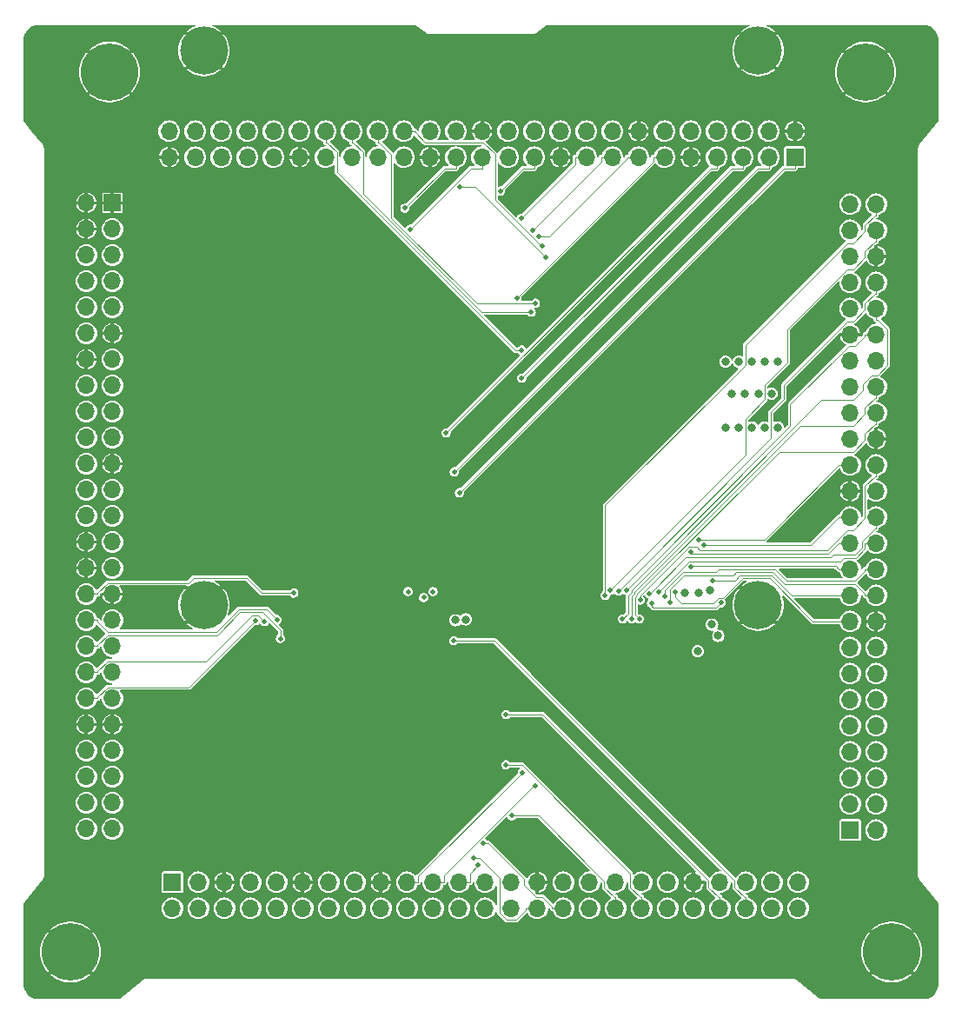
<source format=gbr>
%TF.GenerationSoftware,KiCad,Pcbnew,8.0.4*%
%TF.CreationDate,2024-07-26T01:58:29-07:00*%
%TF.ProjectId,PCBranch,50434272-616e-4636-982e-6b696361645f,rev?*%
%TF.SameCoordinates,Original*%
%TF.FileFunction,Copper,L4,Bot*%
%TF.FilePolarity,Positive*%
%FSLAX46Y46*%
G04 Gerber Fmt 4.6, Leading zero omitted, Abs format (unit mm)*
G04 Created by KiCad (PCBNEW 8.0.4) date 2024-07-26 01:58:29*
%MOMM*%
%LPD*%
G01*
G04 APERTURE LIST*
%TA.AperFunction,ComponentPad*%
%ADD10C,5.600000*%
%TD*%
%TA.AperFunction,ComponentPad*%
%ADD11C,4.700000*%
%TD*%
%TA.AperFunction,ComponentPad*%
%ADD12R,1.700000X1.700000*%
%TD*%
%TA.AperFunction,ComponentPad*%
%ADD13O,1.700000X1.700000*%
%TD*%
%TA.AperFunction,ViaPad*%
%ADD14C,0.800000*%
%TD*%
%TA.AperFunction,ViaPad*%
%ADD15C,0.500000*%
%TD*%
%TA.AperFunction,Conductor*%
%ADD16C,0.090000*%
%TD*%
G04 APERTURE END LIST*
D10*
%TO.P,H5,1,1*%
%TO.N,GND*%
X8890000Y-5080000D03*
%TD*%
%TO.P,H7,1,1*%
%TO.N,GND*%
X85090000Y-90810000D03*
%TD*%
D11*
%TO.P,H3,1,1*%
%TO.N,GND*%
X72085000Y-57000000D03*
%TD*%
D10*
%TO.P,H8,1,1*%
%TO.N,GND*%
X5080000Y-90810000D03*
%TD*%
D11*
%TO.P,H2,1,1*%
%TO.N,GND*%
X72085000Y-3000000D03*
%TD*%
%TO.P,H4,1,1*%
%TO.N,GND*%
X18085000Y-57000000D03*
%TD*%
D10*
%TO.P,H6,1,1*%
%TO.N,GND*%
X82550000Y-5080000D03*
%TD*%
D11*
%TO.P,H1,1,1*%
%TO.N,GND*%
X18085000Y-3000000D03*
%TD*%
D12*
%TO.P,J5,1,Pin_1*%
%TO.N,GPIO_LPSR_00*%
X75660000Y-13380000D03*
D13*
%TO.P,J5,2,Pin_2*%
%TO.N,GND*%
X75660000Y-10840000D03*
%TO.P,J5,3,Pin_3*%
%TO.N,GPIO_LPSR_01*%
X73120000Y-13380000D03*
%TO.P,J5,4,Pin_4*%
%TO.N,GPIO_EMC_B2_05*%
X73120000Y-10840000D03*
%TO.P,J5,5,Pin_5*%
%TO.N,GPIO_LPSR_02*%
X70580000Y-13380000D03*
%TO.P,J5,6,Pin_6*%
%TO.N,GPIO_EMC_B2_06*%
X70580000Y-10840000D03*
%TO.P,J5,7,Pin_7*%
%TO.N,GPIO_LPSR_03*%
X68040000Y-13380000D03*
%TO.P,J5,8,Pin_8*%
%TO.N,GPIO_EMC_B2_07*%
X68040000Y-10840000D03*
%TO.P,J5,9,Pin_9*%
%TO.N,GND*%
X65500000Y-13380000D03*
%TO.P,J5,10,Pin_10*%
%TO.N,GPIO_EMC_B2_08*%
X65500000Y-10840000D03*
%TO.P,J5,11,Pin_11*%
%TO.N,GPIO_LPSR_04*%
X62960000Y-13380000D03*
%TO.P,J5,12,Pin_12*%
%TO.N,GPIO_EMC_B2_09*%
X62960000Y-10840000D03*
%TO.P,J5,13,Pin_13*%
%TO.N,GPIO_LPSR_05*%
X60420000Y-13380000D03*
%TO.P,J5,14,Pin_14*%
%TO.N,GND*%
X60420000Y-10840000D03*
%TO.P,J5,15,Pin_15*%
%TO.N,GPIO_LPSR_06*%
X57880000Y-13380000D03*
%TO.P,J5,16,Pin_16*%
%TO.N,GPIO_EMC_B2_10*%
X57880000Y-10840000D03*
%TO.P,J5,17,Pin_17*%
%TO.N,GPIO_LPSR_07*%
X55340000Y-13380000D03*
%TO.P,J5,18,Pin_18*%
%TO.N,GPIO_EMC_B2_11*%
X55340000Y-10840000D03*
%TO.P,J5,19,Pin_19*%
%TO.N,GND*%
X52800000Y-13380000D03*
%TO.P,J5,20,Pin_20*%
%TO.N,GPIO_EMC_B2_12*%
X52800000Y-10840000D03*
%TO.P,J5,21,Pin_21*%
%TO.N,GPIO_LPSR_08*%
X50260000Y-13380000D03*
%TO.P,J5,22,Pin_22*%
%TO.N,GPIO_EMC_B2_13*%
X50260000Y-10840000D03*
%TO.P,J5,23,Pin_23*%
%TO.N,GPIO_LPSR_09*%
X47720000Y-13380000D03*
%TO.P,J5,24,Pin_24*%
%TO.N,GPIO_EMC_B2_14*%
X47720000Y-10840000D03*
%TO.P,J5,25,Pin_25*%
%TO.N,GPIO_AD_00*%
X45180000Y-13380000D03*
%TO.P,J5,26,Pin_26*%
%TO.N,GND*%
X45180000Y-10840000D03*
%TO.P,J5,27,Pin_27*%
%TO.N,GPIO_AD_01*%
X42640000Y-13380000D03*
%TO.P,J5,28,Pin_28*%
%TO.N,GPIO_EMC_B2_15*%
X42640000Y-10840000D03*
%TO.P,J5,29,Pin_29*%
%TO.N,GND*%
X40100000Y-13380000D03*
%TO.P,J5,30,Pin_30*%
%TO.N,GPIO_EMC_B2_16*%
X40100000Y-10840000D03*
%TO.P,J5,31,Pin_31*%
%TO.N,GPIO_AD_02*%
X37560000Y-13380000D03*
%TO.P,J5,32,Pin_32*%
%TO.N,GPIO_EMC_B2_17*%
X37560000Y-10840000D03*
%TO.P,J5,33,Pin_33*%
%TO.N,GPIO_AD_03*%
X35020000Y-13380000D03*
%TO.P,J5,34,Pin_34*%
%TO.N,GPIO_EMC_B2_18*%
X35020000Y-10840000D03*
%TO.P,J5,35,Pin_35*%
%TO.N,GPIO_AD_04*%
X32480000Y-13380000D03*
%TO.P,J5,36,Pin_36*%
%TO.N,GPIO_EMC_B2_19*%
X32480000Y-10840000D03*
%TO.P,J5,37,Pin_37*%
%TO.N,BT_CFG_IO_EN*%
X29940000Y-13380000D03*
%TO.P,J5,38,Pin_38*%
%TO.N,GPIO_EMC_B2_20*%
X29940000Y-10840000D03*
%TO.P,J5,39,Pin_39*%
%TO.N,GND*%
X27400000Y-13380000D03*
%TO.P,J5,40,Pin_40*%
%TO.N,VSYS*%
X27400000Y-10840000D03*
%TO.P,J5,41,Pin_41*%
%TO.N,GPIO_AD_06*%
X24860000Y-13380000D03*
%TO.P,J5,42,Pin_42*%
%TO.N,VSYS*%
X24860000Y-10840000D03*
%TO.P,J5,43,Pin_43*%
%TO.N,GPIO_AD_07*%
X22320000Y-13380000D03*
%TO.P,J5,44,Pin_44*%
%TO.N,VSYS*%
X22320000Y-10840000D03*
%TO.P,J5,45,Pin_45*%
%TO.N,GPIO_AD_08*%
X19780000Y-13380000D03*
%TO.P,J5,46,Pin_46*%
%TO.N,VSYS*%
X19780000Y-10840000D03*
%TO.P,J5,47,Pin_47*%
%TO.N,GPIO_AD_09*%
X17240000Y-13380000D03*
%TO.P,J5,48,Pin_48*%
%TO.N,VSYS*%
X17240000Y-10840000D03*
%TO.P,J5,49,Pin_49*%
%TO.N,GND*%
X14700000Y-13380000D03*
%TO.P,J5,50,Pin_50*%
%TO.N,VSYS*%
X14700000Y-10840000D03*
%TD*%
D12*
%TO.P,J4,1,Pin_1*%
%TO.N,GND*%
X9180000Y-17840000D03*
D13*
%TO.P,J4,2,Pin_2*%
X6640000Y-17840000D03*
%TO.P,J4,3,Pin_3*%
%TO.N,GPIO_AD_10*%
X9180000Y-20380000D03*
%TO.P,J4,4,Pin_4*%
%TO.N,GND*%
X6640000Y-20380000D03*
%TO.P,J4,5,Pin_5*%
%TO.N,GPIO_AD_11*%
X9180000Y-22920000D03*
%TO.P,J4,6,Pin_6*%
%TO.N,VSYS*%
X6640000Y-22920000D03*
%TO.P,J4,7,Pin_7*%
%TO.N,GPIO_AD_12*%
X9180000Y-25460000D03*
%TO.P,J4,8,Pin_8*%
%TO.N,VSYS*%
X6640000Y-25460000D03*
%TO.P,J4,9,Pin_9*%
%TO.N,GPIO_AD_13*%
X9180000Y-28000000D03*
%TO.P,J4,10,Pin_10*%
%TO.N,VSYS*%
X6640000Y-28000000D03*
%TO.P,J4,11,Pin_11*%
%TO.N,GND*%
X9180000Y-30540000D03*
%TO.P,J4,12,Pin_12*%
%TO.N,VSYS*%
X6640000Y-30540000D03*
%TO.P,J4,13,Pin_13*%
%TO.N,GPIO_AD_14*%
X9180000Y-33080000D03*
%TO.P,J4,14,Pin_14*%
%TO.N,GND*%
X6640000Y-33080000D03*
%TO.P,J4,15,Pin_15*%
%TO.N,GPIO_AD_15*%
X9180000Y-35620000D03*
%TO.P,J4,16,Pin_16*%
%TO.N,VSYS*%
X6640000Y-35620000D03*
%TO.P,J4,17,Pin_17*%
%TO.N,GPIO_AD_16*%
X9180000Y-38160000D03*
%TO.P,J4,18,Pin_18*%
%TO.N,VSYS*%
X6640000Y-38160000D03*
%TO.P,J4,19,Pin_19*%
%TO.N,GPIO_AD_17*%
X9180000Y-40700000D03*
%TO.P,J4,20,Pin_20*%
%TO.N,VSYS*%
X6640000Y-40700000D03*
%TO.P,J4,21,Pin_21*%
%TO.N,GND*%
X9180000Y-43240000D03*
%TO.P,J4,22,Pin_22*%
%TO.N,VSYS*%
X6640000Y-43240000D03*
%TO.P,J4,23,Pin_23*%
%TO.N,GPIO_AD_18*%
X9180000Y-45780000D03*
%TO.P,J4,24,Pin_24*%
%TO.N,VSYS*%
X6640000Y-45780000D03*
%TO.P,J4,25,Pin_25*%
%TO.N,GPIO_AD_19*%
X9180000Y-48320000D03*
%TO.P,J4,26,Pin_26*%
%TO.N,VSYS*%
X6640000Y-48320000D03*
%TO.P,J4,27,Pin_27*%
%TO.N,GPIO_AD_20*%
X9180000Y-50860000D03*
%TO.P,J4,28,Pin_28*%
%TO.N,GND*%
X6640000Y-50860000D03*
%TO.P,J4,29,Pin_29*%
%TO.N,GPIO_AD_21*%
X9180000Y-53400000D03*
%TO.P,J4,30,Pin_30*%
%TO.N,GND*%
X6640000Y-53400000D03*
%TO.P,J4,31,Pin_31*%
X9180000Y-55940000D03*
%TO.P,J4,32,Pin_32*%
%TO.N,GPIO_AD_31*%
X6640000Y-55940000D03*
%TO.P,J4,33,Pin_33*%
%TO.N,GPIO_AD_30*%
X9180000Y-58480000D03*
%TO.P,J4,34,Pin_34*%
%TO.N,GPIO_AD_32*%
X6640000Y-58480000D03*
%TO.P,J4,35,Pin_35*%
%TO.N,GPIO_AD_29*%
X9180000Y-61020000D03*
%TO.P,J4,36,Pin_36*%
%TO.N,GPIO_AD_33*%
X6640000Y-61020000D03*
%TO.P,J4,37,Pin_37*%
%TO.N,GPIO_AD_28*%
X9180000Y-63560000D03*
%TO.P,J4,38,Pin_38*%
%TO.N,GPIO_AD_34*%
X6640000Y-63560000D03*
%TO.P,J4,39,Pin_39*%
%TO.N,GPIO_AD_27*%
X9180000Y-66100000D03*
%TO.P,J4,40,Pin_40*%
%TO.N,GPIO_AD_35*%
X6640000Y-66100000D03*
%TO.P,J4,41,Pin_41*%
%TO.N,GND*%
X9180000Y-68640000D03*
%TO.P,J4,42,Pin_42*%
X6640000Y-68640000D03*
%TO.P,J4,43,Pin_43*%
%TO.N,VDD_3V3_LP*%
X9180000Y-71180000D03*
%TO.P,J4,44,Pin_44*%
%TO.N,GPIO_AD_26*%
X6640000Y-71180000D03*
%TO.P,J4,45,Pin_45*%
%TO.N,VDD_3V3_LP*%
X9180000Y-73720000D03*
%TO.P,J4,46,Pin_46*%
%TO.N,LPUART1_RX_BOOT*%
X6640000Y-73720000D03*
%TO.P,J4,47,Pin_47*%
%TO.N,VDD_3V3_LP*%
X9180000Y-76260000D03*
%TO.P,J4,48,Pin_48*%
%TO.N,GPIO_AD_22*%
X6640000Y-76260000D03*
%TO.P,J4,49,Pin_49*%
%TO.N,VDD_3V3_LP*%
X9180000Y-78800000D03*
%TO.P,J4,50,Pin_50*%
%TO.N,GPIO_AD_23*%
X6640000Y-78800000D03*
%TD*%
D12*
%TO.P,J6,1,Pin_1*%
%TO.N,VDD_1V8*%
X81060000Y-78920000D03*
D13*
%TO.P,J6,2,Pin_2*%
X83600000Y-78920000D03*
%TO.P,J6,3,Pin_3*%
X81060000Y-76380000D03*
%TO.P,J6,4,Pin_4*%
X83600000Y-76380000D03*
%TO.P,J6,5,Pin_5*%
X81060000Y-73840000D03*
%TO.P,J6,6,Pin_6*%
X83600000Y-73840000D03*
%TO.P,J6,7,Pin_7*%
X81060000Y-71300000D03*
%TO.P,J6,8,Pin_8*%
X83600000Y-71300000D03*
%TO.P,J6,9,Pin_9*%
%TO.N,VDD_3V3*%
X81060000Y-68760000D03*
%TO.P,J6,10,Pin_10*%
X83600000Y-68760000D03*
%TO.P,J6,11,Pin_11*%
X81060000Y-66220000D03*
%TO.P,J6,12,Pin_12*%
X83600000Y-66220000D03*
%TO.P,J6,13,Pin_13*%
X81060000Y-63680000D03*
%TO.P,J6,14,Pin_14*%
X83600000Y-63680000D03*
%TO.P,J6,15,Pin_15*%
X81060000Y-61140000D03*
%TO.P,J6,16,Pin_16*%
X83600000Y-61140000D03*
%TO.P,J6,17,Pin_17*%
%TO.N,GPIO_SNVS_00*%
X81060000Y-58600000D03*
%TO.P,J6,18,Pin_18*%
%TO.N,GND*%
X83600000Y-58600000D03*
%TO.P,J6,19,Pin_19*%
%TO.N,GPIO_SNVS_01*%
X81060000Y-56060000D03*
%TO.P,J6,20,Pin_20*%
%TO.N,GPIO_DISP_B1_00*%
X83600000Y-56060000D03*
%TO.P,J6,21,Pin_21*%
%TO.N,GPIO_SNVS_02*%
X81060000Y-53520000D03*
%TO.P,J6,22,Pin_22*%
%TO.N,GPIO_DISP_B1_01*%
X83600000Y-53520000D03*
%TO.P,J6,23,Pin_23*%
%TO.N,GPIO_SNVS_03*%
X81060000Y-50980000D03*
%TO.P,J6,24,Pin_24*%
%TO.N,GPIO_DISP_B1_02*%
X83600000Y-50980000D03*
%TO.P,J6,25,Pin_25*%
%TO.N,GPIO_SNVS_04*%
X81060000Y-48440000D03*
%TO.P,J6,26,Pin_26*%
%TO.N,GPIO_DISP_B1_03*%
X83600000Y-48440000D03*
%TO.P,J6,27,Pin_27*%
%TO.N,GND*%
X81060000Y-45900000D03*
%TO.P,J6,28,Pin_28*%
%TO.N,GPIO_DISP_B1_04*%
X83600000Y-45900000D03*
%TO.P,J6,29,Pin_29*%
%TO.N,GPIO_SNVS_05*%
X81060000Y-43360000D03*
%TO.P,J6,30,Pin_30*%
%TO.N,GPIO_DISP_B1_05*%
X83600000Y-43360000D03*
%TO.P,J6,31,Pin_31*%
%TO.N,GPIO_SNVS_06*%
X81060000Y-40820000D03*
%TO.P,J6,32,Pin_32*%
%TO.N,GND*%
X83600000Y-40820000D03*
%TO.P,J6,33,Pin_33*%
%TO.N,GPIO_SNVS_07*%
X81060000Y-38280000D03*
%TO.P,J6,34,Pin_34*%
%TO.N,GPIO_DISP_B1_06*%
X83600000Y-38280000D03*
%TO.P,J6,35,Pin_35*%
%TO.N,GPIO_SNVS_08*%
X81060000Y-35740000D03*
%TO.P,J6,36,Pin_36*%
%TO.N,GPIO_DISP_B1_07*%
X83600000Y-35740000D03*
%TO.P,J6,37,Pin_37*%
%TO.N,GPIO_SNVS_09*%
X81060000Y-33200000D03*
%TO.P,J6,38,Pin_38*%
%TO.N,GPIO_DISP_B1_08*%
X83600000Y-33200000D03*
%TO.P,J6,39,Pin_39*%
%TO.N,GND*%
X81060000Y-30660000D03*
%TO.P,J6,40,Pin_40*%
%TO.N,GPIO_DISP_B1_09*%
X83600000Y-30660000D03*
%TO.P,J6,41,Pin_41*%
%TO.N,GPIO_EMC_B2_00*%
X81060000Y-28120000D03*
%TO.P,J6,42,Pin_42*%
%TO.N,GPIO_DISP_B1_10*%
X83600000Y-28120000D03*
%TO.P,J6,43,Pin_43*%
%TO.N,GPIO_EMC_B2_01*%
X81060000Y-25580000D03*
%TO.P,J6,44,Pin_44*%
%TO.N,GPIO_DISP_B1_11*%
X83600000Y-25580000D03*
%TO.P,J6,45,Pin_45*%
%TO.N,GPIO_EMC_B2_02*%
X81060000Y-23040000D03*
%TO.P,J6,46,Pin_46*%
%TO.N,GND*%
X83600000Y-23040000D03*
%TO.P,J6,47,Pin_47*%
%TO.N,GPIO_EMC_B2_03*%
X81060000Y-20500000D03*
%TO.P,J6,48,Pin_48*%
%TO.N,GPIO_DISP_B2_00*%
X83600000Y-20500000D03*
%TO.P,J6,49,Pin_49*%
%TO.N,GPIO_EMC_B2_04*%
X81060000Y-17960000D03*
%TO.P,J6,50,Pin_50*%
%TO.N,GPIO_DISP_B2_01*%
X83600000Y-17960000D03*
%TD*%
D12*
%TO.P,J7,1,Pin_1*%
%TO.N,unconnected-(J7-Pin_1-Pad1)*%
X15020000Y-84000000D03*
D13*
%TO.P,J7,2,Pin_2*%
%TO.N,Net-(J7-Pin_2)*%
X15020000Y-86540000D03*
%TO.P,J7,3,Pin_3*%
%TO.N,unconnected-(J7-Pin_3-Pad3)*%
X17560000Y-84000000D03*
%TO.P,J7,4,Pin_4*%
%TO.N,GPIO_EMC_B1_41*%
X17560000Y-86540000D03*
%TO.P,J7,5,Pin_5*%
%TO.N,GND*%
X20100000Y-84000000D03*
%TO.P,J7,6,Pin_6*%
%TO.N,GPIO_EMC_B1_40*%
X20100000Y-86540000D03*
%TO.P,J7,7,Pin_7*%
%TO.N,unconnected-(J7-Pin_7-Pad7)*%
X22640000Y-84000000D03*
%TO.P,J7,8,Pin_8*%
%TO.N,Net-(J7-Pin_2)*%
X22640000Y-86540000D03*
%TO.P,J7,9,Pin_9*%
%TO.N,unconnected-(J7-Pin_9-Pad9)*%
X25180000Y-84000000D03*
%TO.P,J7,10,Pin_10*%
%TO.N,USDHC2_CMD*%
X25180000Y-86540000D03*
%TO.P,J7,11,Pin_11*%
%TO.N,GND*%
X27720000Y-84000000D03*
%TO.P,J7,12,Pin_12*%
%TO.N,USDHC2_CLK*%
X27720000Y-86540000D03*
%TO.P,J7,13,Pin_13*%
%TO.N,unconnected-(J7-Pin_13-Pad13)*%
X30260000Y-84000000D03*
%TO.P,J7,14,Pin_14*%
%TO.N,USDHC2_DATA0*%
X30260000Y-86540000D03*
%TO.P,J7,15,Pin_15*%
%TO.N,unconnected-(J7-Pin_15-Pad15)*%
X32800000Y-84000000D03*
%TO.P,J7,16,Pin_16*%
%TO.N,USDHC2_DATA1*%
X32800000Y-86540000D03*
%TO.P,J7,17,Pin_17*%
%TO.N,GND*%
X35340000Y-84000000D03*
%TO.P,J7,18,Pin_18*%
%TO.N,USDHC2_DATA2*%
X35340000Y-86540000D03*
%TO.P,J7,19,Pin_19*%
%TO.N,GPIO_DISP_B2_15*%
X37880000Y-84000000D03*
%TO.P,J7,20,Pin_20*%
%TO.N,USDHC2_DATA3*%
X37880000Y-86540000D03*
%TO.P,J7,21,Pin_21*%
%TO.N,GPIO_DISP_B2_14*%
X40420000Y-84000000D03*
%TO.P,J7,22,Pin_22*%
%TO.N,Net-(J7-Pin_2)*%
X40420000Y-86540000D03*
%TO.P,J7,23,Pin_23*%
%TO.N,GPIO_DISP_B2_13*%
X42960000Y-84000000D03*
%TO.P,J7,24,Pin_24*%
%TO.N,GPIO_SD_B1_05*%
X42960000Y-86540000D03*
%TO.P,J7,25,Pin_25*%
%TO.N,GPIO_DISP_B2_12*%
X45500000Y-84000000D03*
%TO.P,J7,26,Pin_26*%
%TO.N,GPIO_SD_B1_04*%
X45500000Y-86540000D03*
%TO.P,J7,27,Pin_27*%
%TO.N,GPIO_DISP_B2_11*%
X48040000Y-84000000D03*
%TO.P,J7,28,Pin_28*%
%TO.N,GPIO_SD_B1_03*%
X48040000Y-86540000D03*
%TO.P,J7,29,Pin_29*%
%TO.N,GND*%
X50580000Y-84000000D03*
%TO.P,J7,30,Pin_30*%
%TO.N,GPIO_SD_B1_01*%
X50580000Y-86540000D03*
%TO.P,J7,31,Pin_31*%
%TO.N,GPIO_DISP_B2_10*%
X53120000Y-84000000D03*
%TO.P,J7,32,Pin_32*%
%TO.N,GPIO_SD_B1_00*%
X53120000Y-86540000D03*
%TO.P,J7,33,Pin_33*%
%TO.N,GPIO_DISP_B2_09*%
X55660000Y-84000000D03*
%TO.P,J7,34,Pin_34*%
%TO.N,Net-(J7-Pin_2)*%
X55660000Y-86540000D03*
%TO.P,J7,35,Pin_35*%
%TO.N,GPIO_DISP_B2_08*%
X58200000Y-84000000D03*
%TO.P,J7,36,Pin_36*%
%TO.N,EN_ADCS*%
X58200000Y-86540000D03*
%TO.P,J7,37,Pin_37*%
%TO.N,GPIO_DISP_B2_07*%
X60740000Y-84000000D03*
%TO.P,J7,38,Pin_38*%
%TO.N,DAC_OUT*%
X60740000Y-86540000D03*
%TO.P,J7,39,Pin_39*%
%TO.N,GPIO_DISP_B2_06*%
X63280000Y-84000000D03*
%TO.P,J7,40,Pin_40*%
%TO.N,PMIC_ON_REQ*%
X63280000Y-86540000D03*
%TO.P,J7,41,Pin_41*%
%TO.N,GND*%
X65820000Y-84000000D03*
%TO.P,J7,42,Pin_42*%
%TO.N,WAKEUP*%
X65820000Y-86540000D03*
%TO.P,J7,43,Pin_43*%
%TO.N,GPIO_DISP_B2_05*%
X68360000Y-84000000D03*
%TO.P,J7,44,Pin_44*%
%TO.N,PMIC_STBY_REQ*%
X68360000Y-86540000D03*
%TO.P,J7,45,Pin_45*%
%TO.N,GPIO_DISP_B2_04*%
X70900000Y-84000000D03*
%TO.P,J7,46,Pin_46*%
%TO.N,ONOFF*%
X70900000Y-86540000D03*
%TO.P,J7,47,Pin_47*%
%TO.N,GPIO_DISP_B2_03*%
X73440000Y-84000000D03*
%TO.P,J7,48,Pin_48*%
%TO.N,Net-(J7-Pin_2)*%
X73440000Y-86540000D03*
%TO.P,J7,49,Pin_49*%
%TO.N,GPIO_DISP_B2_02*%
X75980000Y-84000000D03*
%TO.P,J7,50,Pin_50*%
%TO.N,Net-(J7-Pin_2)*%
X75980000Y-86540000D03*
%TD*%
D14*
%TO.N,VSYS*%
X72100000Y-36400000D03*
X68900000Y-33300000D03*
X68900000Y-39700000D03*
X74000000Y-33300000D03*
X70800000Y-36400000D03*
X69500000Y-36400000D03*
X70200000Y-33300000D03*
X72700000Y-39700000D03*
X73400000Y-36400000D03*
X72700000Y-33300000D03*
X74000000Y-39700000D03*
X71500000Y-33300000D03*
X71500000Y-39700000D03*
X70200000Y-39700000D03*
D15*
%TO.N,GPIO_LPSR_00*%
X42990400Y-46048000D03*
D14*
%TO.N,VDD_3V3*%
X67400000Y-55600000D03*
X66300000Y-55800000D03*
X43600000Y-58400000D03*
X68200000Y-60000000D03*
X42621581Y-58478419D03*
X67600000Y-58900000D03*
D15*
%TO.N,GPIO_LPSR_01*%
X42485000Y-44015000D03*
%TO.N,GPIO_LPSR_02*%
X49061300Y-34898700D03*
%TO.N,ONOFF*%
X42435600Y-60471600D03*
%TO.N,GPIO_LPSR_03*%
X41685000Y-40233000D03*
%TO.N,PMIC_STBY_REQ*%
X47528800Y-67655100D03*
%TO.N,WAKEUP*%
X40403800Y-55690400D03*
%TO.N,GPIO_LPSR_04*%
X48584800Y-27098100D03*
%TO.N,PMIC_ON_REQ*%
X39510000Y-56278300D03*
%TO.N,GPIO_LPSR_05*%
X50700400Y-21078000D03*
%TO.N,DAC_OUT*%
X47502700Y-72556900D03*
%TO.N,GPIO_LPSR_06*%
X50126100Y-20503700D03*
%TO.N,EN_ADCS*%
X48072100Y-77526700D03*
%TO.N,GPIO_LPSR_07*%
X48990300Y-19358100D03*
%TO.N,GPIO_SD_B1_00*%
X45322300Y-80210700D03*
%TO.N,GPIO_LPSR_08*%
X46958300Y-16681700D03*
%TO.N,GPIO_SD_B1_01*%
X44399400Y-81654300D03*
%TO.N,GPIO_SD_B1_03*%
X37980900Y-55688800D03*
%TO.N,GPIO_AD_00*%
X38171000Y-20389000D03*
%TO.N,GPIO_AD_01*%
X37673200Y-18346900D03*
%TO.N,GPIO_AD_31*%
X26848800Y-55834700D03*
%TO.N,GPIO_AD_32*%
X25222700Y-58423000D03*
%TO.N,GPIO_AD_33*%
X25546300Y-60263400D03*
%TO.N,GPIO_AD_34*%
X23994600Y-58607800D03*
%TO.N,GPIO_AD_35*%
X23149200Y-58491600D03*
D14*
%TO.N,VDD_1V8*%
X64900000Y-55800000D03*
X66200000Y-61500000D03*
D15*
%TO.N,GPIO_SNVS_00*%
X63999665Y-55699665D03*
%TO.N,GPIO_SNVS_01*%
X67637500Y-54598600D03*
%TO.N,GPIO_DISP_B1_00*%
X63491700Y-56736400D03*
%TO.N,GPIO_SNVS_02*%
X65550500Y-53302800D03*
%TO.N,GPIO_DISP_B1_01*%
X62983300Y-56150200D03*
%TO.N,GPIO_SNVS_03*%
X65506900Y-51867500D03*
%TO.N,GPIO_DISP_B1_02*%
X62367700Y-55762800D03*
%TO.N,GPIO_SNVS_04*%
X66801800Y-51151800D03*
%TO.N,GPIO_DISP_B1_03*%
X61500000Y-55900000D03*
%TO.N,GPIO_DISP_B1_04*%
X61700000Y-56800000D03*
X68479800Y-56779800D03*
%TO.N,GPIO_SNVS_05*%
X66327400Y-50620300D03*
%TO.N,GPIO_DISP_B1_05*%
X60584500Y-56511855D03*
%TO.N,GPIO_DISP_B1_06*%
X60504900Y-58351800D03*
%TO.N,GPIO_DISP_B1_07*%
X59797500Y-58348200D03*
%TO.N,GPIO_DISP_B1_09*%
X59241400Y-55562700D03*
%TO.N,GPIO_DISP_B1_10*%
X58885000Y-58352000D03*
%TO.N,GPIO_DISP_B1_11*%
X58485000Y-55616500D03*
%TO.N,GPIO_DISP_B2_00*%
X57685000Y-55559200D03*
%TO.N,GPIO_DISP_B2_01*%
X57185900Y-56052800D03*
%TO.N,GPIO_DISP_B2_13*%
X44830200Y-82352000D03*
%TO.N,GPIO_EMC_B2_16*%
X51383500Y-23133200D03*
X42992500Y-16272700D03*
%TO.N,GPIO_DISP_B2_14*%
X50408100Y-74633800D03*
%TO.N,GPIO_EMC_B2_17*%
X51026400Y-22066700D03*
%TO.N,GPIO_DISP_B2_15*%
X49105500Y-73314700D03*
%TO.N,GPIO_EMC_B2_18*%
X50385100Y-27602700D03*
%TO.N,GPIO_EMC_B2_19*%
X49979700Y-28469700D03*
%TO.N,GPIO_EMC_B2_20*%
X49047400Y-32161800D03*
%TO.N,GND*%
X22800000Y-54200000D03*
D14*
X62300000Y-65850000D03*
X53350000Y-6800000D03*
X49550000Y-91050000D03*
D15*
X24700000Y-53500000D03*
D14*
X9650000Y-11400000D03*
X66050000Y-91050000D03*
X41650000Y-6800000D03*
X65950000Y-6800000D03*
X50500000Y-56400000D03*
X47400000Y-6800000D03*
X76350000Y-53900000D03*
X23050000Y-26700000D03*
X17100000Y-90550000D03*
X32700000Y-74700000D03*
X84000000Y-84450000D03*
X26300000Y-29800000D03*
X5250000Y-12650000D03*
X9400000Y-84150000D03*
X32150000Y-90450000D03*
X56600000Y-91050000D03*
X48100000Y-58800000D03*
X19700000Y-22900000D03*
X28300000Y-32700000D03*
X27450000Y-74500000D03*
X67350000Y-71450000D03*
X17000000Y-20000000D03*
X48100000Y-55600000D03*
X15100000Y-80600000D03*
X38050000Y-81300000D03*
X12950000Y-90550000D03*
X49300000Y-58800000D03*
X61050000Y-6800000D03*
X23050000Y-7800000D03*
X72300000Y-91050000D03*
X23750000Y-90550000D03*
X24000000Y-78500000D03*
X34150000Y-6800000D03*
X44100000Y-91100000D03*
X81550000Y-11850000D03*
X27400000Y-6300000D03*
%TD*%
D16*
%TO.N,GPIO_LPSR_00*%
X74561500Y-14476900D02*
X42990400Y-46048000D01*
X75660000Y-14476900D02*
X74561500Y-14476900D01*
X75660000Y-13380000D02*
X75660000Y-14476900D01*
%TO.N,GPIO_LPSR_01*%
X72023100Y-14476900D02*
X73120000Y-14476900D01*
X73120000Y-14476900D02*
X73120000Y-13380000D01*
X42485000Y-44015000D02*
X72023100Y-14476900D01*
%TO.N,GPIO_LPSR_02*%
X70580000Y-13380000D02*
X70580000Y-14476900D01*
X69483100Y-14476900D02*
X49061300Y-34898700D01*
X70580000Y-14476900D02*
X69483100Y-14476900D01*
%TO.N,ONOFF*%
X70900000Y-85443100D02*
X70762800Y-85443100D01*
X70900000Y-86540000D02*
X70900000Y-85443100D01*
X70762800Y-85443100D02*
X69803100Y-84483400D01*
X69803100Y-84483400D02*
X69803100Y-83840100D01*
X46434600Y-60471600D02*
X42435600Y-60471600D01*
X69803100Y-83840100D02*
X46434600Y-60471600D01*
%TO.N,GPIO_LPSR_03*%
X68040000Y-14476900D02*
X67441100Y-14476900D01*
X67441100Y-14476900D02*
X41685000Y-40233000D01*
X68040000Y-13380000D02*
X68040000Y-14476900D01*
%TO.N,PMIC_STBY_REQ*%
X67263100Y-83825300D02*
X51092900Y-67655100D01*
X68360000Y-86540000D02*
X68360000Y-85443100D01*
X67263100Y-84483400D02*
X67263100Y-83825300D01*
X68222800Y-85443100D02*
X67263100Y-84483400D01*
X51092900Y-67655100D02*
X47528800Y-67655100D01*
X68360000Y-85443100D02*
X68222800Y-85443100D01*
%TO.N,GPIO_LPSR_04*%
X62960000Y-13380000D02*
X61863100Y-13380000D01*
X61863100Y-13819800D02*
X48584800Y-27098100D01*
X61863100Y-13380000D02*
X61863100Y-13819800D01*
%TO.N,GPIO_LPSR_05*%
X59323100Y-13380000D02*
X59323100Y-13517100D01*
X60420000Y-13380000D02*
X59323100Y-13380000D01*
X59323100Y-13517100D02*
X51762200Y-21078000D01*
X51762200Y-21078000D02*
X50700400Y-21078000D01*
%TO.N,DAC_OUT*%
X60602800Y-85443100D02*
X59643100Y-84483400D01*
X60740000Y-85443100D02*
X60602800Y-85443100D01*
X60740000Y-86540000D02*
X60740000Y-85443100D01*
X49067200Y-72556900D02*
X47502700Y-72556900D01*
X59643100Y-83132800D02*
X49067200Y-72556900D01*
X59643100Y-84483400D02*
X59643100Y-83132800D01*
%TO.N,GPIO_LPSR_06*%
X56783100Y-13846700D02*
X50126100Y-20503700D01*
X56783100Y-13380000D02*
X56783100Y-13846700D01*
X57880000Y-13380000D02*
X56783100Y-13380000D01*
%TO.N,EN_ADCS*%
X58062800Y-85443100D02*
X57103100Y-84483400D01*
X57103100Y-83890800D02*
X50739000Y-77526700D01*
X58200000Y-86540000D02*
X58200000Y-85443100D01*
X58200000Y-85443100D02*
X58062800Y-85443100D01*
X50739000Y-77526700D02*
X48072100Y-77526700D01*
X57103100Y-84483400D02*
X57103100Y-83890800D01*
%TO.N,GPIO_LPSR_07*%
X54243100Y-13380000D02*
X54243100Y-14105300D01*
X54243100Y-14105300D02*
X48990300Y-19358100D01*
X55340000Y-13380000D02*
X54243100Y-13380000D01*
%TO.N,GPIO_SD_B1_00*%
X52023100Y-86402800D02*
X51063400Y-85443100D01*
X53120000Y-86540000D02*
X52023100Y-86540000D01*
X52023100Y-86540000D02*
X52023100Y-86402800D01*
X51063400Y-85443100D02*
X50450300Y-85443100D01*
X49310000Y-84302800D02*
X49310000Y-83686400D01*
X45834300Y-80210700D02*
X45322300Y-80210700D01*
X50450300Y-85443100D02*
X49310000Y-84302800D01*
X49310000Y-83686400D02*
X45834300Y-80210700D01*
%TO.N,GPIO_LPSR_08*%
X50260000Y-14476900D02*
X49163100Y-14476900D01*
X49163100Y-14476900D02*
X46958300Y-16681700D01*
X50260000Y-13380000D02*
X50260000Y-14476900D01*
%TO.N,GPIO_SD_B1_01*%
X46872800Y-83576300D02*
X44950800Y-81654300D01*
X50580000Y-86540000D02*
X49483100Y-86540000D01*
X47612200Y-87680200D02*
X46872800Y-86940800D01*
X46872800Y-86940800D02*
X46872800Y-83576300D01*
X49483100Y-86540000D02*
X49483100Y-86677100D01*
X49483100Y-86677100D02*
X48480000Y-87680200D01*
X48480000Y-87680200D02*
X47612200Y-87680200D01*
X44950800Y-81654300D02*
X44399400Y-81654300D01*
%TO.N,GPIO_AD_00*%
X45180000Y-13380000D02*
X45180000Y-14476900D01*
X44083100Y-14476900D02*
X38171000Y-20389000D01*
X45180000Y-14476900D02*
X44083100Y-14476900D01*
%TO.N,GPIO_AD_01*%
X42640000Y-13380000D02*
X42640000Y-14476900D01*
X42640000Y-14476900D02*
X41543200Y-14476900D01*
X41543200Y-14476900D02*
X37673200Y-18346900D01*
%TO.N,GPIO_AD_31*%
X23732000Y-55834700D02*
X26848800Y-55834700D01*
X7736900Y-55940000D02*
X7736900Y-55802800D01*
X16569300Y-54843100D02*
X17067300Y-54345100D01*
X6640000Y-55940000D02*
X7736900Y-55940000D01*
X7736900Y-55802800D02*
X8696600Y-54843100D01*
X8696600Y-54843100D02*
X16569300Y-54843100D01*
X22242400Y-54345100D02*
X23732000Y-55834700D01*
X17067300Y-54345100D02*
X22242400Y-54345100D01*
%TO.N,GPIO_AD_32*%
X21495400Y-57410800D02*
X24210500Y-57410800D01*
X8733800Y-59614000D02*
X19292200Y-59614000D01*
X6640000Y-58480000D02*
X7736900Y-58480000D01*
X24210500Y-57410800D02*
X25222700Y-58423000D01*
X19292200Y-59614000D02*
X21495400Y-57410800D01*
X7736900Y-58480000D02*
X7736900Y-58617100D01*
X7736900Y-58617100D02*
X8733800Y-59614000D01*
%TO.N,GPIO_AD_33*%
X23799900Y-57702800D02*
X25546200Y-59449100D01*
X8696600Y-59923100D02*
X19395900Y-59923100D01*
X25546300Y-59449100D02*
X25546300Y-60263400D01*
X19395900Y-59923100D02*
X21616300Y-57702700D01*
X21616300Y-57702700D02*
X23799900Y-57702700D01*
X6640000Y-61020000D02*
X7736900Y-61020000D01*
X7736900Y-61020000D02*
X7736900Y-60882800D01*
X7736900Y-60882800D02*
X8696600Y-59923100D01*
X25546200Y-59449100D02*
X25546300Y-59449100D01*
X23799900Y-57702700D02*
X23799900Y-57702800D01*
%TO.N,GPIO_AD_34*%
X7736900Y-63560000D02*
X7736900Y-63422800D01*
X8696600Y-62463100D02*
X18327600Y-62463100D01*
X6640000Y-63560000D02*
X7736900Y-63560000D01*
X18327600Y-62463100D02*
X22796100Y-57994600D01*
X23381400Y-57994600D02*
X23994600Y-58607800D01*
X22796100Y-57994600D02*
X23381400Y-57994600D01*
X7736900Y-63422800D02*
X8696600Y-62463100D01*
%TO.N,GPIO_AD_35*%
X16637700Y-65003100D02*
X23149200Y-58491600D01*
X6640000Y-66100000D02*
X7736900Y-66100000D01*
X7736900Y-65962800D02*
X8696600Y-65003100D01*
X8696600Y-65003100D02*
X16637700Y-65003100D01*
X7736900Y-66100000D02*
X7736900Y-65962800D01*
%TO.N,GPIO_SNVS_00*%
X67759564Y-56800000D02*
X68274764Y-56284800D01*
X77414000Y-58600000D02*
X81060000Y-58600000D01*
X73209700Y-54395700D02*
X77414000Y-58600000D01*
X63999665Y-56199665D02*
X64600000Y-56800000D01*
X68274764Y-56284800D02*
X68686900Y-56284800D01*
X68686900Y-56284800D02*
X70576000Y-54395700D01*
X70576000Y-54395700D02*
X73209700Y-54395700D01*
X64600000Y-56800000D02*
X67759564Y-56800000D01*
X63999665Y-55699665D02*
X63999665Y-56199665D01*
%TO.N,GPIO_SNVS_01*%
X81060000Y-56060000D02*
X75324700Y-56060000D01*
X75324700Y-56060000D02*
X73368500Y-54103800D01*
X69815100Y-54598600D02*
X67637500Y-54598600D01*
X70309900Y-54103800D02*
X69815100Y-54598600D01*
X73368500Y-54103800D02*
X70309900Y-54103800D01*
%TO.N,GPIO_DISP_B1_00*%
X82503100Y-56060000D02*
X82503100Y-55922800D01*
X83600000Y-56060000D02*
X82503100Y-56060000D01*
X81541900Y-54961600D02*
X74639100Y-54961600D01*
X69951100Y-53811900D02*
X69661300Y-54101700D01*
X73489400Y-53811900D02*
X69951100Y-53811900D01*
X63491700Y-55508300D02*
X63491700Y-56736400D01*
X69661300Y-54101700D02*
X64898300Y-54101700D01*
X82503100Y-55922800D02*
X81541900Y-54961600D01*
X74639100Y-54961600D02*
X73489400Y-53811900D01*
X64898300Y-54101700D02*
X63491700Y-55508300D01*
%TO.N,GPIO_SNVS_02*%
X81060000Y-53520000D02*
X79963100Y-53520000D01*
X79963100Y-53520000D02*
X79671200Y-53228100D01*
X79671200Y-53228100D02*
X65625200Y-53228100D01*
X65625200Y-53228100D02*
X65550500Y-53302800D01*
%TO.N,GPIO_DISP_B1_01*%
X82503100Y-53520000D02*
X82503100Y-53657100D01*
X67966700Y-53809800D02*
X64730822Y-53809800D01*
X73717100Y-53520000D02*
X68256500Y-53520000D01*
X74845600Y-54648500D02*
X73717100Y-53520000D01*
X82503100Y-53657100D02*
X81511700Y-54648500D01*
X83600000Y-53520000D02*
X82503100Y-53520000D01*
X68256500Y-53520000D02*
X67966700Y-53809800D01*
X81511700Y-54648500D02*
X74845600Y-54648500D01*
X64730822Y-53809800D02*
X62983300Y-55557322D01*
X62983300Y-55557322D02*
X62983300Y-56150200D01*
%TO.N,GPIO_SNVS_03*%
X78929800Y-52013300D02*
X65652700Y-52013300D01*
X81060000Y-50980000D02*
X79963100Y-50980000D01*
X79963100Y-50980000D02*
X78929800Y-52013300D01*
X65652700Y-52013300D02*
X65506900Y-51867500D01*
%TO.N,GPIO_DISP_B1_02*%
X65387400Y-52743100D02*
X62367700Y-55762800D01*
X80468900Y-52396500D02*
X80122300Y-52743100D01*
X82503100Y-50980000D02*
X82503100Y-51529900D01*
X81636500Y-52396500D02*
X80468900Y-52396500D01*
X80122300Y-52743100D02*
X65387400Y-52743100D01*
X82503100Y-51529900D02*
X81636500Y-52396500D01*
X83600000Y-50980000D02*
X82503100Y-50980000D01*
%TO.N,GPIO_SNVS_04*%
X81060000Y-48440000D02*
X79963100Y-48440000D01*
X77251300Y-51151800D02*
X66801800Y-51151800D01*
X79963100Y-48440000D02*
X77251300Y-51151800D01*
%TO.N,GPIO_DISP_B1_03*%
X61527700Y-55900000D02*
X65063200Y-52364500D01*
X79164300Y-52364500D02*
X79424200Y-52104600D01*
X82199900Y-50799900D02*
X83462900Y-49536900D01*
X82199900Y-51420400D02*
X82199900Y-50799900D01*
X61500000Y-55900000D02*
X61527700Y-55900000D01*
X81515700Y-52104600D02*
X82199900Y-51420400D01*
X65063200Y-52364500D02*
X79164300Y-52364500D01*
X83600000Y-49536900D02*
X83600000Y-48440000D01*
X83462900Y-49536900D02*
X83600000Y-49536900D01*
X79424200Y-52104600D02*
X81515700Y-52104600D01*
%TO.N,GPIO_DISP_B1_04*%
X61831400Y-57231400D02*
X68028200Y-57231400D01*
X68028200Y-57231400D02*
X68479800Y-56779800D01*
X61700000Y-57100000D02*
X61700000Y-56800000D01*
X61831400Y-57231400D02*
X61700000Y-57100000D01*
%TO.N,GPIO_SNVS_05*%
X81060000Y-43360000D02*
X79963100Y-43360000D01*
X72702800Y-50620300D02*
X66327400Y-50620300D01*
X79963100Y-43360000D02*
X72702800Y-50620300D01*
%TO.N,GPIO_DISP_B1_05*%
X66088700Y-51317200D02*
X66421200Y-51649700D01*
X78798500Y-51649700D02*
X80738200Y-49710000D01*
X82503100Y-45416600D02*
X83462800Y-44456900D01*
X60606400Y-56063800D02*
X65353000Y-51317200D01*
X60584500Y-56511855D02*
X60584500Y-56150002D01*
X60606400Y-56128102D02*
X60606400Y-56063800D01*
X82503100Y-48569700D02*
X82503100Y-45416600D01*
X81362800Y-49710000D02*
X82503100Y-48569700D01*
X60584500Y-56150002D02*
X60606400Y-56128102D01*
X65353000Y-51317200D02*
X66088700Y-51317200D01*
X83600000Y-44456900D02*
X83600000Y-43360000D01*
X80738200Y-49710000D02*
X81362800Y-49710000D01*
X83462800Y-44456900D02*
X83600000Y-44456900D01*
X66421200Y-51649700D02*
X78798500Y-51649700D01*
%TO.N,GPIO_DISP_B1_06*%
X83462800Y-39376900D02*
X82503100Y-40336600D01*
X60316400Y-56007980D02*
X60090000Y-56234380D01*
X60090000Y-56234380D02*
X60090000Y-57936900D01*
X82503100Y-40336600D02*
X82503100Y-40949700D01*
X60090000Y-57936900D02*
X60504900Y-58351800D01*
X81362800Y-42090000D02*
X74149500Y-42090000D01*
X83600000Y-38280000D02*
X83600000Y-39376900D01*
X82503100Y-40949700D02*
X81362800Y-42090000D01*
X74149500Y-42090000D02*
X60316400Y-55923100D01*
X60316400Y-55923100D02*
X60316400Y-56007980D01*
X83600000Y-39376900D02*
X83462800Y-39376900D01*
%TO.N,GPIO_DISP_B1_07*%
X59800000Y-58345700D02*
X59800000Y-56114258D01*
X76231600Y-39550000D02*
X81342200Y-39550000D01*
X60026400Y-55755200D02*
X76231600Y-39550000D01*
X81342200Y-39550000D02*
X82503100Y-38389100D01*
X59797500Y-58348200D02*
X59800000Y-58345700D01*
X82503100Y-38389100D02*
X82503100Y-37796600D01*
X59800000Y-56114258D02*
X60026400Y-55887858D01*
X83462800Y-36836900D02*
X83600000Y-36836900D01*
X83600000Y-36836900D02*
X83600000Y-35740000D01*
X60026400Y-55887858D02*
X60026400Y-55755200D01*
X82503100Y-37796600D02*
X83462800Y-36836900D01*
%TO.N,GPIO_DISP_B1_09*%
X81543400Y-31756900D02*
X80923100Y-31756900D01*
X75222900Y-39581200D02*
X59241400Y-55562700D01*
X75222900Y-37457100D02*
X75222900Y-39581200D01*
X83600000Y-30660000D02*
X82503100Y-30660000D01*
X80923100Y-31756900D02*
X75222900Y-37457100D01*
X82503100Y-30797200D02*
X81543400Y-31756900D01*
X82503100Y-30660000D02*
X82503100Y-30797200D01*
%TO.N,GPIO_DISP_B1_10*%
X84708200Y-33647900D02*
X84708200Y-30188000D01*
X83741000Y-34615100D02*
X84708200Y-33647900D01*
X83737100Y-29216900D02*
X83600000Y-29216900D01*
X59736400Y-55767736D02*
X59736400Y-55519900D01*
X82330000Y-36058000D02*
X82330000Y-35453400D01*
X84708200Y-30188000D02*
X83737100Y-29216900D01*
X59400000Y-57837000D02*
X59400000Y-56104136D01*
X59736400Y-55519900D02*
X78246300Y-37010000D01*
X83168300Y-34615100D02*
X83741000Y-34615100D01*
X78246300Y-37010000D02*
X81378000Y-37010000D01*
X83600000Y-29216900D02*
X83600000Y-28120000D01*
X59400000Y-56104136D02*
X59736400Y-55767736D01*
X58885000Y-58352000D02*
X59400000Y-57837000D01*
X82330000Y-35453400D02*
X83168300Y-34615100D01*
X81378000Y-37010000D02*
X82330000Y-36058000D01*
%TO.N,GPIO_DISP_B1_11*%
X83600000Y-26676900D02*
X83462800Y-26676900D01*
X81362800Y-29390000D02*
X80757100Y-29390000D01*
X83462800Y-26676900D02*
X82503100Y-27636600D01*
X82503100Y-28249700D02*
X81362800Y-29390000D01*
X83600000Y-25580000D02*
X83600000Y-26676900D01*
X74590800Y-35556300D02*
X74590800Y-36960300D01*
X73350000Y-40751500D02*
X58485000Y-55616500D01*
X73350000Y-38201100D02*
X73350000Y-40751500D01*
X80757100Y-29390000D02*
X74590800Y-35556300D01*
X82503100Y-27636600D02*
X82503100Y-28249700D01*
X74590800Y-36960300D02*
X73350000Y-38201100D01*
%TO.N,GPIO_DISP_B2_00*%
X81362800Y-24310000D02*
X80751100Y-24310000D01*
X74941900Y-33355600D02*
X72750000Y-35547500D01*
X72750000Y-35547500D02*
X72750000Y-36947500D01*
X83600000Y-20500000D02*
X83600000Y-21596900D01*
X83462800Y-21596900D02*
X82503100Y-22556600D01*
X83600000Y-21596900D02*
X83462800Y-21596900D01*
X70850000Y-38847500D02*
X70850000Y-42394200D01*
X80751100Y-24310000D02*
X74941900Y-30119200D01*
X82503100Y-23169700D02*
X81362800Y-24310000D01*
X82503100Y-22556600D02*
X82503100Y-23169700D01*
X72750000Y-36947500D02*
X70850000Y-38847500D01*
X70850000Y-42394200D02*
X57685000Y-55559200D01*
X74941900Y-30119200D02*
X74941900Y-33355600D01*
%TO.N,GPIO_DISP_B2_01*%
X57185900Y-47276900D02*
X57185900Y-56052800D01*
X70850000Y-33612800D02*
X57185900Y-47276900D01*
X82503100Y-20016600D02*
X82503100Y-20629700D01*
X82503100Y-20629700D02*
X81362800Y-21770000D01*
X83462800Y-19056900D02*
X82503100Y-20016600D01*
X70850000Y-31678200D02*
X70850000Y-33612800D01*
X83600000Y-19056900D02*
X83462800Y-19056900D01*
X81362800Y-21770000D02*
X80758200Y-21770000D01*
X83600000Y-17960000D02*
X83600000Y-19056900D01*
X80758200Y-21770000D02*
X70850000Y-31678200D01*
%TO.N,GPIO_DISP_B2_13*%
X42960000Y-84000000D02*
X44056900Y-84000000D01*
X44056900Y-83125300D02*
X44830200Y-82352000D01*
X44056900Y-84000000D02*
X44056900Y-83125300D01*
%TO.N,GPIO_EMC_B2_16*%
X44523000Y-16272700D02*
X51383500Y-23133200D01*
X42992500Y-16272700D02*
X44523000Y-16272700D01*
%TO.N,GPIO_DISP_B2_14*%
X50408100Y-74633800D02*
X50193900Y-74633800D01*
X41516900Y-83310800D02*
X41516900Y-84000000D01*
X41516900Y-84000000D02*
X40420000Y-84000000D01*
X50193900Y-74633800D02*
X41516900Y-83310800D01*
%TO.N,GPIO_EMC_B2_17*%
X46450000Y-13077200D02*
X46450000Y-17530200D01*
X39616600Y-11936900D02*
X45309700Y-11936900D01*
X45309700Y-11936900D02*
X46450000Y-13077200D01*
X46450000Y-17530200D02*
X50986500Y-22066700D01*
X50986500Y-22066700D02*
X51026400Y-22066700D01*
X37560000Y-10840000D02*
X38656900Y-10840000D01*
X38656900Y-10977200D02*
X39616600Y-11936900D01*
X38656900Y-10840000D02*
X38656900Y-10977200D01*
%TO.N,GPIO_DISP_B2_15*%
X37880000Y-84000000D02*
X38976900Y-84000000D01*
X38976900Y-84000000D02*
X38976900Y-83443300D01*
X38976900Y-83443300D02*
X49105500Y-73314700D01*
%TO.N,GPIO_EMC_B2_18*%
X36351300Y-19286100D02*
X44667900Y-27602700D01*
X44667900Y-27602700D02*
X50385100Y-27602700D01*
X35020000Y-10840000D02*
X35020000Y-11936900D01*
X36351300Y-13131100D02*
X36351300Y-19286100D01*
X35020000Y-11936900D02*
X35157100Y-11936900D01*
X35157100Y-11936900D02*
X36351300Y-13131100D01*
%TO.N,GPIO_EMC_B2_19*%
X45122200Y-28469700D02*
X49979700Y-28469700D01*
X33576900Y-12896600D02*
X33576900Y-16924400D01*
X32480000Y-11936900D02*
X32617200Y-11936900D01*
X32617200Y-11936900D02*
X33576900Y-12896600D01*
X33576900Y-16924400D02*
X45122200Y-28469700D01*
X32480000Y-10840000D02*
X32480000Y-11936900D01*
%TO.N,GPIO_EMC_B2_20*%
X29940000Y-11936900D02*
X30077200Y-11936900D01*
X48401600Y-32161800D02*
X49047400Y-32161800D01*
X30077200Y-11936900D02*
X31036900Y-12896600D01*
X31036900Y-14797100D02*
X48401600Y-32161800D01*
X31036900Y-12896600D02*
X31036900Y-14797100D01*
X29940000Y-10840000D02*
X29940000Y-11936900D01*
%TD*%
%TA.AperFunction,Conductor*%
%TO.N,GND*%
G36*
X79586700Y-53491193D02*
G01*
X79591525Y-53495615D01*
X79824035Y-53728125D01*
X79914267Y-53765500D01*
X79980930Y-53765500D01*
X80029268Y-53783093D01*
X80052892Y-53818871D01*
X80084765Y-53923947D01*
X80084770Y-53923959D01*
X80182312Y-54106445D01*
X80182315Y-54106450D01*
X80313591Y-54266411D01*
X80317563Y-54269671D01*
X80343766Y-54313936D01*
X80335386Y-54364689D01*
X80296343Y-54398181D01*
X80269855Y-54403000D01*
X74978438Y-54403000D01*
X74930100Y-54385407D01*
X74925264Y-54380974D01*
X74146264Y-53601974D01*
X74124524Y-53555354D01*
X74137838Y-53505667D01*
X74179975Y-53476162D01*
X74199438Y-53473600D01*
X79538362Y-53473600D01*
X79586700Y-53491193D01*
G37*
%TD.AperFunction*%
%TA.AperFunction,Conductor*%
G36*
X80035815Y-30494001D02*
G01*
X80035815Y-30493500D01*
X80586976Y-30493500D01*
X80560000Y-30594174D01*
X80560000Y-30725826D01*
X80586976Y-30826500D01*
X80069149Y-30826500D01*
X80072103Y-30856502D01*
X80129419Y-31045451D01*
X80129424Y-31045463D01*
X80222499Y-31219593D01*
X80222503Y-31219599D01*
X80347766Y-31372233D01*
X80500400Y-31497496D01*
X80500406Y-31497500D01*
X80629230Y-31566359D01*
X80663567Y-31604661D01*
X80665250Y-31656073D01*
X80646955Y-31685853D01*
X76458307Y-35874503D01*
X75083835Y-37248975D01*
X75059717Y-37273093D01*
X75014777Y-37318032D01*
X75014776Y-37318034D01*
X75014775Y-37318035D01*
X74977400Y-37408267D01*
X74977400Y-37408268D01*
X74977400Y-39448361D01*
X74959807Y-39496699D01*
X74955374Y-39501536D01*
X74731101Y-39725808D01*
X74684481Y-39747547D01*
X74634794Y-39734233D01*
X74605289Y-39692096D01*
X74603373Y-39682466D01*
X74585044Y-39543238D01*
X74524536Y-39397159D01*
X74465915Y-39320762D01*
X74428282Y-39271717D01*
X74307560Y-39179085D01*
X74302841Y-39175464D01*
X74300521Y-39174503D01*
X74156763Y-39114956D01*
X74000000Y-39094318D01*
X73843236Y-39114956D01*
X73699478Y-39174503D01*
X73648087Y-39176746D01*
X73607277Y-39145432D01*
X73595500Y-39105027D01*
X73595500Y-38333938D01*
X73613093Y-38285600D01*
X73617526Y-38280764D01*
X74798920Y-37099370D01*
X74798925Y-37099365D01*
X74836300Y-37009133D01*
X74836300Y-36911467D01*
X74836300Y-35689137D01*
X74853893Y-35640799D01*
X74858315Y-35635975D01*
X79980800Y-30513489D01*
X80027417Y-30491751D01*
X80035815Y-30494001D01*
G37*
%TD.AperFunction*%
%TA.AperFunction,Conductor*%
G36*
X82632402Y-28555466D02*
G01*
X82655589Y-28581617D01*
X82664308Y-28597928D01*
X82722315Y-28706450D01*
X82853590Y-28866410D01*
X83013550Y-28997685D01*
X83013554Y-28997687D01*
X83196044Y-29095231D01*
X83196047Y-29095233D01*
X83270658Y-29117864D01*
X83301128Y-29127107D01*
X83342278Y-29157974D01*
X83354500Y-29199069D01*
X83354500Y-29265733D01*
X83391875Y-29355965D01*
X83391877Y-29355967D01*
X83391879Y-29355970D01*
X83460929Y-29425020D01*
X83460931Y-29425021D01*
X83460935Y-29425025D01*
X83551167Y-29462400D01*
X83551168Y-29462400D01*
X83558010Y-29465234D01*
X83557097Y-29467436D01*
X83591616Y-29488377D01*
X83608157Y-29537084D01*
X83589520Y-29585029D01*
X83544425Y-29609777D01*
X83540346Y-29610292D01*
X83394067Y-29624699D01*
X83196052Y-29684765D01*
X83196040Y-29684770D01*
X83013554Y-29782312D01*
X83013549Y-29782315D01*
X82853590Y-29913590D01*
X82722315Y-30073549D01*
X82722312Y-30073554D01*
X82624770Y-30256040D01*
X82624765Y-30256052D01*
X82592892Y-30361129D01*
X82562025Y-30402278D01*
X82520930Y-30414500D01*
X82454267Y-30414500D01*
X82364035Y-30451875D01*
X82364034Y-30451876D01*
X82364029Y-30451879D01*
X82294979Y-30520929D01*
X82294976Y-30520934D01*
X82294975Y-30520935D01*
X82257600Y-30611167D01*
X82257600Y-30611168D01*
X82257600Y-30664360D01*
X82240007Y-30712698D01*
X82235574Y-30717535D01*
X82142719Y-30810389D01*
X82096099Y-30832128D01*
X82075096Y-30826500D01*
X81533024Y-30826500D01*
X81560000Y-30725826D01*
X81560000Y-30594174D01*
X81533024Y-30493500D01*
X82050851Y-30493500D01*
X82047896Y-30463497D01*
X81990580Y-30274548D01*
X81990575Y-30274536D01*
X81897500Y-30100406D01*
X81897496Y-30100400D01*
X81772233Y-29947766D01*
X81619599Y-29822503D01*
X81619593Y-29822499D01*
X81471914Y-29743562D01*
X81437577Y-29705260D01*
X81435895Y-29653848D01*
X81467653Y-29613382D01*
X81478567Y-29607775D01*
X81501865Y-29598125D01*
X82536098Y-28563890D01*
X82582715Y-28542152D01*
X82632402Y-28555466D01*
G37*
%TD.AperFunction*%
%TA.AperFunction,Conductor*%
G36*
X17254442Y-518093D02*
G01*
X17280162Y-562642D01*
X17271229Y-613300D01*
X17233787Y-645619D01*
X17017427Y-731282D01*
X17017411Y-731289D01*
X16741500Y-882972D01*
X16741499Y-882973D01*
X16486761Y-1068051D01*
X16486752Y-1068058D01*
X16436095Y-1115628D01*
X16436095Y-1115629D01*
X17254887Y-1934421D01*
X17205534Y-1970278D01*
X17055278Y-2120534D01*
X17019421Y-2169887D01*
X16201043Y-1351509D01*
X16056511Y-1526219D01*
X16056505Y-1526228D01*
X15887799Y-1792065D01*
X15887790Y-1792082D01*
X15753730Y-2076976D01*
X15753721Y-2076998D01*
X15656426Y-2376439D01*
X15656426Y-2376442D01*
X15597424Y-2685739D01*
X15577652Y-3000000D01*
X15597424Y-3314260D01*
X15656426Y-3623557D01*
X15656426Y-3623560D01*
X15753721Y-3923001D01*
X15753730Y-3923023D01*
X15887790Y-4207917D01*
X15887799Y-4207934D01*
X16056505Y-4473771D01*
X16056511Y-4473780D01*
X16201043Y-4648488D01*
X17019420Y-3830111D01*
X17055278Y-3879466D01*
X17205534Y-4029722D01*
X17254886Y-4065578D01*
X16436094Y-4884370D01*
X16486761Y-4931949D01*
X16741499Y-5117026D01*
X16741500Y-5117027D01*
X17017411Y-5268710D01*
X17017427Y-5268717D01*
X17310182Y-5384628D01*
X17310199Y-5384633D01*
X17615157Y-5462933D01*
X17615181Y-5462937D01*
X17927564Y-5502400D01*
X18242436Y-5502400D01*
X18554818Y-5462937D01*
X18554842Y-5462933D01*
X18859800Y-5384633D01*
X18859817Y-5384628D01*
X19152572Y-5268717D01*
X19152588Y-5268710D01*
X19428499Y-5117027D01*
X19428500Y-5117026D01*
X19683243Y-4931945D01*
X19733903Y-4884371D01*
X19733904Y-4884370D01*
X18915112Y-4065578D01*
X18964466Y-4029722D01*
X19114722Y-3879466D01*
X19150578Y-3830112D01*
X19968955Y-4648489D01*
X20113488Y-4473781D01*
X20282200Y-4207934D01*
X20282209Y-4207917D01*
X20416269Y-3923023D01*
X20416278Y-3923001D01*
X20513573Y-3623560D01*
X20513573Y-3623557D01*
X20572575Y-3314260D01*
X20592347Y-3000000D01*
X20572575Y-2685739D01*
X20513573Y-2376442D01*
X20513573Y-2376439D01*
X20416278Y-2076998D01*
X20416269Y-2076976D01*
X20282209Y-1792082D01*
X20282200Y-1792065D01*
X20113494Y-1526228D01*
X20113488Y-1526219D01*
X19968954Y-1351509D01*
X19150578Y-2169885D01*
X19114722Y-2120534D01*
X18964466Y-1970278D01*
X18915112Y-1934420D01*
X19733904Y-1115628D01*
X19683238Y-1068050D01*
X19428500Y-882973D01*
X19428499Y-882972D01*
X19152588Y-731289D01*
X19152572Y-731282D01*
X18936213Y-645619D01*
X18897746Y-611467D01*
X18890232Y-560579D01*
X18917186Y-516766D01*
X18963896Y-500500D01*
X38622866Y-500500D01*
X38666118Y-514183D01*
X39756389Y-1280782D01*
X39766303Y-1289117D01*
X39777685Y-1300499D01*
X39777686Y-1300500D01*
X39812497Y-1320598D01*
X39818146Y-1324204D01*
X39851025Y-1347323D01*
X39866131Y-1352854D01*
X39877877Y-1358345D01*
X39891814Y-1366392D01*
X39930648Y-1376797D01*
X39937029Y-1378816D01*
X39974773Y-1392638D01*
X39990802Y-1394071D01*
X40003559Y-1396333D01*
X40019108Y-1400500D01*
X40059293Y-1400500D01*
X40065993Y-1400799D01*
X40071558Y-1401296D01*
X40106033Y-1404381D01*
X40121889Y-1401616D01*
X40134802Y-1400500D01*
X50036270Y-1400500D01*
X50048909Y-1401569D01*
X50065830Y-1404455D01*
X50101747Y-1401108D01*
X50104798Y-1400824D01*
X50111774Y-1400500D01*
X50150889Y-1400500D01*
X50150892Y-1400500D01*
X50167475Y-1396056D01*
X50179942Y-1393821D01*
X50197046Y-1392228D01*
X50233768Y-1378625D01*
X50240385Y-1376520D01*
X50278186Y-1366392D01*
X50293053Y-1357807D01*
X50304527Y-1352418D01*
X50320626Y-1346456D01*
X50341768Y-1331472D01*
X50352553Y-1323830D01*
X50358435Y-1320059D01*
X50392314Y-1300500D01*
X50404448Y-1288364D01*
X50414143Y-1280183D01*
X50450055Y-1254734D01*
X51173915Y-741762D01*
X51494827Y-514344D01*
X51538307Y-500500D01*
X71206104Y-500500D01*
X71254442Y-518093D01*
X71280162Y-562642D01*
X71271229Y-613300D01*
X71233787Y-645619D01*
X71017427Y-731282D01*
X71017411Y-731289D01*
X70741500Y-882972D01*
X70741499Y-882973D01*
X70486761Y-1068051D01*
X70486752Y-1068058D01*
X70436095Y-1115628D01*
X70436095Y-1115629D01*
X71254887Y-1934421D01*
X71205534Y-1970278D01*
X71055278Y-2120534D01*
X71019421Y-2169887D01*
X70201043Y-1351509D01*
X70056511Y-1526219D01*
X70056505Y-1526228D01*
X69887799Y-1792065D01*
X69887790Y-1792082D01*
X69753730Y-2076976D01*
X69753721Y-2076998D01*
X69656426Y-2376439D01*
X69656426Y-2376442D01*
X69597424Y-2685739D01*
X69577652Y-3000000D01*
X69597424Y-3314260D01*
X69656426Y-3623557D01*
X69656426Y-3623560D01*
X69753721Y-3923001D01*
X69753730Y-3923023D01*
X69887790Y-4207917D01*
X69887799Y-4207934D01*
X70056505Y-4473771D01*
X70056511Y-4473780D01*
X70201043Y-4648488D01*
X71019420Y-3830111D01*
X71055278Y-3879466D01*
X71205534Y-4029722D01*
X71254886Y-4065578D01*
X70436094Y-4884370D01*
X70486761Y-4931949D01*
X70741499Y-5117026D01*
X70741500Y-5117027D01*
X71017411Y-5268710D01*
X71017427Y-5268717D01*
X71310182Y-5384628D01*
X71310199Y-5384633D01*
X71615157Y-5462933D01*
X71615181Y-5462937D01*
X71927564Y-5502400D01*
X72242436Y-5502400D01*
X72554818Y-5462937D01*
X72554842Y-5462933D01*
X72859800Y-5384633D01*
X72859817Y-5384628D01*
X73152572Y-5268717D01*
X73152588Y-5268710D01*
X73428499Y-5117027D01*
X73428500Y-5117026D01*
X73479462Y-5080000D01*
X79592597Y-5080000D01*
X79612593Y-5423331D01*
X79672312Y-5762017D01*
X79770952Y-6091497D01*
X79907169Y-6407282D01*
X80079123Y-6705116D01*
X80284495Y-6980977D01*
X80284498Y-6980981D01*
X80347146Y-7047386D01*
X81305439Y-6089092D01*
X81329588Y-6122330D01*
X81507670Y-6300412D01*
X81540905Y-6324559D01*
X80582396Y-7283068D01*
X80783949Y-7452193D01*
X80783957Y-7452199D01*
X81071298Y-7641186D01*
X81378635Y-7795535D01*
X81378640Y-7795538D01*
X81701806Y-7913160D01*
X82036443Y-7992471D01*
X82036454Y-7992473D01*
X82378034Y-8032399D01*
X82378035Y-8032400D01*
X82721965Y-8032400D01*
X82721965Y-8032399D01*
X83063545Y-7992473D01*
X83063556Y-7992471D01*
X83398193Y-7913160D01*
X83721359Y-7795538D01*
X83721364Y-7795535D01*
X84028701Y-7641186D01*
X84316042Y-7452199D01*
X84316050Y-7452193D01*
X84517602Y-7283068D01*
X83559093Y-6324559D01*
X83592330Y-6300412D01*
X83770412Y-6122330D01*
X83794560Y-6089093D01*
X84752853Y-7047386D01*
X84815495Y-6980988D01*
X84815503Y-6980979D01*
X85020876Y-6705116D01*
X85192830Y-6407282D01*
X85329047Y-6091497D01*
X85427687Y-5762017D01*
X85487406Y-5423331D01*
X85507402Y-5080000D01*
X85487406Y-4736668D01*
X85427687Y-4397982D01*
X85329047Y-4068502D01*
X85192830Y-3752717D01*
X85020876Y-3454883D01*
X84815503Y-3179020D01*
X84815495Y-3179011D01*
X84752852Y-3112612D01*
X83794559Y-4070905D01*
X83770412Y-4037670D01*
X83592330Y-3859588D01*
X83559093Y-3835439D01*
X84517602Y-2876930D01*
X84316050Y-2707806D01*
X84316042Y-2707800D01*
X84028701Y-2518813D01*
X83721364Y-2364464D01*
X83721359Y-2364461D01*
X83398193Y-2246839D01*
X83063556Y-2167528D01*
X83063545Y-2167526D01*
X82721966Y-2127600D01*
X82378034Y-2127600D01*
X82036454Y-2167526D01*
X82036443Y-2167528D01*
X81701806Y-2246839D01*
X81378640Y-2364461D01*
X81378635Y-2364464D01*
X81071298Y-2518813D01*
X80783958Y-2707800D01*
X80582396Y-2876930D01*
X81540906Y-3835440D01*
X81507670Y-3859588D01*
X81329588Y-4037670D01*
X81305440Y-4070906D01*
X80347146Y-3112612D01*
X80347146Y-3112613D01*
X80284500Y-3179015D01*
X80079123Y-3454883D01*
X79907169Y-3752717D01*
X79770952Y-4068502D01*
X79672312Y-4397982D01*
X79612593Y-4736668D01*
X79592597Y-5080000D01*
X73479462Y-5080000D01*
X73683243Y-4931945D01*
X73733903Y-4884371D01*
X73733904Y-4884370D01*
X72915112Y-4065578D01*
X72964466Y-4029722D01*
X73114722Y-3879466D01*
X73150578Y-3830112D01*
X73968955Y-4648489D01*
X74113488Y-4473781D01*
X74282200Y-4207934D01*
X74282209Y-4207917D01*
X74416269Y-3923023D01*
X74416278Y-3923001D01*
X74513573Y-3623560D01*
X74513573Y-3623557D01*
X74572575Y-3314260D01*
X74592347Y-3000000D01*
X74572575Y-2685739D01*
X74513573Y-2376442D01*
X74513573Y-2376439D01*
X74416278Y-2076998D01*
X74416269Y-2076976D01*
X74282209Y-1792082D01*
X74282200Y-1792065D01*
X74113494Y-1526228D01*
X74113488Y-1526219D01*
X73968954Y-1351509D01*
X73150578Y-2169885D01*
X73114722Y-2120534D01*
X72964466Y-1970278D01*
X72915112Y-1934420D01*
X73733904Y-1115628D01*
X73683238Y-1068050D01*
X73428500Y-882973D01*
X73428499Y-882972D01*
X73152588Y-731289D01*
X73152572Y-731282D01*
X72936213Y-645619D01*
X72897746Y-611467D01*
X72890232Y-560579D01*
X72917186Y-516766D01*
X72963896Y-500500D01*
X88104108Y-500500D01*
X88167319Y-500500D01*
X88172684Y-500692D01*
X88378039Y-515379D01*
X88388640Y-516902D01*
X88587213Y-560099D01*
X88597488Y-563116D01*
X88727121Y-611467D01*
X88787877Y-634128D01*
X88797636Y-638585D01*
X88975968Y-735961D01*
X88984995Y-741762D01*
X89147664Y-863535D01*
X89155772Y-870562D01*
X89299437Y-1014227D01*
X89306464Y-1022335D01*
X89428237Y-1185004D01*
X89434038Y-1194031D01*
X89531414Y-1372363D01*
X89535871Y-1382122D01*
X89606882Y-1572508D01*
X89609902Y-1582795D01*
X89653094Y-1781343D01*
X89654620Y-1791963D01*
X89669308Y-1997315D01*
X89669500Y-2002680D01*
X89669500Y-9798054D01*
X89653021Y-9845031D01*
X87799092Y-12162443D01*
X87793545Y-12168640D01*
X87769500Y-12192684D01*
X87769498Y-12192687D01*
X87758344Y-12212005D01*
X87751945Y-12221375D01*
X87738015Y-12238788D01*
X87738010Y-12238796D01*
X87724367Y-12269936D01*
X87720615Y-12277354D01*
X87703607Y-12306813D01*
X87697834Y-12328358D01*
X87694078Y-12339065D01*
X87685128Y-12359496D01*
X87685126Y-12359500D01*
X87680006Y-12393117D01*
X87678302Y-12401254D01*
X87669500Y-12434106D01*
X87669500Y-12456411D01*
X87668643Y-12467733D01*
X87665285Y-12489778D01*
X87665285Y-12489783D01*
X87669040Y-12523576D01*
X87669500Y-12531880D01*
X87669500Y-83358118D01*
X87669040Y-83366422D01*
X87665285Y-83400216D01*
X87665285Y-83400219D01*
X87668643Y-83422265D01*
X87669500Y-83433588D01*
X87669500Y-83455894D01*
X87678300Y-83488740D01*
X87680004Y-83496874D01*
X87685126Y-83530498D01*
X87685129Y-83530507D01*
X87694076Y-83550928D01*
X87697834Y-83561641D01*
X87703606Y-83583183D01*
X87720611Y-83612637D01*
X87724363Y-83620056D01*
X87738012Y-83651206D01*
X87738012Y-83651207D01*
X87751944Y-83668623D01*
X87758344Y-83677994D01*
X87769498Y-83697312D01*
X87793545Y-83721359D01*
X87799092Y-83727556D01*
X89579890Y-85953554D01*
X89653021Y-86044967D01*
X89669500Y-86091944D01*
X89669500Y-93887319D01*
X89669308Y-93892684D01*
X89654620Y-94098036D01*
X89653094Y-94108656D01*
X89609905Y-94307196D01*
X89606882Y-94317491D01*
X89535871Y-94507877D01*
X89531414Y-94517636D01*
X89434038Y-94695968D01*
X89428237Y-94704995D01*
X89306464Y-94867664D01*
X89299437Y-94875772D01*
X89155772Y-95019437D01*
X89147664Y-95026464D01*
X88984995Y-95148237D01*
X88975968Y-95154038D01*
X88797636Y-95251414D01*
X88787877Y-95255871D01*
X88597491Y-95326882D01*
X88587200Y-95329903D01*
X88388654Y-95373094D01*
X88378036Y-95374620D01*
X88172684Y-95389308D01*
X88167319Y-95389500D01*
X78201945Y-95389500D01*
X78154968Y-95373021D01*
X78008530Y-95255871D01*
X76141690Y-93762399D01*
X75837555Y-93519091D01*
X75831358Y-93513544D01*
X75807312Y-93489498D01*
X75787994Y-93478344D01*
X75778623Y-93471944D01*
X75761207Y-93458012D01*
X75730056Y-93444363D01*
X75722637Y-93440611D01*
X75693183Y-93423606D01*
X75671641Y-93417834D01*
X75660928Y-93414076D01*
X75640507Y-93405129D01*
X75640498Y-93405126D01*
X75606874Y-93400004D01*
X75598740Y-93398300D01*
X75565895Y-93389500D01*
X75565892Y-93389500D01*
X75543589Y-93389500D01*
X75532267Y-93388643D01*
X75510218Y-93385285D01*
X75476423Y-93389040D01*
X75468119Y-93389500D01*
X12531881Y-93389500D01*
X12523577Y-93389040D01*
X12489782Y-93385285D01*
X12489777Y-93385285D01*
X12467732Y-93388643D01*
X12456410Y-93389500D01*
X12434106Y-93389500D01*
X12401254Y-93398302D01*
X12393117Y-93400006D01*
X12359500Y-93405126D01*
X12359496Y-93405128D01*
X12339065Y-93414078D01*
X12328358Y-93417834D01*
X12306813Y-93423607D01*
X12277354Y-93440615D01*
X12269936Y-93444367D01*
X12238796Y-93458010D01*
X12238788Y-93458015D01*
X12221375Y-93471945D01*
X12212005Y-93478344D01*
X12192687Y-93489498D01*
X12192683Y-93489501D01*
X12168637Y-93513547D01*
X12162441Y-93519093D01*
X10767226Y-94635266D01*
X9902707Y-95326882D01*
X9845033Y-95373021D01*
X9798056Y-95389500D01*
X2002681Y-95389500D01*
X1997316Y-95389308D01*
X1791963Y-95374620D01*
X1781347Y-95373094D01*
X1582795Y-95329902D01*
X1572508Y-95326882D01*
X1382122Y-95255871D01*
X1372363Y-95251414D01*
X1194031Y-95154038D01*
X1185004Y-95148237D01*
X1022335Y-95026464D01*
X1014227Y-95019437D01*
X870562Y-94875772D01*
X863535Y-94867664D01*
X741762Y-94704995D01*
X735961Y-94695968D01*
X638585Y-94517636D01*
X634128Y-94507877D01*
X563117Y-94317491D01*
X560099Y-94307213D01*
X516902Y-94108640D01*
X515379Y-94098036D01*
X500692Y-93892684D01*
X500500Y-93887319D01*
X500500Y-90810000D01*
X2122597Y-90810000D01*
X2142593Y-91153331D01*
X2202312Y-91492017D01*
X2300952Y-91821497D01*
X2437169Y-92137282D01*
X2609123Y-92435116D01*
X2814495Y-92710977D01*
X2814498Y-92710981D01*
X2877146Y-92777386D01*
X3835439Y-91819092D01*
X3859588Y-91852330D01*
X4037670Y-92030412D01*
X4070905Y-92054559D01*
X3112396Y-93013068D01*
X3313949Y-93182193D01*
X3313957Y-93182199D01*
X3601298Y-93371186D01*
X3908635Y-93525535D01*
X3908640Y-93525538D01*
X4231806Y-93643160D01*
X4566443Y-93722471D01*
X4566454Y-93722473D01*
X4908034Y-93762399D01*
X4908035Y-93762400D01*
X5251965Y-93762400D01*
X5251965Y-93762399D01*
X5593545Y-93722473D01*
X5593556Y-93722471D01*
X5928193Y-93643160D01*
X6251359Y-93525538D01*
X6251364Y-93525535D01*
X6558701Y-93371186D01*
X6846042Y-93182199D01*
X6846050Y-93182193D01*
X7047602Y-93013068D01*
X6089093Y-92054559D01*
X6122330Y-92030412D01*
X6300412Y-91852330D01*
X6324560Y-91819093D01*
X7282853Y-92777386D01*
X7345495Y-92710988D01*
X7345503Y-92710979D01*
X7550876Y-92435116D01*
X7722830Y-92137282D01*
X7859047Y-91821497D01*
X7957687Y-91492017D01*
X8017406Y-91153331D01*
X8037402Y-90810000D01*
X82132597Y-90810000D01*
X82152593Y-91153331D01*
X82212312Y-91492017D01*
X82310952Y-91821497D01*
X82447169Y-92137282D01*
X82619123Y-92435116D01*
X82824495Y-92710977D01*
X82824498Y-92710981D01*
X82887146Y-92777386D01*
X83845439Y-91819092D01*
X83869588Y-91852330D01*
X84047670Y-92030412D01*
X84080905Y-92054559D01*
X83122396Y-93013068D01*
X83323949Y-93182193D01*
X83323957Y-93182199D01*
X83611298Y-93371186D01*
X83918635Y-93525535D01*
X83918640Y-93525538D01*
X84241806Y-93643160D01*
X84576443Y-93722471D01*
X84576454Y-93722473D01*
X84918034Y-93762399D01*
X84918035Y-93762400D01*
X85261965Y-93762400D01*
X85261965Y-93762399D01*
X85603545Y-93722473D01*
X85603556Y-93722471D01*
X85938193Y-93643160D01*
X86261359Y-93525538D01*
X86261364Y-93525535D01*
X86568701Y-93371186D01*
X86856042Y-93182199D01*
X86856050Y-93182193D01*
X87057602Y-93013068D01*
X86099093Y-92054559D01*
X86132330Y-92030412D01*
X86310412Y-91852330D01*
X86334560Y-91819093D01*
X87292853Y-92777386D01*
X87355495Y-92710988D01*
X87355503Y-92710979D01*
X87560876Y-92435116D01*
X87732830Y-92137282D01*
X87869047Y-91821497D01*
X87967687Y-91492017D01*
X88027406Y-91153331D01*
X88047402Y-90810000D01*
X88027406Y-90466668D01*
X87967687Y-90127982D01*
X87869047Y-89798502D01*
X87732830Y-89482717D01*
X87560876Y-89184883D01*
X87355503Y-88909020D01*
X87355495Y-88909011D01*
X87292852Y-88842612D01*
X86334559Y-89800905D01*
X86310412Y-89767670D01*
X86132330Y-89589588D01*
X86099093Y-89565439D01*
X87057602Y-88606930D01*
X86856050Y-88437806D01*
X86856042Y-88437800D01*
X86568701Y-88248813D01*
X86261364Y-88094464D01*
X86261359Y-88094461D01*
X85938193Y-87976839D01*
X85603556Y-87897528D01*
X85603545Y-87897526D01*
X85261966Y-87857600D01*
X84918034Y-87857600D01*
X84576454Y-87897526D01*
X84576443Y-87897528D01*
X84241806Y-87976839D01*
X83918640Y-88094461D01*
X83918635Y-88094464D01*
X83611298Y-88248813D01*
X83323958Y-88437800D01*
X83122396Y-88606930D01*
X84080906Y-89565440D01*
X84047670Y-89589588D01*
X83869588Y-89767670D01*
X83845440Y-89800906D01*
X82887146Y-88842612D01*
X82887146Y-88842613D01*
X82824500Y-88909015D01*
X82619123Y-89184883D01*
X82447169Y-89482717D01*
X82310952Y-89798502D01*
X82212312Y-90127982D01*
X82152593Y-90466668D01*
X82132597Y-90810000D01*
X8037402Y-90810000D01*
X8017406Y-90466668D01*
X7957687Y-90127982D01*
X7859047Y-89798502D01*
X7722830Y-89482717D01*
X7550876Y-89184883D01*
X7345503Y-88909020D01*
X7345495Y-88909011D01*
X7282852Y-88842612D01*
X6324559Y-89800905D01*
X6300412Y-89767670D01*
X6122330Y-89589588D01*
X6089093Y-89565439D01*
X7047602Y-88606930D01*
X6846050Y-88437806D01*
X6846042Y-88437800D01*
X6558701Y-88248813D01*
X6251364Y-88094464D01*
X6251359Y-88094461D01*
X5928193Y-87976839D01*
X5593556Y-87897528D01*
X5593545Y-87897526D01*
X5251966Y-87857600D01*
X4908034Y-87857600D01*
X4566454Y-87897526D01*
X4566443Y-87897528D01*
X4231806Y-87976839D01*
X3908640Y-88094461D01*
X3908635Y-88094464D01*
X3601298Y-88248813D01*
X3313958Y-88437800D01*
X3112396Y-88606930D01*
X4070906Y-89565440D01*
X4037670Y-89589588D01*
X3859588Y-89767670D01*
X3835440Y-89800906D01*
X2877146Y-88842612D01*
X2877146Y-88842613D01*
X2814500Y-88909015D01*
X2609123Y-89184883D01*
X2437169Y-89482717D01*
X2300952Y-89798502D01*
X2202312Y-90127982D01*
X2142593Y-90466668D01*
X2122597Y-90810000D01*
X500500Y-90810000D01*
X500500Y-86540000D01*
X13964417Y-86540000D01*
X13984699Y-86745932D01*
X14044765Y-86943947D01*
X14044770Y-86943959D01*
X14142312Y-87126445D01*
X14142315Y-87126450D01*
X14273590Y-87286410D01*
X14433550Y-87417685D01*
X14616046Y-87515232D01*
X14616050Y-87515233D01*
X14616052Y-87515234D01*
X14689778Y-87537598D01*
X14814066Y-87575300D01*
X15020000Y-87595583D01*
X15225934Y-87575300D01*
X15423954Y-87515232D01*
X15606450Y-87417685D01*
X15766410Y-87286410D01*
X15897685Y-87126450D01*
X15995232Y-86943954D01*
X16055300Y-86745934D01*
X16075583Y-86540000D01*
X16504417Y-86540000D01*
X16524699Y-86745932D01*
X16584765Y-86943947D01*
X16584770Y-86943959D01*
X16682312Y-87126445D01*
X16682315Y-87126450D01*
X16813590Y-87286410D01*
X16973550Y-87417685D01*
X17156046Y-87515232D01*
X17156050Y-87515233D01*
X17156052Y-87515234D01*
X17229778Y-87537598D01*
X17354066Y-87575300D01*
X17560000Y-87595583D01*
X17765934Y-87575300D01*
X17963954Y-87515232D01*
X18146450Y-87417685D01*
X18306410Y-87286410D01*
X18437685Y-87126450D01*
X18535232Y-86943954D01*
X18595300Y-86745934D01*
X18615583Y-86540000D01*
X19044417Y-86540000D01*
X19064699Y-86745932D01*
X19124765Y-86943947D01*
X19124770Y-86943959D01*
X19222312Y-87126445D01*
X19222315Y-87126450D01*
X19353590Y-87286410D01*
X19513550Y-87417685D01*
X19696046Y-87515232D01*
X19696050Y-87515233D01*
X19696052Y-87515234D01*
X19769778Y-87537598D01*
X19894066Y-87575300D01*
X20100000Y-87595583D01*
X20305934Y-87575300D01*
X20503954Y-87515232D01*
X20686450Y-87417685D01*
X20846410Y-87286410D01*
X20977685Y-87126450D01*
X21075232Y-86943954D01*
X21135300Y-86745934D01*
X21155583Y-86540000D01*
X21584417Y-86540000D01*
X21604699Y-86745932D01*
X21664765Y-86943947D01*
X21664770Y-86943959D01*
X21762312Y-87126445D01*
X21762315Y-87126450D01*
X21893590Y-87286410D01*
X22053550Y-87417685D01*
X22236046Y-87515232D01*
X22236050Y-87515233D01*
X22236052Y-87515234D01*
X22309778Y-87537598D01*
X22434066Y-87575300D01*
X22640000Y-87595583D01*
X22845934Y-87575300D01*
X23043954Y-87515232D01*
X23226450Y-87417685D01*
X23386410Y-87286410D01*
X23517685Y-87126450D01*
X23615232Y-86943954D01*
X23675300Y-86745934D01*
X23695583Y-86540000D01*
X24124417Y-86540000D01*
X24144699Y-86745932D01*
X24204765Y-86943947D01*
X24204770Y-86943959D01*
X24302312Y-87126445D01*
X24302315Y-87126450D01*
X24433590Y-87286410D01*
X24593550Y-87417685D01*
X24776046Y-87515232D01*
X24776050Y-87515233D01*
X24776052Y-87515234D01*
X24849778Y-87537598D01*
X24974066Y-87575300D01*
X25180000Y-87595583D01*
X25385934Y-87575300D01*
X25583954Y-87515232D01*
X25766450Y-87417685D01*
X25926410Y-87286410D01*
X26057685Y-87126450D01*
X26155232Y-86943954D01*
X26215300Y-86745934D01*
X26235583Y-86540000D01*
X26664417Y-86540000D01*
X26684699Y-86745932D01*
X26744765Y-86943947D01*
X26744770Y-86943959D01*
X26842312Y-87126445D01*
X26842315Y-87126450D01*
X26973590Y-87286410D01*
X27133550Y-87417685D01*
X27316046Y-87515232D01*
X27316050Y-87515233D01*
X27316052Y-87515234D01*
X27389778Y-87537598D01*
X27514066Y-87575300D01*
X27720000Y-87595583D01*
X27925934Y-87575300D01*
X28123954Y-87515232D01*
X28306450Y-87417685D01*
X28466410Y-87286410D01*
X28597685Y-87126450D01*
X28695232Y-86943954D01*
X28755300Y-86745934D01*
X28775583Y-86540000D01*
X29204417Y-86540000D01*
X29224699Y-86745932D01*
X29284765Y-86943947D01*
X29284770Y-86943959D01*
X29382312Y-87126445D01*
X29382315Y-87126450D01*
X29513590Y-87286410D01*
X29673550Y-87417685D01*
X29856046Y-87515232D01*
X29856050Y-87515233D01*
X29856052Y-87515234D01*
X29929778Y-87537598D01*
X30054066Y-87575300D01*
X30260000Y-87595583D01*
X30465934Y-87575300D01*
X30663954Y-87515232D01*
X30846450Y-87417685D01*
X31006410Y-87286410D01*
X31137685Y-87126450D01*
X31235232Y-86943954D01*
X31295300Y-86745934D01*
X31315583Y-86540000D01*
X31744417Y-86540000D01*
X31764699Y-86745932D01*
X31824765Y-86943947D01*
X31824770Y-86943959D01*
X31922312Y-87126445D01*
X31922315Y-87126450D01*
X32053590Y-87286410D01*
X32213550Y-87417685D01*
X32396046Y-87515232D01*
X32396050Y-87515233D01*
X32396052Y-87515234D01*
X32469778Y-87537598D01*
X32594066Y-87575300D01*
X32800000Y-87595583D01*
X33005934Y-87575300D01*
X33203954Y-87515232D01*
X33386450Y-87417685D01*
X33546410Y-87286410D01*
X33677685Y-87126450D01*
X33775232Y-86943954D01*
X33835300Y-86745934D01*
X33855583Y-86540000D01*
X34284417Y-86540000D01*
X34304699Y-86745932D01*
X34364765Y-86943947D01*
X34364770Y-86943959D01*
X34462312Y-87126445D01*
X34462315Y-87126450D01*
X34593590Y-87286410D01*
X34753550Y-87417685D01*
X34936046Y-87515232D01*
X34936050Y-87515233D01*
X34936052Y-87515234D01*
X35009778Y-87537598D01*
X35134066Y-87575300D01*
X35340000Y-87595583D01*
X35545934Y-87575300D01*
X35743954Y-87515232D01*
X35926450Y-87417685D01*
X36086410Y-87286410D01*
X36217685Y-87126450D01*
X36315232Y-86943954D01*
X36375300Y-86745934D01*
X36395583Y-86540000D01*
X36824417Y-86540000D01*
X36844699Y-86745932D01*
X36904765Y-86943947D01*
X36904770Y-86943959D01*
X37002312Y-87126445D01*
X37002315Y-87126450D01*
X37133590Y-87286410D01*
X37293550Y-87417685D01*
X37476046Y-87515232D01*
X37476050Y-87515233D01*
X37476052Y-87515234D01*
X37549778Y-87537598D01*
X37674066Y-87575300D01*
X37880000Y-87595583D01*
X38085934Y-87575300D01*
X38283954Y-87515232D01*
X38466450Y-87417685D01*
X38626410Y-87286410D01*
X38757685Y-87126450D01*
X38855232Y-86943954D01*
X38915300Y-86745934D01*
X38935583Y-86540000D01*
X39364417Y-86540000D01*
X39384699Y-86745932D01*
X39444765Y-86943947D01*
X39444770Y-86943959D01*
X39542312Y-87126445D01*
X39542315Y-87126450D01*
X39673590Y-87286410D01*
X39833550Y-87417685D01*
X40016046Y-87515232D01*
X40016050Y-87515233D01*
X40016052Y-87515234D01*
X40089778Y-87537598D01*
X40214066Y-87575300D01*
X40420000Y-87595583D01*
X40625934Y-87575300D01*
X40823954Y-87515232D01*
X41006450Y-87417685D01*
X41166410Y-87286410D01*
X41297685Y-87126450D01*
X41395232Y-86943954D01*
X41455300Y-86745934D01*
X41475583Y-86540000D01*
X41904417Y-86540000D01*
X41924699Y-86745932D01*
X41984765Y-86943947D01*
X41984770Y-86943959D01*
X42082312Y-87126445D01*
X42082315Y-87126450D01*
X42213590Y-87286410D01*
X42373550Y-87417685D01*
X42556046Y-87515232D01*
X42556050Y-87515233D01*
X42556052Y-87515234D01*
X42629778Y-87537598D01*
X42754066Y-87575300D01*
X42960000Y-87595583D01*
X43165934Y-87575300D01*
X43363954Y-87515232D01*
X43546450Y-87417685D01*
X43706410Y-87286410D01*
X43837685Y-87126450D01*
X43935232Y-86943954D01*
X43995300Y-86745934D01*
X44015583Y-86540000D01*
X43995300Y-86334066D01*
X43941318Y-86156108D01*
X43935234Y-86136052D01*
X43935229Y-86136040D01*
X43837687Y-85953554D01*
X43837684Y-85953549D01*
X43706410Y-85793590D01*
X43546450Y-85662315D01*
X43546448Y-85662314D01*
X43546445Y-85662312D01*
X43363959Y-85564770D01*
X43363947Y-85564765D01*
X43165932Y-85504699D01*
X42960000Y-85484417D01*
X42754067Y-85504699D01*
X42556052Y-85564765D01*
X42556040Y-85564770D01*
X42373554Y-85662312D01*
X42373549Y-85662315D01*
X42213590Y-85793590D01*
X42082315Y-85953549D01*
X42082312Y-85953554D01*
X41984770Y-86136040D01*
X41984765Y-86136052D01*
X41924699Y-86334067D01*
X41904417Y-86540000D01*
X41475583Y-86540000D01*
X41455300Y-86334066D01*
X41401318Y-86156108D01*
X41395234Y-86136052D01*
X41395229Y-86136040D01*
X41297687Y-85953554D01*
X41297684Y-85953549D01*
X41166410Y-85793590D01*
X41006450Y-85662315D01*
X41006448Y-85662314D01*
X41006445Y-85662312D01*
X40823959Y-85564770D01*
X40823947Y-85564765D01*
X40625932Y-85504699D01*
X40420000Y-85484417D01*
X40214067Y-85504699D01*
X40016052Y-85564765D01*
X40016040Y-85564770D01*
X39833554Y-85662312D01*
X39833549Y-85662315D01*
X39673590Y-85793590D01*
X39542315Y-85953549D01*
X39542312Y-85953554D01*
X39444770Y-86136040D01*
X39444765Y-86136052D01*
X39384699Y-86334067D01*
X39364417Y-86540000D01*
X38935583Y-86540000D01*
X38915300Y-86334066D01*
X38861318Y-86156108D01*
X38855234Y-86136052D01*
X38855229Y-86136040D01*
X38757687Y-85953554D01*
X38757684Y-85953549D01*
X38626410Y-85793590D01*
X38466450Y-85662315D01*
X38466448Y-85662314D01*
X38466445Y-85662312D01*
X38283959Y-85564770D01*
X38283947Y-85564765D01*
X38085932Y-85504699D01*
X37880000Y-85484417D01*
X37674067Y-85504699D01*
X37476052Y-85564765D01*
X37476040Y-85564770D01*
X37293554Y-85662312D01*
X37293549Y-85662315D01*
X37133590Y-85793590D01*
X37002315Y-85953549D01*
X37002312Y-85953554D01*
X36904770Y-86136040D01*
X36904765Y-86136052D01*
X36844699Y-86334067D01*
X36824417Y-86540000D01*
X36395583Y-86540000D01*
X36375300Y-86334066D01*
X36321318Y-86156108D01*
X36315234Y-86136052D01*
X36315229Y-86136040D01*
X36217687Y-85953554D01*
X36217684Y-85953549D01*
X36086410Y-85793590D01*
X35926450Y-85662315D01*
X35926448Y-85662314D01*
X35926445Y-85662312D01*
X35743959Y-85564770D01*
X35743947Y-85564765D01*
X35545932Y-85504699D01*
X35340000Y-85484417D01*
X35134067Y-85504699D01*
X34936052Y-85564765D01*
X34936040Y-85564770D01*
X34753554Y-85662312D01*
X34753549Y-85662315D01*
X34593590Y-85793590D01*
X34462315Y-85953549D01*
X34462312Y-85953554D01*
X34364770Y-86136040D01*
X34364765Y-86136052D01*
X34304699Y-86334067D01*
X34284417Y-86540000D01*
X33855583Y-86540000D01*
X33835300Y-86334066D01*
X33781318Y-86156108D01*
X33775234Y-86136052D01*
X33775229Y-86136040D01*
X33677687Y-85953554D01*
X33677684Y-85953549D01*
X33546410Y-85793590D01*
X33386450Y-85662315D01*
X33386448Y-85662314D01*
X33386445Y-85662312D01*
X33203959Y-85564770D01*
X33203947Y-85564765D01*
X33005932Y-85504699D01*
X32800000Y-85484417D01*
X32594067Y-85504699D01*
X32396052Y-85564765D01*
X32396040Y-85564770D01*
X32213554Y-85662312D01*
X32213549Y-85662315D01*
X32053590Y-85793590D01*
X31922315Y-85953549D01*
X31922312Y-85953554D01*
X31824770Y-86136040D01*
X31824765Y-86136052D01*
X31764699Y-86334067D01*
X31744417Y-86540000D01*
X31315583Y-86540000D01*
X31295300Y-86334066D01*
X31241318Y-86156108D01*
X31235234Y-86136052D01*
X31235229Y-86136040D01*
X31137687Y-85953554D01*
X31137684Y-85953549D01*
X31006410Y-85793590D01*
X30846450Y-85662315D01*
X30846448Y-85662314D01*
X30846445Y-85662312D01*
X30663959Y-85564770D01*
X30663947Y-85564765D01*
X30465932Y-85504699D01*
X30260000Y-85484417D01*
X30054067Y-85504699D01*
X29856052Y-85564765D01*
X29856040Y-85564770D01*
X29673554Y-85662312D01*
X29673549Y-85662315D01*
X29513590Y-85793590D01*
X29382315Y-85953549D01*
X29382312Y-85953554D01*
X29284770Y-86136040D01*
X29284765Y-86136052D01*
X29224699Y-86334067D01*
X29204417Y-86540000D01*
X28775583Y-86540000D01*
X28755300Y-86334066D01*
X28701318Y-86156108D01*
X28695234Y-86136052D01*
X28695229Y-86136040D01*
X28597687Y-85953554D01*
X28597684Y-85953549D01*
X28466410Y-85793590D01*
X28306450Y-85662315D01*
X28306448Y-85662314D01*
X28306445Y-85662312D01*
X28123959Y-85564770D01*
X28123947Y-85564765D01*
X27925932Y-85504699D01*
X27720000Y-85484417D01*
X27514067Y-85504699D01*
X27316052Y-85564765D01*
X27316040Y-85564770D01*
X27133554Y-85662312D01*
X27133549Y-85662315D01*
X26973590Y-85793590D01*
X26842315Y-85953549D01*
X26842312Y-85953554D01*
X26744770Y-86136040D01*
X26744765Y-86136052D01*
X26684699Y-86334067D01*
X26664417Y-86540000D01*
X26235583Y-86540000D01*
X26215300Y-86334066D01*
X26161318Y-86156108D01*
X26155234Y-86136052D01*
X26155229Y-86136040D01*
X26057687Y-85953554D01*
X26057684Y-85953549D01*
X25926410Y-85793590D01*
X25766450Y-85662315D01*
X25766448Y-85662314D01*
X25766445Y-85662312D01*
X25583959Y-85564770D01*
X25583947Y-85564765D01*
X25385932Y-85504699D01*
X25180000Y-85484417D01*
X24974067Y-85504699D01*
X24776052Y-85564765D01*
X24776040Y-85564770D01*
X24593554Y-85662312D01*
X24593549Y-85662315D01*
X24433590Y-85793590D01*
X24302315Y-85953549D01*
X24302312Y-85953554D01*
X24204770Y-86136040D01*
X24204765Y-86136052D01*
X24144699Y-86334067D01*
X24124417Y-86540000D01*
X23695583Y-86540000D01*
X23675300Y-86334066D01*
X23621318Y-86156108D01*
X23615234Y-86136052D01*
X23615229Y-86136040D01*
X23517687Y-85953554D01*
X23517684Y-85953549D01*
X23386410Y-85793590D01*
X23226450Y-85662315D01*
X23226448Y-85662314D01*
X23226445Y-85662312D01*
X23043959Y-85564770D01*
X23043947Y-85564765D01*
X22845932Y-85504699D01*
X22640000Y-85484417D01*
X22434067Y-85504699D01*
X22236052Y-85564765D01*
X22236040Y-85564770D01*
X22053554Y-85662312D01*
X22053549Y-85662315D01*
X21893590Y-85793590D01*
X21762315Y-85953549D01*
X21762312Y-85953554D01*
X21664770Y-86136040D01*
X21664765Y-86136052D01*
X21604699Y-86334067D01*
X21584417Y-86540000D01*
X21155583Y-86540000D01*
X21135300Y-86334066D01*
X21081318Y-86156108D01*
X21075234Y-86136052D01*
X21075229Y-86136040D01*
X20977687Y-85953554D01*
X20977684Y-85953549D01*
X20846410Y-85793590D01*
X20686450Y-85662315D01*
X20686448Y-85662314D01*
X20686445Y-85662312D01*
X20503959Y-85564770D01*
X20503947Y-85564765D01*
X20305932Y-85504699D01*
X20100000Y-85484417D01*
X19894067Y-85504699D01*
X19696052Y-85564765D01*
X19696040Y-85564770D01*
X19513554Y-85662312D01*
X19513549Y-85662315D01*
X19353590Y-85793590D01*
X19222315Y-85953549D01*
X19222312Y-85953554D01*
X19124770Y-86136040D01*
X19124765Y-86136052D01*
X19064699Y-86334067D01*
X19044417Y-86540000D01*
X18615583Y-86540000D01*
X18595300Y-86334066D01*
X18541318Y-86156108D01*
X18535234Y-86136052D01*
X18535229Y-86136040D01*
X18437687Y-85953554D01*
X18437684Y-85953549D01*
X18306410Y-85793590D01*
X18146450Y-85662315D01*
X18146448Y-85662314D01*
X18146445Y-85662312D01*
X17963959Y-85564770D01*
X17963947Y-85564765D01*
X17765932Y-85504699D01*
X17560000Y-85484417D01*
X17354067Y-85504699D01*
X17156052Y-85564765D01*
X17156040Y-85564770D01*
X16973554Y-85662312D01*
X16973549Y-85662315D01*
X16813590Y-85793590D01*
X16682315Y-85953549D01*
X16682312Y-85953554D01*
X16584770Y-86136040D01*
X16584765Y-86136052D01*
X16524699Y-86334067D01*
X16504417Y-86540000D01*
X16075583Y-86540000D01*
X16055300Y-86334066D01*
X16001318Y-86156108D01*
X15995234Y-86136052D01*
X15995229Y-86136040D01*
X15897687Y-85953554D01*
X15897684Y-85953549D01*
X15766410Y-85793590D01*
X15606450Y-85662315D01*
X15606448Y-85662314D01*
X15606445Y-85662312D01*
X15423959Y-85564770D01*
X15423947Y-85564765D01*
X15225932Y-85504699D01*
X15020000Y-85484417D01*
X14814067Y-85504699D01*
X14616052Y-85564765D01*
X14616040Y-85564770D01*
X14433554Y-85662312D01*
X14433549Y-85662315D01*
X14273590Y-85793590D01*
X14142315Y-85953549D01*
X14142312Y-85953554D01*
X14044770Y-86136040D01*
X14044765Y-86136052D01*
X13984699Y-86334067D01*
X13964417Y-86540000D01*
X500500Y-86540000D01*
X500500Y-86091943D01*
X516979Y-86044966D01*
X671268Y-85852105D01*
X2370914Y-83727546D01*
X2376436Y-83721377D01*
X2400500Y-83697314D01*
X2411656Y-83677990D01*
X2418053Y-83668623D01*
X2431987Y-83651207D01*
X2445639Y-83620045D01*
X2449381Y-83612647D01*
X2466392Y-83583186D01*
X2472168Y-83561624D01*
X2475917Y-83550939D01*
X2484873Y-83530500D01*
X2489994Y-83496874D01*
X2491697Y-83488743D01*
X2500499Y-83455894D01*
X2500500Y-83455892D01*
X2500500Y-83433588D01*
X2501357Y-83422266D01*
X2502684Y-83413554D01*
X2504715Y-83400219D01*
X2500960Y-83366422D01*
X2500500Y-83358119D01*
X2500500Y-83130251D01*
X13969500Y-83130251D01*
X13969500Y-84869748D01*
X13981132Y-84928229D01*
X13981133Y-84928231D01*
X14025448Y-84994552D01*
X14091769Y-85038867D01*
X14121010Y-85044683D01*
X14150251Y-85050500D01*
X14150252Y-85050500D01*
X15889749Y-85050500D01*
X15909242Y-85046622D01*
X15948231Y-85038867D01*
X16014552Y-84994552D01*
X16058867Y-84928231D01*
X16070500Y-84869748D01*
X16070500Y-84000000D01*
X16504417Y-84000000D01*
X16524699Y-84205932D01*
X16584765Y-84403947D01*
X16584770Y-84403959D01*
X16682312Y-84586445D01*
X16682315Y-84586450D01*
X16813590Y-84746410D01*
X16973550Y-84877685D01*
X17156046Y-84975232D01*
X17156050Y-84975233D01*
X17156052Y-84975234D01*
X17219733Y-84994551D01*
X17354066Y-85035300D01*
X17560000Y-85055583D01*
X17765934Y-85035300D01*
X17963954Y-84975232D01*
X18146450Y-84877685D01*
X18306410Y-84746410D01*
X18437685Y-84586450D01*
X18535232Y-84403954D01*
X18595300Y-84205934D01*
X18615583Y-84000000D01*
X18599184Y-83833500D01*
X19109149Y-83833500D01*
X19626976Y-83833500D01*
X19600000Y-83934174D01*
X19600000Y-84065826D01*
X19626976Y-84166500D01*
X19109149Y-84166500D01*
X19112103Y-84196502D01*
X19169419Y-84385451D01*
X19169424Y-84385463D01*
X19262499Y-84559593D01*
X19262503Y-84559599D01*
X19387766Y-84712233D01*
X19540400Y-84837496D01*
X19540406Y-84837500D01*
X19714536Y-84930575D01*
X19714548Y-84930580D01*
X19903497Y-84987896D01*
X19933500Y-84990851D01*
X19933500Y-84473023D01*
X20034174Y-84500000D01*
X20165826Y-84500000D01*
X20266500Y-84473023D01*
X20266500Y-84990850D01*
X20296502Y-84987896D01*
X20485451Y-84930580D01*
X20485463Y-84930575D01*
X20659593Y-84837500D01*
X20659599Y-84837496D01*
X20812233Y-84712233D01*
X20937496Y-84559599D01*
X20937500Y-84559593D01*
X21030575Y-84385463D01*
X21030580Y-84385451D01*
X21087896Y-84196502D01*
X21090851Y-84166500D01*
X20573024Y-84166500D01*
X20600000Y-84065826D01*
X20600000Y-84000000D01*
X21584417Y-84000000D01*
X21604699Y-84205932D01*
X21664765Y-84403947D01*
X21664770Y-84403959D01*
X21762312Y-84586445D01*
X21762315Y-84586450D01*
X21893590Y-84746410D01*
X22053550Y-84877685D01*
X22236046Y-84975232D01*
X22236050Y-84975233D01*
X22236052Y-84975234D01*
X22299733Y-84994551D01*
X22434066Y-85035300D01*
X22640000Y-85055583D01*
X22845934Y-85035300D01*
X23043954Y-84975232D01*
X23226450Y-84877685D01*
X23386410Y-84746410D01*
X23517685Y-84586450D01*
X23615232Y-84403954D01*
X23675300Y-84205934D01*
X23695583Y-84000000D01*
X24124417Y-84000000D01*
X24144699Y-84205932D01*
X24204765Y-84403947D01*
X24204770Y-84403959D01*
X24302312Y-84586445D01*
X24302315Y-84586450D01*
X24433590Y-84746410D01*
X24593550Y-84877685D01*
X24776046Y-84975232D01*
X24776050Y-84975233D01*
X24776052Y-84975234D01*
X24839733Y-84994551D01*
X24974066Y-85035300D01*
X25180000Y-85055583D01*
X25385934Y-85035300D01*
X25583954Y-84975232D01*
X25766450Y-84877685D01*
X25926410Y-84746410D01*
X26057685Y-84586450D01*
X26155232Y-84403954D01*
X26215300Y-84205934D01*
X26235583Y-84000000D01*
X26219184Y-83833500D01*
X26729149Y-83833500D01*
X27246976Y-83833500D01*
X27220000Y-83934174D01*
X27220000Y-84065826D01*
X27246976Y-84166500D01*
X26729149Y-84166500D01*
X26732103Y-84196502D01*
X26789419Y-84385451D01*
X26789424Y-84385463D01*
X26882499Y-84559593D01*
X26882503Y-84559599D01*
X27007766Y-84712233D01*
X27160400Y-84837496D01*
X27160406Y-84837500D01*
X27334536Y-84930575D01*
X27334548Y-84930580D01*
X27523497Y-84987896D01*
X27553500Y-84990851D01*
X27553500Y-84473023D01*
X27654174Y-84500000D01*
X27785826Y-84500000D01*
X27886500Y-84473023D01*
X27886500Y-84990850D01*
X27916502Y-84987896D01*
X28105451Y-84930580D01*
X28105463Y-84930575D01*
X28279593Y-84837500D01*
X28279599Y-84837496D01*
X28432233Y-84712233D01*
X28557496Y-84559599D01*
X28557500Y-84559593D01*
X28650575Y-84385463D01*
X28650580Y-84385451D01*
X28707896Y-84196502D01*
X28710851Y-84166500D01*
X28193024Y-84166500D01*
X28220000Y-84065826D01*
X28220000Y-84000000D01*
X29204417Y-84000000D01*
X29224699Y-84205932D01*
X29284765Y-84403947D01*
X29284770Y-84403959D01*
X29382312Y-84586445D01*
X29382315Y-84586450D01*
X29513590Y-84746410D01*
X29673550Y-84877685D01*
X29856046Y-84975232D01*
X29856050Y-84975233D01*
X29856052Y-84975234D01*
X29919733Y-84994551D01*
X30054066Y-85035300D01*
X30260000Y-85055583D01*
X30465934Y-85035300D01*
X30663954Y-84975232D01*
X30846450Y-84877685D01*
X31006410Y-84746410D01*
X31137685Y-84586450D01*
X31235232Y-84403954D01*
X31295300Y-84205934D01*
X31315583Y-84000000D01*
X31744417Y-84000000D01*
X31764699Y-84205932D01*
X31824765Y-84403947D01*
X31824770Y-84403959D01*
X31922312Y-84586445D01*
X31922315Y-84586450D01*
X32053590Y-84746410D01*
X32213550Y-84877685D01*
X32396046Y-84975232D01*
X32396050Y-84975233D01*
X32396052Y-84975234D01*
X32459733Y-84994551D01*
X32594066Y-85035300D01*
X32800000Y-85055583D01*
X33005934Y-85035300D01*
X33203954Y-84975232D01*
X33386450Y-84877685D01*
X33546410Y-84746410D01*
X33677685Y-84586450D01*
X33775232Y-84403954D01*
X33835300Y-84205934D01*
X33855583Y-84000000D01*
X33839184Y-83833500D01*
X34349149Y-83833500D01*
X34866976Y-83833500D01*
X34840000Y-83934174D01*
X34840000Y-84065826D01*
X34866976Y-84166500D01*
X34349149Y-84166500D01*
X34352103Y-84196502D01*
X34409419Y-84385451D01*
X34409424Y-84385463D01*
X34502499Y-84559593D01*
X34502503Y-84559599D01*
X34627766Y-84712233D01*
X34780400Y-84837496D01*
X34780406Y-84837500D01*
X34954536Y-84930575D01*
X34954548Y-84930580D01*
X35143497Y-84987896D01*
X35173500Y-84990851D01*
X35173500Y-84473023D01*
X35274174Y-84500000D01*
X35405826Y-84500000D01*
X35506500Y-84473023D01*
X35506500Y-84990850D01*
X35536502Y-84987896D01*
X35725451Y-84930580D01*
X35725463Y-84930575D01*
X35899593Y-84837500D01*
X35899599Y-84837496D01*
X36052233Y-84712233D01*
X36177496Y-84559599D01*
X36177500Y-84559593D01*
X36270575Y-84385463D01*
X36270580Y-84385451D01*
X36327896Y-84196502D01*
X36330851Y-84166500D01*
X35813024Y-84166500D01*
X35840000Y-84065826D01*
X35840000Y-84000000D01*
X36824417Y-84000000D01*
X36844699Y-84205932D01*
X36904765Y-84403947D01*
X36904770Y-84403959D01*
X37002312Y-84586445D01*
X37002315Y-84586450D01*
X37133590Y-84746410D01*
X37293550Y-84877685D01*
X37476046Y-84975232D01*
X37476050Y-84975233D01*
X37476052Y-84975234D01*
X37539733Y-84994551D01*
X37674066Y-85035300D01*
X37880000Y-85055583D01*
X38085934Y-85035300D01*
X38283954Y-84975232D01*
X38466450Y-84877685D01*
X38626410Y-84746410D01*
X38757685Y-84586450D01*
X38855232Y-84403954D01*
X38887108Y-84298870D01*
X38917975Y-84257722D01*
X38959070Y-84245500D01*
X39025731Y-84245500D01*
X39025733Y-84245500D01*
X39115965Y-84208125D01*
X39185025Y-84139065D01*
X39222400Y-84048833D01*
X39222400Y-84048831D01*
X39225234Y-84041990D01*
X39227436Y-84042902D01*
X39248374Y-84008385D01*
X39297080Y-83991842D01*
X39345026Y-84010476D01*
X39369777Y-84055570D01*
X39370292Y-84059653D01*
X39384699Y-84205932D01*
X39444765Y-84403947D01*
X39444770Y-84403959D01*
X39542312Y-84586445D01*
X39542315Y-84586450D01*
X39673590Y-84746410D01*
X39833550Y-84877685D01*
X40016046Y-84975232D01*
X40016050Y-84975233D01*
X40016052Y-84975234D01*
X40079733Y-84994551D01*
X40214066Y-85035300D01*
X40420000Y-85055583D01*
X40625934Y-85035300D01*
X40823954Y-84975232D01*
X41006450Y-84877685D01*
X41166410Y-84746410D01*
X41297685Y-84586450D01*
X41395232Y-84403954D01*
X41427108Y-84298870D01*
X41457975Y-84257722D01*
X41499070Y-84245500D01*
X41565731Y-84245500D01*
X41565733Y-84245500D01*
X41655965Y-84208125D01*
X41725025Y-84139065D01*
X41762400Y-84048833D01*
X41762400Y-84048831D01*
X41765234Y-84041990D01*
X41767436Y-84042902D01*
X41788374Y-84008385D01*
X41837080Y-83991842D01*
X41885026Y-84010476D01*
X41909777Y-84055570D01*
X41910292Y-84059653D01*
X41924699Y-84205932D01*
X41984765Y-84403947D01*
X41984770Y-84403959D01*
X42082312Y-84586445D01*
X42082315Y-84586450D01*
X42213590Y-84746410D01*
X42373550Y-84877685D01*
X42556046Y-84975232D01*
X42556050Y-84975233D01*
X42556052Y-84975234D01*
X42619733Y-84994551D01*
X42754066Y-85035300D01*
X42960000Y-85055583D01*
X43165934Y-85035300D01*
X43363954Y-84975232D01*
X43546450Y-84877685D01*
X43706410Y-84746410D01*
X43837685Y-84586450D01*
X43935232Y-84403954D01*
X43967108Y-84298870D01*
X43997975Y-84257722D01*
X44039070Y-84245500D01*
X44105731Y-84245500D01*
X44105733Y-84245500D01*
X44195965Y-84208125D01*
X44265025Y-84139065D01*
X44302400Y-84048833D01*
X44302400Y-84048831D01*
X44305234Y-84041990D01*
X44307436Y-84042902D01*
X44328374Y-84008385D01*
X44377080Y-83991842D01*
X44425026Y-84010476D01*
X44449777Y-84055570D01*
X44450292Y-84059653D01*
X44464699Y-84205932D01*
X44524765Y-84403947D01*
X44524770Y-84403959D01*
X44622312Y-84586445D01*
X44622315Y-84586450D01*
X44753590Y-84746410D01*
X44913550Y-84877685D01*
X45096046Y-84975232D01*
X45096050Y-84975233D01*
X45096052Y-84975234D01*
X45159733Y-84994551D01*
X45294066Y-85035300D01*
X45500000Y-85055583D01*
X45705934Y-85035300D01*
X45903954Y-84975232D01*
X46086450Y-84877685D01*
X46246410Y-84746410D01*
X46377685Y-84586450D01*
X46475232Y-84403954D01*
X46475235Y-84403945D01*
X46480138Y-84387783D01*
X46511005Y-84346633D01*
X46561100Y-84334952D01*
X46606985Y-84358204D01*
X46627188Y-84405510D01*
X46627300Y-84409611D01*
X46627300Y-86130388D01*
X46609707Y-86178726D01*
X46565158Y-86204446D01*
X46514500Y-86195513D01*
X46481435Y-86156108D01*
X46480138Y-86152217D01*
X46475234Y-86136052D01*
X46475229Y-86136040D01*
X46377687Y-85953554D01*
X46377684Y-85953549D01*
X46246410Y-85793590D01*
X46086450Y-85662315D01*
X46086448Y-85662314D01*
X46086445Y-85662312D01*
X45903959Y-85564770D01*
X45903947Y-85564765D01*
X45705932Y-85504699D01*
X45500000Y-85484417D01*
X45294067Y-85504699D01*
X45096052Y-85564765D01*
X45096040Y-85564770D01*
X44913554Y-85662312D01*
X44913549Y-85662315D01*
X44753590Y-85793590D01*
X44622315Y-85953549D01*
X44622312Y-85953554D01*
X44524770Y-86136040D01*
X44524765Y-86136052D01*
X44464699Y-86334067D01*
X44444417Y-86540000D01*
X44464699Y-86745932D01*
X44524765Y-86943947D01*
X44524770Y-86943959D01*
X44622312Y-87126445D01*
X44622315Y-87126450D01*
X44753590Y-87286410D01*
X44913550Y-87417685D01*
X45096046Y-87515232D01*
X45096050Y-87515233D01*
X45096052Y-87515234D01*
X45169778Y-87537598D01*
X45294066Y-87575300D01*
X45500000Y-87595583D01*
X45705934Y-87575300D01*
X45903954Y-87515232D01*
X46086450Y-87417685D01*
X46246410Y-87286410D01*
X46377685Y-87126450D01*
X46475232Y-86943954D01*
X46475235Y-86943945D01*
X46480138Y-86927783D01*
X46511005Y-86886633D01*
X46561100Y-86874952D01*
X46606985Y-86898204D01*
X46627188Y-86945510D01*
X46627300Y-86949611D01*
X46627300Y-86989633D01*
X46664675Y-87079865D01*
X47399788Y-87814977D01*
X47399801Y-87814992D01*
X47473133Y-87888324D01*
X47473135Y-87888325D01*
X47510510Y-87903806D01*
X47510515Y-87903807D01*
X47563368Y-87925701D01*
X47669785Y-87925701D01*
X47669793Y-87925700D01*
X48528831Y-87925700D01*
X48528833Y-87925700D01*
X48619065Y-87888325D01*
X49518675Y-86988713D01*
X49565293Y-86966975D01*
X49614980Y-86980289D01*
X49638167Y-87006440D01*
X49702312Y-87126445D01*
X49702315Y-87126450D01*
X49833590Y-87286410D01*
X49993550Y-87417685D01*
X50176046Y-87515232D01*
X50176050Y-87515233D01*
X50176052Y-87515234D01*
X50249778Y-87537598D01*
X50374066Y-87575300D01*
X50580000Y-87595583D01*
X50785934Y-87575300D01*
X50983954Y-87515232D01*
X51166450Y-87417685D01*
X51326410Y-87286410D01*
X51457685Y-87126450D01*
X51555232Y-86943954D01*
X51615300Y-86745934D01*
X51629707Y-86599651D01*
X51651954Y-86553273D01*
X51698808Y-86532043D01*
X51748347Y-86545898D01*
X51773419Y-86582547D01*
X51774766Y-86581990D01*
X51777600Y-86588831D01*
X51777600Y-86588833D01*
X51814975Y-86679065D01*
X51814977Y-86679067D01*
X51814979Y-86679070D01*
X51884029Y-86748120D01*
X51884031Y-86748121D01*
X51884035Y-86748125D01*
X51974267Y-86785500D01*
X52040930Y-86785500D01*
X52089268Y-86803093D01*
X52112892Y-86838871D01*
X52144765Y-86943947D01*
X52144770Y-86943959D01*
X52242312Y-87126445D01*
X52242315Y-87126450D01*
X52373590Y-87286410D01*
X52533550Y-87417685D01*
X52716046Y-87515232D01*
X52716050Y-87515233D01*
X52716052Y-87515234D01*
X52789778Y-87537598D01*
X52914066Y-87575300D01*
X53120000Y-87595583D01*
X53325934Y-87575300D01*
X53523954Y-87515232D01*
X53706450Y-87417685D01*
X53866410Y-87286410D01*
X53997685Y-87126450D01*
X54095232Y-86943954D01*
X54155300Y-86745934D01*
X54175583Y-86540000D01*
X54604417Y-86540000D01*
X54624699Y-86745932D01*
X54684765Y-86943947D01*
X54684770Y-86943959D01*
X54782312Y-87126445D01*
X54782315Y-87126450D01*
X54913590Y-87286410D01*
X55073550Y-87417685D01*
X55256046Y-87515232D01*
X55256050Y-87515233D01*
X55256052Y-87515234D01*
X55329778Y-87537598D01*
X55454066Y-87575300D01*
X55660000Y-87595583D01*
X55865934Y-87575300D01*
X56063954Y-87515232D01*
X56246450Y-87417685D01*
X56406410Y-87286410D01*
X56537685Y-87126450D01*
X56635232Y-86943954D01*
X56695300Y-86745934D01*
X56715583Y-86540000D01*
X56695300Y-86334066D01*
X56641318Y-86156108D01*
X56635234Y-86136052D01*
X56635229Y-86136040D01*
X56537687Y-85953554D01*
X56537684Y-85953549D01*
X56406410Y-85793590D01*
X56246450Y-85662315D01*
X56246448Y-85662314D01*
X56246445Y-85662312D01*
X56063959Y-85564770D01*
X56063947Y-85564765D01*
X55865932Y-85504699D01*
X55660000Y-85484417D01*
X55454067Y-85504699D01*
X55256052Y-85564765D01*
X55256040Y-85564770D01*
X55073554Y-85662312D01*
X55073549Y-85662315D01*
X54913590Y-85793590D01*
X54782315Y-85953549D01*
X54782312Y-85953554D01*
X54684770Y-86136040D01*
X54684765Y-86136052D01*
X54624699Y-86334067D01*
X54604417Y-86540000D01*
X54175583Y-86540000D01*
X54155300Y-86334066D01*
X54101318Y-86156108D01*
X54095234Y-86136052D01*
X54095229Y-86136040D01*
X53997687Y-85953554D01*
X53997684Y-85953549D01*
X53866410Y-85793590D01*
X53706450Y-85662315D01*
X53706448Y-85662314D01*
X53706445Y-85662312D01*
X53523959Y-85564770D01*
X53523947Y-85564765D01*
X53325932Y-85504699D01*
X53120000Y-85484417D01*
X52914067Y-85504699D01*
X52716052Y-85564765D01*
X52716040Y-85564770D01*
X52533554Y-85662312D01*
X52533549Y-85662315D01*
X52373590Y-85793590D01*
X52242315Y-85953549D01*
X52242314Y-85953550D01*
X52178202Y-86073495D01*
X52139900Y-86107831D01*
X52088487Y-86109513D01*
X52058708Y-86091219D01*
X51202470Y-85234979D01*
X51202467Y-85234977D01*
X51202465Y-85234975D01*
X51112233Y-85197600D01*
X51112232Y-85197600D01*
X50583138Y-85197600D01*
X50534800Y-85180007D01*
X50529963Y-85175574D01*
X50433544Y-85079154D01*
X50411805Y-85032534D01*
X50414042Y-85024185D01*
X50413500Y-85024185D01*
X50413500Y-84473023D01*
X50514174Y-84500000D01*
X50645826Y-84500000D01*
X50746500Y-84473023D01*
X50746500Y-84990850D01*
X50776502Y-84987896D01*
X50965451Y-84930580D01*
X50965463Y-84930575D01*
X51139593Y-84837500D01*
X51139599Y-84837496D01*
X51292233Y-84712233D01*
X51417496Y-84559599D01*
X51417500Y-84559593D01*
X51510575Y-84385463D01*
X51510580Y-84385451D01*
X51567896Y-84196502D01*
X51570851Y-84166500D01*
X51053024Y-84166500D01*
X51080000Y-84065826D01*
X51080000Y-84000000D01*
X52064417Y-84000000D01*
X52084699Y-84205932D01*
X52144765Y-84403947D01*
X52144770Y-84403959D01*
X52242312Y-84586445D01*
X52242315Y-84586450D01*
X52373590Y-84746410D01*
X52533550Y-84877685D01*
X52716046Y-84975232D01*
X52716050Y-84975233D01*
X52716052Y-84975234D01*
X52779733Y-84994551D01*
X52914066Y-85035300D01*
X53120000Y-85055583D01*
X53325934Y-85035300D01*
X53523954Y-84975232D01*
X53706450Y-84877685D01*
X53866410Y-84746410D01*
X53997685Y-84586450D01*
X54095232Y-84403954D01*
X54155300Y-84205934D01*
X54175583Y-84000000D01*
X54155300Y-83794066D01*
X54101360Y-83616246D01*
X54095234Y-83596052D01*
X54095229Y-83596040D01*
X54032282Y-83478275D01*
X53997685Y-83413550D01*
X53866410Y-83253590D01*
X53706450Y-83122315D01*
X53706445Y-83122312D01*
X53523959Y-83024770D01*
X53523947Y-83024765D01*
X53325932Y-82964699D01*
X53120000Y-82944417D01*
X52914067Y-82964699D01*
X52716052Y-83024765D01*
X52716040Y-83024770D01*
X52533554Y-83122312D01*
X52533549Y-83122315D01*
X52373590Y-83253590D01*
X52242315Y-83413549D01*
X52242312Y-83413554D01*
X52144770Y-83596040D01*
X52144765Y-83596052D01*
X52084699Y-83794067D01*
X52064417Y-84000000D01*
X51080000Y-84000000D01*
X51080000Y-83934174D01*
X51053024Y-83833500D01*
X51570851Y-83833500D01*
X51567896Y-83803497D01*
X51510580Y-83614548D01*
X51510575Y-83614536D01*
X51417500Y-83440406D01*
X51417496Y-83440400D01*
X51292233Y-83287766D01*
X51139599Y-83162503D01*
X51139593Y-83162499D01*
X50965463Y-83069424D01*
X50965451Y-83069419D01*
X50776503Y-83012103D01*
X50746500Y-83009147D01*
X50746500Y-83526976D01*
X50645826Y-83500000D01*
X50514174Y-83500000D01*
X50413500Y-83526976D01*
X50413500Y-83009148D01*
X50413499Y-83009147D01*
X50383497Y-83012103D01*
X50383495Y-83012103D01*
X50194548Y-83069419D01*
X50194536Y-83069424D01*
X50020406Y-83162499D01*
X50020400Y-83162503D01*
X49867766Y-83287766D01*
X49742503Y-83440400D01*
X49742499Y-83440406D01*
X49666083Y-83583370D01*
X49627781Y-83617707D01*
X49576369Y-83619390D01*
X49535903Y-83587632D01*
X49530291Y-83576707D01*
X49518125Y-83547335D01*
X49449065Y-83478275D01*
X47753316Y-81782526D01*
X45973370Y-80002579D01*
X45973367Y-80002577D01*
X45973365Y-80002575D01*
X45883133Y-79965200D01*
X45883132Y-79965200D01*
X45740013Y-79965200D01*
X45691675Y-79947607D01*
X45683180Y-79939245D01*
X45620351Y-79866735D01*
X45620347Y-79866731D01*
X45508798Y-79795044D01*
X45477645Y-79754111D01*
X45480093Y-79702729D01*
X45496277Y-79678611D01*
X47522627Y-77652261D01*
X47569246Y-77630522D01*
X47618933Y-77643836D01*
X47644204Y-77674197D01*
X47689216Y-77772760D01*
X47689219Y-77772765D01*
X47774048Y-77870664D01*
X47774052Y-77870668D01*
X47854412Y-77922312D01*
X47883031Y-77940704D01*
X48007328Y-77977200D01*
X48007329Y-77977200D01*
X48136871Y-77977200D01*
X48136872Y-77977200D01*
X48261169Y-77940704D01*
X48370149Y-77870667D01*
X48432980Y-77798154D01*
X48477931Y-77773145D01*
X48489813Y-77772200D01*
X50606162Y-77772200D01*
X50654500Y-77789793D01*
X50659336Y-77794226D01*
X53224804Y-80359694D01*
X55683693Y-82818582D01*
X55705433Y-82865202D01*
X55692119Y-82914889D01*
X55649982Y-82944394D01*
X55637890Y-82946594D01*
X55454067Y-82964699D01*
X55256052Y-83024765D01*
X55256040Y-83024770D01*
X55073554Y-83122312D01*
X55073549Y-83122315D01*
X54913590Y-83253590D01*
X54782315Y-83413549D01*
X54782312Y-83413554D01*
X54684770Y-83596040D01*
X54684765Y-83596052D01*
X54624699Y-83794067D01*
X54604417Y-84000000D01*
X54624699Y-84205932D01*
X54684765Y-84403947D01*
X54684770Y-84403959D01*
X54782312Y-84586445D01*
X54782315Y-84586450D01*
X54913590Y-84746410D01*
X55073550Y-84877685D01*
X55256046Y-84975232D01*
X55256050Y-84975233D01*
X55256052Y-84975234D01*
X55319733Y-84994551D01*
X55454066Y-85035300D01*
X55660000Y-85055583D01*
X55865934Y-85035300D01*
X56063954Y-84975232D01*
X56246450Y-84877685D01*
X56406410Y-84746410D01*
X56537685Y-84586450D01*
X56635232Y-84403954D01*
X56695300Y-84205934D01*
X56707562Y-84081435D01*
X56729809Y-84035056D01*
X56776663Y-84013826D01*
X56826202Y-84027681D01*
X56855246Y-84070137D01*
X56857600Y-84088807D01*
X56857600Y-84434567D01*
X56857600Y-84532233D01*
X56894975Y-84622465D01*
X56894977Y-84622467D01*
X56894979Y-84622470D01*
X57751219Y-85478708D01*
X57772959Y-85525328D01*
X57759645Y-85575015D01*
X57733495Y-85598202D01*
X57613550Y-85662314D01*
X57613549Y-85662315D01*
X57453590Y-85793590D01*
X57322315Y-85953549D01*
X57322312Y-85953554D01*
X57224770Y-86136040D01*
X57224765Y-86136052D01*
X57164699Y-86334067D01*
X57144417Y-86540000D01*
X57164699Y-86745932D01*
X57224765Y-86943947D01*
X57224770Y-86943959D01*
X57322312Y-87126445D01*
X57322315Y-87126450D01*
X57453590Y-87286410D01*
X57613550Y-87417685D01*
X57796046Y-87515232D01*
X57796050Y-87515233D01*
X57796052Y-87515234D01*
X57869778Y-87537598D01*
X57994066Y-87575300D01*
X58200000Y-87595583D01*
X58405934Y-87575300D01*
X58603954Y-87515232D01*
X58786450Y-87417685D01*
X58946410Y-87286410D01*
X59077685Y-87126450D01*
X59175232Y-86943954D01*
X59235300Y-86745934D01*
X59255583Y-86540000D01*
X59235300Y-86334066D01*
X59181318Y-86156108D01*
X59175234Y-86136052D01*
X59175229Y-86136040D01*
X59077687Y-85953554D01*
X59077684Y-85953549D01*
X58946410Y-85793590D01*
X58786450Y-85662315D01*
X58786448Y-85662314D01*
X58786445Y-85662312D01*
X58603959Y-85564770D01*
X58603947Y-85564765D01*
X58498871Y-85532891D01*
X58457722Y-85502023D01*
X58445500Y-85460929D01*
X58445500Y-85394268D01*
X58445500Y-85394267D01*
X58408125Y-85304035D01*
X58408121Y-85304031D01*
X58408120Y-85304029D01*
X58339070Y-85234979D01*
X58339067Y-85234977D01*
X58339065Y-85234975D01*
X58248833Y-85197600D01*
X58248832Y-85197600D01*
X58241990Y-85194766D01*
X58242901Y-85192565D01*
X58208373Y-85171610D01*
X58191842Y-85122899D01*
X58210489Y-85074958D01*
X58255590Y-85050219D01*
X58259630Y-85049709D01*
X58405934Y-85035300D01*
X58603954Y-84975232D01*
X58786450Y-84877685D01*
X58946410Y-84746410D01*
X59077685Y-84586450D01*
X59175232Y-84403954D01*
X59235300Y-84205934D01*
X59247562Y-84081435D01*
X59269809Y-84035056D01*
X59316663Y-84013826D01*
X59366202Y-84027681D01*
X59395246Y-84070137D01*
X59397600Y-84088807D01*
X59397600Y-84434567D01*
X59397600Y-84532233D01*
X59434975Y-84622465D01*
X59434977Y-84622467D01*
X59434979Y-84622470D01*
X60291219Y-85478708D01*
X60312959Y-85525328D01*
X60299645Y-85575015D01*
X60273495Y-85598202D01*
X60153550Y-85662314D01*
X60153549Y-85662315D01*
X59993590Y-85793590D01*
X59862315Y-85953549D01*
X59862312Y-85953554D01*
X59764770Y-86136040D01*
X59764765Y-86136052D01*
X59704699Y-86334067D01*
X59684417Y-86540000D01*
X59704699Y-86745932D01*
X59764765Y-86943947D01*
X59764770Y-86943959D01*
X59862312Y-87126445D01*
X59862315Y-87126450D01*
X59993590Y-87286410D01*
X60153550Y-87417685D01*
X60336046Y-87515232D01*
X60336050Y-87515233D01*
X60336052Y-87515234D01*
X60409778Y-87537598D01*
X60534066Y-87575300D01*
X60740000Y-87595583D01*
X60945934Y-87575300D01*
X61143954Y-87515232D01*
X61326450Y-87417685D01*
X61486410Y-87286410D01*
X61617685Y-87126450D01*
X61715232Y-86943954D01*
X61775300Y-86745934D01*
X61795583Y-86540000D01*
X62224417Y-86540000D01*
X62244699Y-86745932D01*
X62304765Y-86943947D01*
X62304770Y-86943959D01*
X62402312Y-87126445D01*
X62402315Y-87126450D01*
X62533590Y-87286410D01*
X62693550Y-87417685D01*
X62876046Y-87515232D01*
X62876050Y-87515233D01*
X62876052Y-87515234D01*
X62949778Y-87537598D01*
X63074066Y-87575300D01*
X63280000Y-87595583D01*
X63485934Y-87575300D01*
X63683954Y-87515232D01*
X63866450Y-87417685D01*
X64026410Y-87286410D01*
X64157685Y-87126450D01*
X64255232Y-86943954D01*
X64315300Y-86745934D01*
X64335583Y-86540000D01*
X64764417Y-86540000D01*
X64784699Y-86745932D01*
X64844765Y-86943947D01*
X64844770Y-86943959D01*
X64942312Y-87126445D01*
X64942315Y-87126450D01*
X65073590Y-87286410D01*
X65233550Y-87417685D01*
X65416046Y-87515232D01*
X65416050Y-87515233D01*
X65416052Y-87515234D01*
X65489778Y-87537598D01*
X65614066Y-87575300D01*
X65820000Y-87595583D01*
X66025934Y-87575300D01*
X66223954Y-87515232D01*
X66406450Y-87417685D01*
X66566410Y-87286410D01*
X66697685Y-87126450D01*
X66795232Y-86943954D01*
X66855300Y-86745934D01*
X66875583Y-86540000D01*
X66855300Y-86334066D01*
X66801318Y-86156108D01*
X66795234Y-86136052D01*
X66795229Y-86136040D01*
X66697687Y-85953554D01*
X66697684Y-85953549D01*
X66566410Y-85793590D01*
X66406450Y-85662315D01*
X66406448Y-85662314D01*
X66406445Y-85662312D01*
X66223959Y-85564770D01*
X66223947Y-85564765D01*
X66025932Y-85504699D01*
X65820000Y-85484417D01*
X65614067Y-85504699D01*
X65416052Y-85564765D01*
X65416040Y-85564770D01*
X65233554Y-85662312D01*
X65233549Y-85662315D01*
X65073590Y-85793590D01*
X64942315Y-85953549D01*
X64942312Y-85953554D01*
X64844770Y-86136040D01*
X64844765Y-86136052D01*
X64784699Y-86334067D01*
X64764417Y-86540000D01*
X64335583Y-86540000D01*
X64315300Y-86334066D01*
X64261318Y-86156108D01*
X64255234Y-86136052D01*
X64255229Y-86136040D01*
X64157687Y-85953554D01*
X64157684Y-85953549D01*
X64026410Y-85793590D01*
X63866450Y-85662315D01*
X63866448Y-85662314D01*
X63866445Y-85662312D01*
X63683959Y-85564770D01*
X63683947Y-85564765D01*
X63485932Y-85504699D01*
X63280000Y-85484417D01*
X63074067Y-85504699D01*
X62876052Y-85564765D01*
X62876040Y-85564770D01*
X62693554Y-85662312D01*
X62693549Y-85662315D01*
X62533590Y-85793590D01*
X62402315Y-85953549D01*
X62402312Y-85953554D01*
X62304770Y-86136040D01*
X62304765Y-86136052D01*
X62244699Y-86334067D01*
X62224417Y-86540000D01*
X61795583Y-86540000D01*
X61775300Y-86334066D01*
X61721318Y-86156108D01*
X61715234Y-86136052D01*
X61715229Y-86136040D01*
X61617687Y-85953554D01*
X61617684Y-85953549D01*
X61486410Y-85793590D01*
X61326450Y-85662315D01*
X61326448Y-85662314D01*
X61326445Y-85662312D01*
X61143959Y-85564770D01*
X61143947Y-85564765D01*
X61038871Y-85532891D01*
X60997722Y-85502023D01*
X60985500Y-85460929D01*
X60985500Y-85394268D01*
X60985500Y-85394267D01*
X60948125Y-85304035D01*
X60948121Y-85304031D01*
X60948120Y-85304029D01*
X60879070Y-85234979D01*
X60879067Y-85234977D01*
X60879065Y-85234975D01*
X60788833Y-85197600D01*
X60788832Y-85197600D01*
X60781990Y-85194766D01*
X60782901Y-85192565D01*
X60748373Y-85171610D01*
X60731842Y-85122899D01*
X60750489Y-85074958D01*
X60795590Y-85050219D01*
X60799630Y-85049709D01*
X60945934Y-85035300D01*
X61143954Y-84975232D01*
X61326450Y-84877685D01*
X61486410Y-84746410D01*
X61617685Y-84586450D01*
X61715232Y-84403954D01*
X61775300Y-84205934D01*
X61795583Y-84000000D01*
X62224417Y-84000000D01*
X62244699Y-84205932D01*
X62304765Y-84403947D01*
X62304770Y-84403959D01*
X62402312Y-84586445D01*
X62402315Y-84586450D01*
X62533590Y-84746410D01*
X62693550Y-84877685D01*
X62876046Y-84975232D01*
X62876050Y-84975233D01*
X62876052Y-84975234D01*
X62939733Y-84994551D01*
X63074066Y-85035300D01*
X63280000Y-85055583D01*
X63485934Y-85035300D01*
X63683954Y-84975232D01*
X63866450Y-84877685D01*
X64026410Y-84746410D01*
X64157685Y-84586450D01*
X64255232Y-84403954D01*
X64315300Y-84205934D01*
X64335583Y-84000000D01*
X64315300Y-83794066D01*
X64261360Y-83616246D01*
X64255234Y-83596052D01*
X64255229Y-83596040D01*
X64192282Y-83478275D01*
X64157685Y-83413550D01*
X64026410Y-83253590D01*
X63866450Y-83122315D01*
X63866445Y-83122312D01*
X63683959Y-83024770D01*
X63683947Y-83024765D01*
X63485932Y-82964699D01*
X63280000Y-82944417D01*
X63074067Y-82964699D01*
X62876052Y-83024765D01*
X62876040Y-83024770D01*
X62693554Y-83122312D01*
X62693549Y-83122315D01*
X62533590Y-83253590D01*
X62402315Y-83413549D01*
X62402312Y-83413554D01*
X62304770Y-83596040D01*
X62304765Y-83596052D01*
X62244699Y-83794067D01*
X62224417Y-84000000D01*
X61795583Y-84000000D01*
X61775300Y-83794066D01*
X61721360Y-83616246D01*
X61715234Y-83596052D01*
X61715229Y-83596040D01*
X61652282Y-83478275D01*
X61617685Y-83413550D01*
X61486410Y-83253590D01*
X61326450Y-83122315D01*
X61326445Y-83122312D01*
X61143959Y-83024770D01*
X61143947Y-83024765D01*
X60945932Y-82964699D01*
X60740000Y-82944417D01*
X60534067Y-82964699D01*
X60336052Y-83024765D01*
X60336040Y-83024770D01*
X60153554Y-83122312D01*
X60153548Y-83122315D01*
X60011506Y-83238886D01*
X59962979Y-83255951D01*
X59914837Y-83237831D01*
X59889604Y-83193004D01*
X59888600Y-83180755D01*
X59888600Y-83083968D01*
X59886901Y-83079866D01*
X59851225Y-82993735D01*
X59782165Y-82924675D01*
X54501326Y-77643836D01*
X49206270Y-72348779D01*
X49206267Y-72348777D01*
X49206265Y-72348775D01*
X49116033Y-72311400D01*
X49116032Y-72311400D01*
X47920413Y-72311400D01*
X47872075Y-72293807D01*
X47863580Y-72285445D01*
X47800751Y-72212935D01*
X47800747Y-72212931D01*
X47691768Y-72142895D01*
X47603967Y-72117115D01*
X47567472Y-72106400D01*
X47437928Y-72106400D01*
X47409716Y-72114683D01*
X47313631Y-72142895D01*
X47204652Y-72212931D01*
X47204648Y-72212935D01*
X47119819Y-72310834D01*
X47119817Y-72310837D01*
X47066003Y-72428671D01*
X47047567Y-72556900D01*
X47066003Y-72685128D01*
X47119817Y-72802962D01*
X47119819Y-72802965D01*
X47204648Y-72900864D01*
X47204652Y-72900868D01*
X47300266Y-72962315D01*
X47313631Y-72970904D01*
X47437928Y-73007400D01*
X47437929Y-73007400D01*
X47567471Y-73007400D01*
X47567472Y-73007400D01*
X47691769Y-72970904D01*
X47800749Y-72900867D01*
X47863580Y-72828354D01*
X47908531Y-72803345D01*
X47920413Y-72802400D01*
X48813275Y-72802400D01*
X48861613Y-72819993D01*
X48887333Y-72864542D01*
X48878400Y-72915200D01*
X48853931Y-72940862D01*
X48807453Y-72970731D01*
X48807450Y-72970734D01*
X48722619Y-73068634D01*
X48722617Y-73068637D01*
X48668803Y-73186471D01*
X48650367Y-73314700D01*
X48658578Y-73371817D01*
X48648041Y-73422166D01*
X48637317Y-73435691D01*
X40869210Y-81203800D01*
X38837835Y-83235175D01*
X38819420Y-83253590D01*
X38772078Y-83300931D01*
X38725457Y-83322670D01*
X38675770Y-83309356D01*
X38660773Y-83295462D01*
X38636297Y-83265638D01*
X38626410Y-83253590D01*
X38466450Y-83122315D01*
X38466445Y-83122312D01*
X38283959Y-83024770D01*
X38283947Y-83024765D01*
X38085932Y-82964699D01*
X37880000Y-82944417D01*
X37674067Y-82964699D01*
X37476052Y-83024765D01*
X37476040Y-83024770D01*
X37293554Y-83122312D01*
X37293549Y-83122315D01*
X37133590Y-83253590D01*
X37002315Y-83413549D01*
X37002312Y-83413554D01*
X36904770Y-83596040D01*
X36904765Y-83596052D01*
X36844699Y-83794067D01*
X36824417Y-84000000D01*
X35840000Y-84000000D01*
X35840000Y-83934174D01*
X35813024Y-83833500D01*
X36330851Y-83833500D01*
X36327896Y-83803497D01*
X36270580Y-83614548D01*
X36270575Y-83614536D01*
X36177500Y-83440406D01*
X36177496Y-83440400D01*
X36052233Y-83287766D01*
X35899599Y-83162503D01*
X35899593Y-83162499D01*
X35725463Y-83069424D01*
X35725451Y-83069419D01*
X35536503Y-83012103D01*
X35506500Y-83009147D01*
X35506500Y-83526976D01*
X35405826Y-83500000D01*
X35274174Y-83500000D01*
X35173500Y-83526976D01*
X35173500Y-83009148D01*
X35173499Y-83009147D01*
X35143497Y-83012103D01*
X35143495Y-83012103D01*
X34954548Y-83069419D01*
X34954536Y-83069424D01*
X34780406Y-83162499D01*
X34780400Y-83162503D01*
X34627766Y-83287766D01*
X34502503Y-83440400D01*
X34502499Y-83440406D01*
X34409424Y-83614536D01*
X34409419Y-83614548D01*
X34352103Y-83803497D01*
X34349149Y-83833500D01*
X33839184Y-83833500D01*
X33835300Y-83794066D01*
X33781360Y-83616246D01*
X33775234Y-83596052D01*
X33775229Y-83596040D01*
X33712282Y-83478275D01*
X33677685Y-83413550D01*
X33546410Y-83253590D01*
X33386450Y-83122315D01*
X33386445Y-83122312D01*
X33203959Y-83024770D01*
X33203947Y-83024765D01*
X33005932Y-82964699D01*
X32800000Y-82944417D01*
X32594067Y-82964699D01*
X32396052Y-83024765D01*
X32396040Y-83024770D01*
X32213554Y-83122312D01*
X32213549Y-83122315D01*
X32053590Y-83253590D01*
X31922315Y-83413549D01*
X31922312Y-83413554D01*
X31824770Y-83596040D01*
X31824765Y-83596052D01*
X31764699Y-83794067D01*
X31744417Y-84000000D01*
X31315583Y-84000000D01*
X31295300Y-83794066D01*
X31241360Y-83616246D01*
X31235234Y-83596052D01*
X31235229Y-83596040D01*
X31172282Y-83478275D01*
X31137685Y-83413550D01*
X31006410Y-83253590D01*
X30846450Y-83122315D01*
X30846445Y-83122312D01*
X30663959Y-83024770D01*
X30663947Y-83024765D01*
X30465932Y-82964699D01*
X30260000Y-82944417D01*
X30054067Y-82964699D01*
X29856052Y-83024765D01*
X29856040Y-83024770D01*
X29673554Y-83122312D01*
X29673549Y-83122315D01*
X29513590Y-83253590D01*
X29382315Y-83413549D01*
X29382312Y-83413554D01*
X29284770Y-83596040D01*
X29284765Y-83596052D01*
X29224699Y-83794067D01*
X29204417Y-84000000D01*
X28220000Y-84000000D01*
X28220000Y-83934174D01*
X28193024Y-83833500D01*
X28710851Y-83833500D01*
X28707896Y-83803497D01*
X28650580Y-83614548D01*
X28650575Y-83614536D01*
X28557500Y-83440406D01*
X28557496Y-83440400D01*
X28432233Y-83287766D01*
X28279599Y-83162503D01*
X28279593Y-83162499D01*
X28105463Y-83069424D01*
X28105451Y-83069419D01*
X27916503Y-83012103D01*
X27886500Y-83009147D01*
X27886500Y-83526976D01*
X27785826Y-83500000D01*
X27654174Y-83500000D01*
X27553500Y-83526976D01*
X27553500Y-83009148D01*
X27553499Y-83009147D01*
X27523497Y-83012103D01*
X27523495Y-83012103D01*
X27334548Y-83069419D01*
X27334536Y-83069424D01*
X27160406Y-83162499D01*
X27160400Y-83162503D01*
X27007766Y-83287766D01*
X26882503Y-83440400D01*
X26882499Y-83440406D01*
X26789424Y-83614536D01*
X26789419Y-83614548D01*
X26732103Y-83803497D01*
X26729149Y-83833500D01*
X26219184Y-83833500D01*
X26215300Y-83794066D01*
X26161360Y-83616246D01*
X26155234Y-83596052D01*
X26155229Y-83596040D01*
X26092282Y-83478275D01*
X26057685Y-83413550D01*
X25926410Y-83253590D01*
X25766450Y-83122315D01*
X25766445Y-83122312D01*
X25583959Y-83024770D01*
X25583947Y-83024765D01*
X25385932Y-82964699D01*
X25180000Y-82944417D01*
X24974067Y-82964699D01*
X24776052Y-83024765D01*
X24776040Y-83024770D01*
X24593554Y-83122312D01*
X24593549Y-83122315D01*
X24433590Y-83253590D01*
X24302315Y-83413549D01*
X24302312Y-83413554D01*
X24204770Y-83596040D01*
X24204765Y-83596052D01*
X24144699Y-83794067D01*
X24124417Y-84000000D01*
X23695583Y-84000000D01*
X23675300Y-83794066D01*
X23621360Y-83616246D01*
X23615234Y-83596052D01*
X23615229Y-83596040D01*
X23552282Y-83478275D01*
X23517685Y-83413550D01*
X23386410Y-83253590D01*
X23226450Y-83122315D01*
X23226445Y-83122312D01*
X23043959Y-83024770D01*
X23043947Y-83024765D01*
X22845932Y-82964699D01*
X22640000Y-82944417D01*
X22434067Y-82964699D01*
X22236052Y-83024765D01*
X22236040Y-83024770D01*
X22053554Y-83122312D01*
X22053549Y-83122315D01*
X21893590Y-83253590D01*
X21762315Y-83413549D01*
X21762312Y-83413554D01*
X21664770Y-83596040D01*
X21664765Y-83596052D01*
X21604699Y-83794067D01*
X21584417Y-84000000D01*
X20600000Y-84000000D01*
X20600000Y-83934174D01*
X20573024Y-83833500D01*
X21090851Y-83833500D01*
X21087896Y-83803497D01*
X21030580Y-83614548D01*
X21030575Y-83614536D01*
X20937500Y-83440406D01*
X20937496Y-83440400D01*
X20812233Y-83287766D01*
X20659599Y-83162503D01*
X20659593Y-83162499D01*
X20485463Y-83069424D01*
X20485451Y-83069419D01*
X20296503Y-83012103D01*
X20266500Y-83009147D01*
X20266500Y-83526976D01*
X20165826Y-83500000D01*
X20034174Y-83500000D01*
X19933500Y-83526976D01*
X19933500Y-83009148D01*
X19933499Y-83009147D01*
X19903497Y-83012103D01*
X19903495Y-83012103D01*
X19714548Y-83069419D01*
X19714536Y-83069424D01*
X19540406Y-83162499D01*
X19540400Y-83162503D01*
X19387766Y-83287766D01*
X19262503Y-83440400D01*
X19262499Y-83440406D01*
X19169424Y-83614536D01*
X19169419Y-83614548D01*
X19112103Y-83803497D01*
X19109149Y-83833500D01*
X18599184Y-83833500D01*
X18595300Y-83794066D01*
X18541360Y-83616246D01*
X18535234Y-83596052D01*
X18535229Y-83596040D01*
X18472282Y-83478275D01*
X18437685Y-83413550D01*
X18306410Y-83253590D01*
X18146450Y-83122315D01*
X18146445Y-83122312D01*
X17963959Y-83024770D01*
X17963947Y-83024765D01*
X17765932Y-82964699D01*
X17560000Y-82944417D01*
X17354067Y-82964699D01*
X17156052Y-83024765D01*
X17156040Y-83024770D01*
X16973554Y-83122312D01*
X16973549Y-83122315D01*
X16813590Y-83253590D01*
X16682315Y-83413549D01*
X16682312Y-83413554D01*
X16584770Y-83596040D01*
X16584765Y-83596052D01*
X16524699Y-83794067D01*
X16504417Y-84000000D01*
X16070500Y-84000000D01*
X16070500Y-83130252D01*
X16058867Y-83071769D01*
X16014552Y-83005448D01*
X15948231Y-82961133D01*
X15948229Y-82961132D01*
X15889749Y-82949500D01*
X15889748Y-82949500D01*
X14150252Y-82949500D01*
X14150251Y-82949500D01*
X14091770Y-82961132D01*
X14091768Y-82961133D01*
X14025448Y-83005448D01*
X13981133Y-83071768D01*
X13981132Y-83071770D01*
X13969500Y-83130251D01*
X2500500Y-83130251D01*
X2500500Y-78800000D01*
X5584417Y-78800000D01*
X5604699Y-79005932D01*
X5664765Y-79203947D01*
X5664770Y-79203959D01*
X5762312Y-79386445D01*
X5762315Y-79386450D01*
X5893590Y-79546410D01*
X6053550Y-79677685D01*
X6053554Y-79677687D01*
X6196531Y-79754111D01*
X6236046Y-79775232D01*
X6236050Y-79775233D01*
X6236052Y-79775234D01*
X6283899Y-79789748D01*
X6434066Y-79835300D01*
X6640000Y-79855583D01*
X6845934Y-79835300D01*
X7043954Y-79775232D01*
X7226450Y-79677685D01*
X7386410Y-79546410D01*
X7517685Y-79386450D01*
X7615232Y-79203954D01*
X7675300Y-79005934D01*
X7695583Y-78800000D01*
X8124417Y-78800000D01*
X8144699Y-79005932D01*
X8204765Y-79203947D01*
X8204770Y-79203959D01*
X8302312Y-79386445D01*
X8302315Y-79386450D01*
X8433590Y-79546410D01*
X8593550Y-79677685D01*
X8593554Y-79677687D01*
X8736531Y-79754111D01*
X8776046Y-79775232D01*
X8776050Y-79775233D01*
X8776052Y-79775234D01*
X8823899Y-79789748D01*
X8974066Y-79835300D01*
X9180000Y-79855583D01*
X9385934Y-79835300D01*
X9583954Y-79775232D01*
X9766450Y-79677685D01*
X9926410Y-79546410D01*
X10057685Y-79386450D01*
X10155232Y-79203954D01*
X10215300Y-79005934D01*
X10235583Y-78800000D01*
X10215300Y-78594066D01*
X10155232Y-78396046D01*
X10057685Y-78213550D01*
X9926410Y-78053590D01*
X9766450Y-77922315D01*
X9766445Y-77922312D01*
X9583959Y-77824770D01*
X9583947Y-77824765D01*
X9385932Y-77764699D01*
X9180000Y-77744417D01*
X8974067Y-77764699D01*
X8776052Y-77824765D01*
X8776040Y-77824770D01*
X8593554Y-77922312D01*
X8593549Y-77922315D01*
X8433590Y-78053590D01*
X8302315Y-78213549D01*
X8302312Y-78213554D01*
X8204770Y-78396040D01*
X8204765Y-78396052D01*
X8144699Y-78594067D01*
X8124417Y-78800000D01*
X7695583Y-78800000D01*
X7675300Y-78594066D01*
X7615232Y-78396046D01*
X7517685Y-78213550D01*
X7386410Y-78053590D01*
X7226450Y-77922315D01*
X7226445Y-77922312D01*
X7043959Y-77824770D01*
X7043947Y-77824765D01*
X6845932Y-77764699D01*
X6640000Y-77744417D01*
X6434067Y-77764699D01*
X6236052Y-77824765D01*
X6236040Y-77824770D01*
X6053554Y-77922312D01*
X6053549Y-77922315D01*
X5893590Y-78053590D01*
X5762315Y-78213549D01*
X5762312Y-78213554D01*
X5664770Y-78396040D01*
X5664765Y-78396052D01*
X5604699Y-78594067D01*
X5584417Y-78800000D01*
X2500500Y-78800000D01*
X2500500Y-76260000D01*
X5584417Y-76260000D01*
X5604699Y-76465932D01*
X5664765Y-76663947D01*
X5664770Y-76663959D01*
X5762312Y-76846445D01*
X5762315Y-76846450D01*
X5893590Y-77006410D01*
X6053550Y-77137685D01*
X6236046Y-77235232D01*
X6236050Y-77235233D01*
X6236052Y-77235234D01*
X6302021Y-77255245D01*
X6434066Y-77295300D01*
X6640000Y-77315583D01*
X6845934Y-77295300D01*
X7043954Y-77235232D01*
X7226450Y-77137685D01*
X7386410Y-77006410D01*
X7517685Y-76846450D01*
X7615232Y-76663954D01*
X7675300Y-76465934D01*
X7695583Y-76260000D01*
X8124417Y-76260000D01*
X8144699Y-76465932D01*
X8204765Y-76663947D01*
X8204770Y-76663959D01*
X8302312Y-76846445D01*
X8302315Y-76846450D01*
X8433590Y-77006410D01*
X8593550Y-77137685D01*
X8776046Y-77235232D01*
X8776050Y-77235233D01*
X8776052Y-77235234D01*
X8842021Y-77255245D01*
X8974066Y-77295300D01*
X9180000Y-77315583D01*
X9385934Y-77295300D01*
X9583954Y-77235232D01*
X9766450Y-77137685D01*
X9926410Y-77006410D01*
X10057685Y-76846450D01*
X10155232Y-76663954D01*
X10215300Y-76465934D01*
X10235583Y-76260000D01*
X10215300Y-76054066D01*
X10155232Y-75856046D01*
X10057685Y-75673550D01*
X9926410Y-75513590D01*
X9766450Y-75382315D01*
X9766445Y-75382312D01*
X9583959Y-75284770D01*
X9583947Y-75284765D01*
X9385932Y-75224699D01*
X9180000Y-75204417D01*
X8974067Y-75224699D01*
X8776052Y-75284765D01*
X8776040Y-75284770D01*
X8593554Y-75382312D01*
X8593549Y-75382315D01*
X8433590Y-75513590D01*
X8302315Y-75673549D01*
X8302312Y-75673554D01*
X8204770Y-75856040D01*
X8204765Y-75856052D01*
X8144699Y-76054067D01*
X8124417Y-76260000D01*
X7695583Y-76260000D01*
X7675300Y-76054066D01*
X7615232Y-75856046D01*
X7517685Y-75673550D01*
X7386410Y-75513590D01*
X7226450Y-75382315D01*
X7226445Y-75382312D01*
X7043959Y-75284770D01*
X7043947Y-75284765D01*
X6845932Y-75224699D01*
X6640000Y-75204417D01*
X6434067Y-75224699D01*
X6236052Y-75284765D01*
X6236040Y-75284770D01*
X6053554Y-75382312D01*
X6053549Y-75382315D01*
X5893590Y-75513590D01*
X5762315Y-75673549D01*
X5762312Y-75673554D01*
X5664770Y-75856040D01*
X5664765Y-75856052D01*
X5604699Y-76054067D01*
X5584417Y-76260000D01*
X2500500Y-76260000D01*
X2500500Y-73720000D01*
X5584417Y-73720000D01*
X5604699Y-73925932D01*
X5664765Y-74123947D01*
X5664770Y-74123959D01*
X5753432Y-74289831D01*
X5762315Y-74306450D01*
X5893590Y-74466410D01*
X6053550Y-74597685D01*
X6236046Y-74695232D01*
X6236050Y-74695233D01*
X6236052Y-74695234D01*
X6309778Y-74717598D01*
X6434066Y-74755300D01*
X6640000Y-74775583D01*
X6845934Y-74755300D01*
X7043954Y-74695232D01*
X7226450Y-74597685D01*
X7386410Y-74466410D01*
X7517685Y-74306450D01*
X7615232Y-74123954D01*
X7675300Y-73925934D01*
X7695583Y-73720000D01*
X8124417Y-73720000D01*
X8144699Y-73925932D01*
X8204765Y-74123947D01*
X8204770Y-74123959D01*
X8293432Y-74289831D01*
X8302315Y-74306450D01*
X8433590Y-74466410D01*
X8593550Y-74597685D01*
X8776046Y-74695232D01*
X8776050Y-74695233D01*
X8776052Y-74695234D01*
X8849778Y-74717598D01*
X8974066Y-74755300D01*
X9180000Y-74775583D01*
X9385934Y-74755300D01*
X9583954Y-74695232D01*
X9766450Y-74597685D01*
X9926410Y-74466410D01*
X10057685Y-74306450D01*
X10155232Y-74123954D01*
X10215300Y-73925934D01*
X10235583Y-73720000D01*
X10215300Y-73514066D01*
X10155232Y-73316046D01*
X10057685Y-73133550D01*
X9926410Y-72973590D01*
X9766450Y-72842315D01*
X9766445Y-72842312D01*
X9583959Y-72744770D01*
X9583947Y-72744765D01*
X9385932Y-72684699D01*
X9180000Y-72664417D01*
X8974067Y-72684699D01*
X8776052Y-72744765D01*
X8776040Y-72744770D01*
X8593554Y-72842312D01*
X8593549Y-72842315D01*
X8433590Y-72973590D01*
X8302315Y-73133549D01*
X8302312Y-73133554D01*
X8204770Y-73316040D01*
X8204765Y-73316052D01*
X8144699Y-73514067D01*
X8124417Y-73720000D01*
X7695583Y-73720000D01*
X7675300Y-73514066D01*
X7615232Y-73316046D01*
X7517685Y-73133550D01*
X7386410Y-72973590D01*
X7226450Y-72842315D01*
X7226445Y-72842312D01*
X7043959Y-72744770D01*
X7043947Y-72744765D01*
X6845932Y-72684699D01*
X6640000Y-72664417D01*
X6434067Y-72684699D01*
X6236052Y-72744765D01*
X6236040Y-72744770D01*
X6053554Y-72842312D01*
X6053549Y-72842315D01*
X5893590Y-72973590D01*
X5762315Y-73133549D01*
X5762312Y-73133554D01*
X5664770Y-73316040D01*
X5664765Y-73316052D01*
X5604699Y-73514067D01*
X5584417Y-73720000D01*
X2500500Y-73720000D01*
X2500500Y-71180000D01*
X5584417Y-71180000D01*
X5604699Y-71385932D01*
X5664765Y-71583947D01*
X5664770Y-71583959D01*
X5762312Y-71766445D01*
X5762315Y-71766450D01*
X5893590Y-71926410D01*
X6053550Y-72057685D01*
X6053554Y-72057687D01*
X6144688Y-72106400D01*
X6236046Y-72155232D01*
X6236050Y-72155233D01*
X6236052Y-72155234D01*
X6309778Y-72177598D01*
X6434066Y-72215300D01*
X6640000Y-72235583D01*
X6845934Y-72215300D01*
X7043954Y-72155232D01*
X7226450Y-72057685D01*
X7386410Y-71926410D01*
X7517685Y-71766450D01*
X7615232Y-71583954D01*
X7675300Y-71385934D01*
X7695583Y-71180000D01*
X8124417Y-71180000D01*
X8144699Y-71385932D01*
X8204765Y-71583947D01*
X8204770Y-71583959D01*
X8302312Y-71766445D01*
X8302315Y-71766450D01*
X8433590Y-71926410D01*
X8593550Y-72057685D01*
X8593554Y-72057687D01*
X8684688Y-72106400D01*
X8776046Y-72155232D01*
X8776050Y-72155233D01*
X8776052Y-72155234D01*
X8849778Y-72177598D01*
X8974066Y-72215300D01*
X9180000Y-72235583D01*
X9385934Y-72215300D01*
X9583954Y-72155232D01*
X9766450Y-72057685D01*
X9926410Y-71926410D01*
X10057685Y-71766450D01*
X10155232Y-71583954D01*
X10215300Y-71385934D01*
X10235583Y-71180000D01*
X10215300Y-70974066D01*
X10155232Y-70776046D01*
X10057685Y-70593550D01*
X9926410Y-70433590D01*
X9766450Y-70302315D01*
X9766445Y-70302312D01*
X9583959Y-70204770D01*
X9583947Y-70204765D01*
X9385932Y-70144699D01*
X9180000Y-70124417D01*
X8974067Y-70144699D01*
X8776052Y-70204765D01*
X8776040Y-70204770D01*
X8593554Y-70302312D01*
X8593549Y-70302315D01*
X8433590Y-70433590D01*
X8302315Y-70593549D01*
X8302312Y-70593554D01*
X8204770Y-70776040D01*
X8204765Y-70776052D01*
X8144699Y-70974067D01*
X8124417Y-71180000D01*
X7695583Y-71180000D01*
X7675300Y-70974066D01*
X7615232Y-70776046D01*
X7517685Y-70593550D01*
X7386410Y-70433590D01*
X7226450Y-70302315D01*
X7226445Y-70302312D01*
X7043959Y-70204770D01*
X7043947Y-70204765D01*
X6845932Y-70144699D01*
X6640000Y-70124417D01*
X6434067Y-70144699D01*
X6236052Y-70204765D01*
X6236040Y-70204770D01*
X6053554Y-70302312D01*
X6053549Y-70302315D01*
X5893590Y-70433590D01*
X5762315Y-70593549D01*
X5762312Y-70593554D01*
X5664770Y-70776040D01*
X5664765Y-70776052D01*
X5604699Y-70974067D01*
X5584417Y-71180000D01*
X2500500Y-71180000D01*
X2500500Y-68473500D01*
X5649149Y-68473500D01*
X6166976Y-68473500D01*
X6140000Y-68574174D01*
X6140000Y-68705826D01*
X6166976Y-68806500D01*
X5649149Y-68806500D01*
X5652103Y-68836502D01*
X5709419Y-69025451D01*
X5709424Y-69025463D01*
X5802499Y-69199593D01*
X5802503Y-69199599D01*
X5927766Y-69352233D01*
X6080400Y-69477496D01*
X6080406Y-69477500D01*
X6254536Y-69570575D01*
X6254548Y-69570580D01*
X6443497Y-69627896D01*
X6473500Y-69630851D01*
X6473500Y-69113023D01*
X6574174Y-69140000D01*
X6705826Y-69140000D01*
X6806500Y-69113023D01*
X6806500Y-69630850D01*
X6836502Y-69627896D01*
X7025451Y-69570580D01*
X7025463Y-69570575D01*
X7199593Y-69477500D01*
X7199599Y-69477496D01*
X7352233Y-69352233D01*
X7477496Y-69199599D01*
X7477500Y-69199593D01*
X7570575Y-69025463D01*
X7570580Y-69025451D01*
X7627896Y-68836502D01*
X7630851Y-68806500D01*
X7113024Y-68806500D01*
X7140000Y-68705826D01*
X7140000Y-68574174D01*
X7113024Y-68473500D01*
X7630851Y-68473500D01*
X8189149Y-68473500D01*
X8706976Y-68473500D01*
X8680000Y-68574174D01*
X8680000Y-68705826D01*
X8706976Y-68806500D01*
X8189149Y-68806500D01*
X8192103Y-68836502D01*
X8249419Y-69025451D01*
X8249424Y-69025463D01*
X8342499Y-69199593D01*
X8342503Y-69199599D01*
X8467766Y-69352233D01*
X8620400Y-69477496D01*
X8620406Y-69477500D01*
X8794536Y-69570575D01*
X8794548Y-69570580D01*
X8983497Y-69627896D01*
X9013500Y-69630851D01*
X9013500Y-69113023D01*
X9114174Y-69140000D01*
X9245826Y-69140000D01*
X9346500Y-69113023D01*
X9346500Y-69630850D01*
X9376502Y-69627896D01*
X9565451Y-69570580D01*
X9565463Y-69570575D01*
X9739593Y-69477500D01*
X9739599Y-69477496D01*
X9892233Y-69352233D01*
X10017496Y-69199599D01*
X10017500Y-69199593D01*
X10110575Y-69025463D01*
X10110580Y-69025451D01*
X10167896Y-68836502D01*
X10170851Y-68806500D01*
X9653024Y-68806500D01*
X9680000Y-68705826D01*
X9680000Y-68574174D01*
X9653024Y-68473500D01*
X10170851Y-68473500D01*
X10167896Y-68443497D01*
X10110580Y-68254548D01*
X10110575Y-68254536D01*
X10017500Y-68080406D01*
X10017496Y-68080400D01*
X9892233Y-67927766D01*
X9739599Y-67802503D01*
X9739593Y-67802499D01*
X9565463Y-67709424D01*
X9565451Y-67709419D01*
X9376503Y-67652103D01*
X9346500Y-67649147D01*
X9346500Y-68166976D01*
X9245826Y-68140000D01*
X9114174Y-68140000D01*
X9013500Y-68166976D01*
X9013500Y-67649148D01*
X9013499Y-67649147D01*
X8983497Y-67652103D01*
X8983495Y-67652103D01*
X8794548Y-67709419D01*
X8794536Y-67709424D01*
X8620406Y-67802499D01*
X8620400Y-67802503D01*
X8467766Y-67927766D01*
X8342503Y-68080400D01*
X8342499Y-68080406D01*
X8249424Y-68254536D01*
X8249419Y-68254548D01*
X8192103Y-68443497D01*
X8189149Y-68473500D01*
X7630851Y-68473500D01*
X7627896Y-68443497D01*
X7570580Y-68254548D01*
X7570575Y-68254536D01*
X7477500Y-68080406D01*
X7477496Y-68080400D01*
X7352233Y-67927766D01*
X7199599Y-67802503D01*
X7199593Y-67802499D01*
X7025463Y-67709424D01*
X7025451Y-67709419D01*
X6836503Y-67652103D01*
X6806500Y-67649147D01*
X6806500Y-68166976D01*
X6705826Y-68140000D01*
X6574174Y-68140000D01*
X6473500Y-68166976D01*
X6473500Y-67649148D01*
X6473499Y-67649147D01*
X6443497Y-67652103D01*
X6443495Y-67652103D01*
X6254548Y-67709419D01*
X6254536Y-67709424D01*
X6080406Y-67802499D01*
X6080400Y-67802503D01*
X5927766Y-67927766D01*
X5802503Y-68080400D01*
X5802499Y-68080406D01*
X5709424Y-68254536D01*
X5709419Y-68254548D01*
X5652103Y-68443497D01*
X5649149Y-68473500D01*
X2500500Y-68473500D01*
X2500500Y-55940000D01*
X5584417Y-55940000D01*
X5604699Y-56145932D01*
X5664765Y-56343947D01*
X5664770Y-56343959D01*
X5762312Y-56526445D01*
X5762315Y-56526450D01*
X5893590Y-56686410D01*
X6053550Y-56817685D01*
X6053554Y-56817687D01*
X6222564Y-56908026D01*
X6236046Y-56915232D01*
X6236050Y-56915233D01*
X6236052Y-56915234D01*
X6300089Y-56934659D01*
X6434066Y-56975300D01*
X6640000Y-56995583D01*
X6845934Y-56975300D01*
X7043954Y-56915232D01*
X7226450Y-56817685D01*
X7386410Y-56686410D01*
X7517685Y-56526450D01*
X7615232Y-56343954D01*
X7647108Y-56238870D01*
X7677975Y-56197722D01*
X7719070Y-56185500D01*
X7785731Y-56185500D01*
X7785733Y-56185500D01*
X7875965Y-56148125D01*
X7945025Y-56079065D01*
X7982400Y-55988833D01*
X7982400Y-55935637D01*
X7999993Y-55887299D01*
X8004426Y-55882463D01*
X8097279Y-55789610D01*
X8143899Y-55767870D01*
X8164910Y-55773500D01*
X8706976Y-55773500D01*
X8680000Y-55874174D01*
X8680000Y-56005826D01*
X8706976Y-56106500D01*
X8189149Y-56106500D01*
X8192103Y-56136502D01*
X8249419Y-56325451D01*
X8249424Y-56325463D01*
X8342499Y-56499593D01*
X8342503Y-56499599D01*
X8467766Y-56652233D01*
X8620400Y-56777496D01*
X8620406Y-56777500D01*
X8794536Y-56870575D01*
X8794548Y-56870580D01*
X8983497Y-56927896D01*
X9013500Y-56930851D01*
X9013500Y-56413023D01*
X9114174Y-56440000D01*
X9245826Y-56440000D01*
X9346500Y-56413023D01*
X9346500Y-56930850D01*
X9376502Y-56927896D01*
X9565451Y-56870580D01*
X9565463Y-56870575D01*
X9739593Y-56777500D01*
X9739599Y-56777496D01*
X9892233Y-56652233D01*
X10017496Y-56499599D01*
X10017500Y-56499593D01*
X10110575Y-56325463D01*
X10110580Y-56325451D01*
X10167896Y-56136502D01*
X10170851Y-56106500D01*
X9653024Y-56106500D01*
X9680000Y-56005826D01*
X9680000Y-55874174D01*
X9653024Y-55773500D01*
X10170851Y-55773500D01*
X10167896Y-55743497D01*
X10110580Y-55554548D01*
X10110575Y-55554536D01*
X10017500Y-55380406D01*
X10017496Y-55380400D01*
X9892232Y-55227766D01*
X9885121Y-55221930D01*
X9858917Y-55177664D01*
X9867297Y-55126911D01*
X9906340Y-55093419D01*
X9932828Y-55088600D01*
X16377918Y-55088600D01*
X16426256Y-55106193D01*
X16431092Y-55110626D01*
X17254887Y-55934421D01*
X17205534Y-55970278D01*
X17055278Y-56120534D01*
X17019421Y-56169887D01*
X16201043Y-55351509D01*
X16056511Y-55526219D01*
X16056505Y-55526228D01*
X15887799Y-55792065D01*
X15887790Y-55792082D01*
X15753730Y-56076976D01*
X15753721Y-56076998D01*
X15656426Y-56376439D01*
X15656426Y-56376442D01*
X15597424Y-56685739D01*
X15577652Y-57000000D01*
X15597424Y-57314260D01*
X15656426Y-57623557D01*
X15656426Y-57623560D01*
X15753721Y-57923001D01*
X15753730Y-57923023D01*
X15887790Y-58207917D01*
X15887799Y-58207934D01*
X16056505Y-58473771D01*
X16056511Y-58473780D01*
X16201043Y-58648488D01*
X17019420Y-57830111D01*
X17055278Y-57879466D01*
X17205534Y-58029722D01*
X17254886Y-58065578D01*
X16436094Y-58884370D01*
X16486761Y-58931949D01*
X16741499Y-59117026D01*
X16741500Y-59117027D01*
X16942272Y-59227402D01*
X16976155Y-59266106D01*
X16977232Y-59317534D01*
X16945000Y-59357623D01*
X16906044Y-59368500D01*
X9963443Y-59368500D01*
X9915105Y-59350907D01*
X9889385Y-59306358D01*
X9898318Y-59255700D01*
X9915737Y-59235170D01*
X9926407Y-59226413D01*
X9926408Y-59226411D01*
X9926410Y-59226410D01*
X10057685Y-59066450D01*
X10155232Y-58883954D01*
X10215300Y-58685934D01*
X10235583Y-58480000D01*
X10215300Y-58274066D01*
X10161637Y-58097160D01*
X10155234Y-58076052D01*
X10155229Y-58076040D01*
X10057687Y-57893554D01*
X10057684Y-57893549D01*
X10046176Y-57879526D01*
X9926410Y-57733590D01*
X9766450Y-57602315D01*
X9766445Y-57602312D01*
X9583959Y-57504770D01*
X9583947Y-57504765D01*
X9385932Y-57444699D01*
X9180000Y-57424417D01*
X8974067Y-57444699D01*
X8776052Y-57504765D01*
X8776040Y-57504770D01*
X8593554Y-57602312D01*
X8593549Y-57602315D01*
X8433590Y-57733590D01*
X8302315Y-57893549D01*
X8302312Y-57893554D01*
X8204770Y-58076040D01*
X8204765Y-58076052D01*
X8144699Y-58274067D01*
X8130292Y-58420346D01*
X8108045Y-58466727D01*
X8061190Y-58487956D01*
X8011651Y-58474101D01*
X7986581Y-58437452D01*
X7985234Y-58438010D01*
X7982400Y-58431168D01*
X7982400Y-58431167D01*
X7945025Y-58340935D01*
X7945021Y-58340931D01*
X7945020Y-58340929D01*
X7875970Y-58271879D01*
X7875967Y-58271877D01*
X7875965Y-58271875D01*
X7785733Y-58234500D01*
X7785732Y-58234500D01*
X7719070Y-58234500D01*
X7670732Y-58216907D01*
X7647108Y-58181129D01*
X7645836Y-58176937D01*
X7621637Y-58097160D01*
X7615234Y-58076052D01*
X7615229Y-58076040D01*
X7517687Y-57893554D01*
X7517684Y-57893549D01*
X7506176Y-57879526D01*
X7386410Y-57733590D01*
X7226450Y-57602315D01*
X7226445Y-57602312D01*
X7043959Y-57504770D01*
X7043947Y-57504765D01*
X6845932Y-57444699D01*
X6640000Y-57424417D01*
X6434067Y-57444699D01*
X6236052Y-57504765D01*
X6236040Y-57504770D01*
X6053554Y-57602312D01*
X6053549Y-57602315D01*
X5893590Y-57733590D01*
X5762315Y-57893549D01*
X5762312Y-57893554D01*
X5664770Y-58076040D01*
X5664765Y-58076052D01*
X5604699Y-58274067D01*
X5584417Y-58480000D01*
X5604699Y-58685932D01*
X5664765Y-58883947D01*
X5664770Y-58883959D01*
X5760718Y-59063462D01*
X5762315Y-59066450D01*
X5893590Y-59226410D01*
X6053550Y-59357685D01*
X6053554Y-59357687D01*
X6202864Y-59437496D01*
X6236046Y-59455232D01*
X6236050Y-59455233D01*
X6236052Y-59455234D01*
X6261433Y-59462933D01*
X6434066Y-59515300D01*
X6640000Y-59535583D01*
X6845934Y-59515300D01*
X7043954Y-59455232D01*
X7226450Y-59357685D01*
X7386410Y-59226410D01*
X7517685Y-59066450D01*
X7577773Y-58954035D01*
X7581832Y-58946441D01*
X7620134Y-58912104D01*
X7671546Y-58910421D01*
X7701326Y-58928716D01*
X8469386Y-59696775D01*
X8491126Y-59743395D01*
X8477812Y-59793082D01*
X8469386Y-59803123D01*
X7701290Y-60571218D01*
X7654670Y-60592958D01*
X7604983Y-60579644D01*
X7581798Y-60553497D01*
X7517685Y-60433550D01*
X7386410Y-60273590D01*
X7226450Y-60142315D01*
X7226445Y-60142312D01*
X7043959Y-60044770D01*
X7043947Y-60044765D01*
X6845932Y-59984699D01*
X6640000Y-59964417D01*
X6434067Y-59984699D01*
X6236052Y-60044765D01*
X6236040Y-60044770D01*
X6053554Y-60142312D01*
X6053549Y-60142315D01*
X5893590Y-60273590D01*
X5762315Y-60433549D01*
X5762312Y-60433554D01*
X5664770Y-60616040D01*
X5664765Y-60616052D01*
X5604699Y-60814067D01*
X5584417Y-61020000D01*
X5604699Y-61225932D01*
X5664765Y-61423947D01*
X5664770Y-61423959D01*
X5762312Y-61606445D01*
X5762315Y-61606450D01*
X5893590Y-61766410D01*
X6053550Y-61897685D01*
X6236046Y-61995232D01*
X6236050Y-61995233D01*
X6236052Y-61995234D01*
X6309778Y-62017598D01*
X6434066Y-62055300D01*
X6640000Y-62075583D01*
X6845934Y-62055300D01*
X7043954Y-61995232D01*
X7226450Y-61897685D01*
X7386410Y-61766410D01*
X7517685Y-61606450D01*
X7615232Y-61423954D01*
X7647108Y-61318870D01*
X7677975Y-61277722D01*
X7719070Y-61265500D01*
X7785731Y-61265500D01*
X7785733Y-61265500D01*
X7875965Y-61228125D01*
X7945025Y-61159065D01*
X7982400Y-61068833D01*
X7982400Y-61068831D01*
X7985234Y-61061990D01*
X7987436Y-61062902D01*
X8008374Y-61028385D01*
X8057080Y-61011842D01*
X8105026Y-61030476D01*
X8129777Y-61075570D01*
X8130292Y-61079653D01*
X8144699Y-61225932D01*
X8204765Y-61423947D01*
X8204770Y-61423959D01*
X8302312Y-61606445D01*
X8302315Y-61606450D01*
X8433590Y-61766410D01*
X8593550Y-61897685D01*
X8776046Y-61995232D01*
X8776050Y-61995233D01*
X8776052Y-61995234D01*
X8849778Y-62017598D01*
X8974066Y-62055300D01*
X9098563Y-62067562D01*
X9144943Y-62089809D01*
X9166173Y-62136663D01*
X9152318Y-62186202D01*
X9109862Y-62215246D01*
X9091192Y-62217600D01*
X8754193Y-62217600D01*
X8754185Y-62217599D01*
X8745433Y-62217599D01*
X8647767Y-62217599D01*
X8583963Y-62244027D01*
X8583961Y-62244028D01*
X8583960Y-62244027D01*
X8557535Y-62254974D01*
X8557534Y-62254975D01*
X8523005Y-62289505D01*
X8488475Y-62324035D01*
X8488474Y-62324036D01*
X7701290Y-63111218D01*
X7654670Y-63132958D01*
X7604983Y-63119644D01*
X7581798Y-63093497D01*
X7517685Y-62973550D01*
X7386410Y-62813590D01*
X7226450Y-62682315D01*
X7226445Y-62682312D01*
X7043959Y-62584770D01*
X7043947Y-62584765D01*
X6845932Y-62524699D01*
X6640000Y-62504417D01*
X6434067Y-62524699D01*
X6236052Y-62584765D01*
X6236040Y-62584770D01*
X6053554Y-62682312D01*
X6053549Y-62682315D01*
X5893590Y-62813590D01*
X5762315Y-62973549D01*
X5762312Y-62973554D01*
X5664770Y-63156040D01*
X5664765Y-63156052D01*
X5604699Y-63354067D01*
X5584417Y-63560000D01*
X5604699Y-63765932D01*
X5664765Y-63963947D01*
X5664770Y-63963959D01*
X5762312Y-64146445D01*
X5762315Y-64146450D01*
X5893590Y-64306410D01*
X6053550Y-64437685D01*
X6236046Y-64535232D01*
X6236050Y-64535233D01*
X6236052Y-64535234D01*
X6309778Y-64557598D01*
X6434066Y-64595300D01*
X6640000Y-64615583D01*
X6845934Y-64595300D01*
X7043954Y-64535232D01*
X7226450Y-64437685D01*
X7386410Y-64306410D01*
X7517685Y-64146450D01*
X7615232Y-63963954D01*
X7647108Y-63858870D01*
X7677975Y-63817722D01*
X7719070Y-63805500D01*
X7785731Y-63805500D01*
X7785733Y-63805500D01*
X7875965Y-63768125D01*
X7945025Y-63699065D01*
X7982400Y-63608833D01*
X7982400Y-63608831D01*
X7985234Y-63601990D01*
X7987436Y-63602902D01*
X8008374Y-63568385D01*
X8057080Y-63551842D01*
X8105026Y-63570476D01*
X8129777Y-63615570D01*
X8130292Y-63619653D01*
X8144699Y-63765932D01*
X8204765Y-63963947D01*
X8204770Y-63963959D01*
X8302312Y-64146445D01*
X8302315Y-64146450D01*
X8433590Y-64306410D01*
X8593550Y-64437685D01*
X8776046Y-64535232D01*
X8776050Y-64535233D01*
X8776052Y-64535234D01*
X8849778Y-64557598D01*
X8974066Y-64595300D01*
X9098563Y-64607562D01*
X9144943Y-64629809D01*
X9166173Y-64676663D01*
X9152318Y-64726202D01*
X9109862Y-64755246D01*
X9091192Y-64757600D01*
X8754193Y-64757600D01*
X8754185Y-64757599D01*
X8745433Y-64757599D01*
X8647767Y-64757599D01*
X8583963Y-64784027D01*
X8583961Y-64784028D01*
X8583960Y-64784027D01*
X8557535Y-64794974D01*
X8557534Y-64794975D01*
X8523005Y-64829505D01*
X8488475Y-64864035D01*
X8488474Y-64864036D01*
X7701290Y-65651218D01*
X7654670Y-65672958D01*
X7604983Y-65659644D01*
X7581798Y-65633497D01*
X7517685Y-65513550D01*
X7386410Y-65353590D01*
X7226450Y-65222315D01*
X7226445Y-65222312D01*
X7043959Y-65124770D01*
X7043947Y-65124765D01*
X6845932Y-65064699D01*
X6640000Y-65044417D01*
X6434067Y-65064699D01*
X6236052Y-65124765D01*
X6236040Y-65124770D01*
X6053554Y-65222312D01*
X6053549Y-65222315D01*
X5893590Y-65353590D01*
X5762315Y-65513549D01*
X5762312Y-65513554D01*
X5664770Y-65696040D01*
X5664765Y-65696052D01*
X5604699Y-65894067D01*
X5584417Y-66100000D01*
X5604699Y-66305932D01*
X5664765Y-66503947D01*
X5664770Y-66503959D01*
X5762312Y-66686445D01*
X5762315Y-66686450D01*
X5893590Y-66846410D01*
X6053550Y-66977685D01*
X6236046Y-67075232D01*
X6236050Y-67075233D01*
X6236052Y-67075234D01*
X6309778Y-67097598D01*
X6434066Y-67135300D01*
X6640000Y-67155583D01*
X6845934Y-67135300D01*
X7043954Y-67075232D01*
X7226450Y-66977685D01*
X7386410Y-66846410D01*
X7517685Y-66686450D01*
X7615232Y-66503954D01*
X7647108Y-66398870D01*
X7677975Y-66357722D01*
X7719070Y-66345500D01*
X7785731Y-66345500D01*
X7785733Y-66345500D01*
X7875965Y-66308125D01*
X7945025Y-66239065D01*
X7982400Y-66148833D01*
X7982400Y-66148831D01*
X7985234Y-66141990D01*
X7987436Y-66142902D01*
X8008374Y-66108385D01*
X8057080Y-66091842D01*
X8105026Y-66110476D01*
X8129777Y-66155570D01*
X8130292Y-66159653D01*
X8144699Y-66305932D01*
X8204765Y-66503947D01*
X8204770Y-66503959D01*
X8302312Y-66686445D01*
X8302315Y-66686450D01*
X8433590Y-66846410D01*
X8593550Y-66977685D01*
X8776046Y-67075232D01*
X8776050Y-67075233D01*
X8776052Y-67075234D01*
X8849778Y-67097598D01*
X8974066Y-67135300D01*
X9180000Y-67155583D01*
X9385934Y-67135300D01*
X9583954Y-67075232D01*
X9766450Y-66977685D01*
X9926410Y-66846410D01*
X10057685Y-66686450D01*
X10155232Y-66503954D01*
X10215300Y-66305934D01*
X10235583Y-66100000D01*
X10215300Y-65894066D01*
X10155232Y-65696046D01*
X10121796Y-65633493D01*
X10057687Y-65513554D01*
X10057685Y-65513550D01*
X10057681Y-65513545D01*
X10057679Y-65513542D01*
X9941114Y-65371506D01*
X9924048Y-65322980D01*
X9942168Y-65274837D01*
X9986994Y-65249604D01*
X9999244Y-65248600D01*
X16686531Y-65248600D01*
X16686533Y-65248600D01*
X16776765Y-65211225D01*
X23024116Y-58963871D01*
X23070735Y-58942132D01*
X23079049Y-58942365D01*
X23079049Y-58942100D01*
X23213971Y-58942100D01*
X23213972Y-58942100D01*
X23338269Y-58905604D01*
X23447249Y-58835567D01*
X23472853Y-58806016D01*
X23517802Y-58781007D01*
X23568313Y-58790741D01*
X23598090Y-58824023D01*
X23611716Y-58853860D01*
X23611719Y-58853865D01*
X23696548Y-58951764D01*
X23696552Y-58951768D01*
X23805531Y-59021804D01*
X23929828Y-59058300D01*
X23929829Y-59058300D01*
X24059371Y-59058300D01*
X24059372Y-59058300D01*
X24183669Y-59021804D01*
X24292649Y-58951767D01*
X24377482Y-58853863D01*
X24401030Y-58802300D01*
X24403434Y-58797037D01*
X24439517Y-58760376D01*
X24490724Y-58755486D01*
X24525012Y-58775102D01*
X25278774Y-59528864D01*
X25300514Y-59575484D01*
X25300800Y-59582038D01*
X25300800Y-59844599D01*
X25283207Y-59892937D01*
X25266258Y-59907860D01*
X25248252Y-59919432D01*
X25248248Y-59919435D01*
X25163419Y-60017334D01*
X25163417Y-60017337D01*
X25109603Y-60135171D01*
X25091167Y-60263400D01*
X25109603Y-60391628D01*
X25163417Y-60509462D01*
X25163419Y-60509465D01*
X25248248Y-60607364D01*
X25248252Y-60607368D01*
X25261765Y-60616052D01*
X25357231Y-60677404D01*
X25481528Y-60713900D01*
X25481529Y-60713900D01*
X25611071Y-60713900D01*
X25611072Y-60713900D01*
X25735369Y-60677404D01*
X25844349Y-60607367D01*
X25929182Y-60509463D01*
X25946474Y-60471600D01*
X41980467Y-60471600D01*
X41998903Y-60599828D01*
X42052717Y-60717662D01*
X42052719Y-60717665D01*
X42137548Y-60815564D01*
X42137552Y-60815568D01*
X42246531Y-60885604D01*
X42370828Y-60922100D01*
X42370829Y-60922100D01*
X42500371Y-60922100D01*
X42500372Y-60922100D01*
X42624669Y-60885604D01*
X42733649Y-60815567D01*
X42796480Y-60743054D01*
X42841431Y-60718045D01*
X42853313Y-60717100D01*
X46301762Y-60717100D01*
X46350100Y-60734693D01*
X46354936Y-60739126D01*
X68433491Y-82817680D01*
X68455231Y-82864300D01*
X68441917Y-82913987D01*
X68399780Y-82943492D01*
X68372947Y-82945692D01*
X68360000Y-82944417D01*
X68154067Y-82964699D01*
X67956052Y-83024765D01*
X67956040Y-83024770D01*
X67773554Y-83122312D01*
X67773549Y-83122315D01*
X67613590Y-83253590D01*
X67482315Y-83413549D01*
X67482312Y-83413554D01*
X67431265Y-83509056D01*
X67392963Y-83543393D01*
X67341551Y-83545075D01*
X67311771Y-83526781D01*
X51231970Y-67446979D01*
X51231967Y-67446977D01*
X51231965Y-67446975D01*
X51141733Y-67409600D01*
X51141732Y-67409600D01*
X47946513Y-67409600D01*
X47898175Y-67392007D01*
X47889680Y-67383645D01*
X47826851Y-67311135D01*
X47826847Y-67311131D01*
X47717868Y-67241095D01*
X47630067Y-67215315D01*
X47593572Y-67204600D01*
X47464028Y-67204600D01*
X47435816Y-67212883D01*
X47339731Y-67241095D01*
X47230752Y-67311131D01*
X47230748Y-67311135D01*
X47145919Y-67409034D01*
X47145917Y-67409037D01*
X47092103Y-67526871D01*
X47073667Y-67655100D01*
X47092103Y-67783328D01*
X47145917Y-67901162D01*
X47145919Y-67901165D01*
X47230748Y-67999064D01*
X47230752Y-67999068D01*
X47253349Y-68013590D01*
X47339731Y-68069104D01*
X47464028Y-68105600D01*
X47464029Y-68105600D01*
X47593571Y-68105600D01*
X47593572Y-68105600D01*
X47717869Y-68069104D01*
X47826849Y-67999067D01*
X47889680Y-67926554D01*
X47934631Y-67901545D01*
X47946513Y-67900600D01*
X50960062Y-67900600D01*
X51008400Y-67918193D01*
X51013236Y-67922626D01*
X65990060Y-82899450D01*
X66011800Y-82946070D01*
X65998486Y-82995757D01*
X65987387Y-83008343D01*
X65986500Y-83009146D01*
X65986500Y-83526976D01*
X65885826Y-83500000D01*
X65754174Y-83500000D01*
X65653500Y-83526976D01*
X65653500Y-83009148D01*
X65653499Y-83009147D01*
X65623497Y-83012103D01*
X65623495Y-83012103D01*
X65434548Y-83069419D01*
X65434536Y-83069424D01*
X65260406Y-83162499D01*
X65260400Y-83162503D01*
X65107766Y-83287766D01*
X64982503Y-83440400D01*
X64982499Y-83440406D01*
X64889424Y-83614536D01*
X64889419Y-83614548D01*
X64832103Y-83803497D01*
X64829149Y-83833500D01*
X65346976Y-83833500D01*
X65320000Y-83934174D01*
X65320000Y-84065826D01*
X65346976Y-84166500D01*
X64829149Y-84166500D01*
X64832103Y-84196502D01*
X64889419Y-84385451D01*
X64889424Y-84385463D01*
X64982499Y-84559593D01*
X64982503Y-84559599D01*
X65107766Y-84712233D01*
X65260400Y-84837496D01*
X65260406Y-84837500D01*
X65434536Y-84930575D01*
X65434548Y-84930580D01*
X65623497Y-84987896D01*
X65653500Y-84990851D01*
X65653500Y-84473023D01*
X65754174Y-84500000D01*
X65885826Y-84500000D01*
X65986500Y-84473023D01*
X65986500Y-84990850D01*
X66016502Y-84987896D01*
X66205451Y-84930580D01*
X66205463Y-84930575D01*
X66379593Y-84837500D01*
X66379599Y-84837496D01*
X66532233Y-84712233D01*
X66657496Y-84559599D01*
X66657500Y-84559593D01*
X66750575Y-84385463D01*
X66750580Y-84385451D01*
X66807896Y-84196502D01*
X66810851Y-84166500D01*
X66293024Y-84166500D01*
X66320000Y-84065826D01*
X66320000Y-83934174D01*
X66293024Y-83833500D01*
X66810851Y-83833500D01*
X66811655Y-83832613D01*
X66857152Y-83808611D01*
X66907432Y-83819470D01*
X66920549Y-83829939D01*
X66995574Y-83904964D01*
X67017314Y-83951584D01*
X67017600Y-83958138D01*
X67017600Y-84434567D01*
X67017600Y-84532233D01*
X67054975Y-84622465D01*
X67054977Y-84622467D01*
X67054979Y-84622470D01*
X67911219Y-85478708D01*
X67932959Y-85525328D01*
X67919645Y-85575015D01*
X67893495Y-85598202D01*
X67773550Y-85662314D01*
X67773549Y-85662315D01*
X67613590Y-85793590D01*
X67482315Y-85953549D01*
X67482312Y-85953554D01*
X67384770Y-86136040D01*
X67384765Y-86136052D01*
X67324699Y-86334067D01*
X67304417Y-86540000D01*
X67324699Y-86745932D01*
X67384765Y-86943947D01*
X67384770Y-86943959D01*
X67482312Y-87126445D01*
X67482315Y-87126450D01*
X67613590Y-87286410D01*
X67773550Y-87417685D01*
X67956046Y-87515232D01*
X67956050Y-87515233D01*
X67956052Y-87515234D01*
X68029778Y-87537598D01*
X68154066Y-87575300D01*
X68360000Y-87595583D01*
X68565934Y-87575300D01*
X68763954Y-87515232D01*
X68946450Y-87417685D01*
X69106410Y-87286410D01*
X69237685Y-87126450D01*
X69335232Y-86943954D01*
X69395300Y-86745934D01*
X69415583Y-86540000D01*
X69395300Y-86334066D01*
X69341318Y-86156108D01*
X69335234Y-86136052D01*
X69335229Y-86136040D01*
X69237687Y-85953554D01*
X69237684Y-85953549D01*
X69106410Y-85793590D01*
X68946450Y-85662315D01*
X68946448Y-85662314D01*
X68946445Y-85662312D01*
X68763959Y-85564770D01*
X68763947Y-85564765D01*
X68658871Y-85532891D01*
X68617722Y-85502023D01*
X68605500Y-85460929D01*
X68605500Y-85394268D01*
X68605500Y-85394267D01*
X68568125Y-85304035D01*
X68568121Y-85304031D01*
X68568120Y-85304029D01*
X68499070Y-85234979D01*
X68499067Y-85234977D01*
X68499065Y-85234975D01*
X68408833Y-85197600D01*
X68408832Y-85197600D01*
X68401990Y-85194766D01*
X68402901Y-85192565D01*
X68368373Y-85171610D01*
X68351842Y-85122899D01*
X68370489Y-85074958D01*
X68415590Y-85050219D01*
X68419630Y-85049709D01*
X68565934Y-85035300D01*
X68763954Y-84975232D01*
X68946450Y-84877685D01*
X69106410Y-84746410D01*
X69237685Y-84586450D01*
X69335232Y-84403954D01*
X69395300Y-84205934D01*
X69407562Y-84081435D01*
X69429809Y-84035056D01*
X69476663Y-84013826D01*
X69526202Y-84027681D01*
X69555246Y-84070137D01*
X69557600Y-84088807D01*
X69557600Y-84434567D01*
X69557600Y-84532233D01*
X69594975Y-84622465D01*
X69594977Y-84622467D01*
X69594979Y-84622470D01*
X70451219Y-85478708D01*
X70472959Y-85525328D01*
X70459645Y-85575015D01*
X70433495Y-85598202D01*
X70313550Y-85662314D01*
X70313549Y-85662315D01*
X70153590Y-85793590D01*
X70022315Y-85953549D01*
X70022312Y-85953554D01*
X69924770Y-86136040D01*
X69924765Y-86136052D01*
X69864699Y-86334067D01*
X69844417Y-86540000D01*
X69864699Y-86745932D01*
X69924765Y-86943947D01*
X69924770Y-86943959D01*
X70022312Y-87126445D01*
X70022315Y-87126450D01*
X70153590Y-87286410D01*
X70313550Y-87417685D01*
X70496046Y-87515232D01*
X70496050Y-87515233D01*
X70496052Y-87515234D01*
X70569778Y-87537598D01*
X70694066Y-87575300D01*
X70900000Y-87595583D01*
X71105934Y-87575300D01*
X71303954Y-87515232D01*
X71486450Y-87417685D01*
X71646410Y-87286410D01*
X71777685Y-87126450D01*
X71875232Y-86943954D01*
X71935300Y-86745934D01*
X71955583Y-86540000D01*
X72384417Y-86540000D01*
X72404699Y-86745932D01*
X72464765Y-86943947D01*
X72464770Y-86943959D01*
X72562312Y-87126445D01*
X72562315Y-87126450D01*
X72693590Y-87286410D01*
X72853550Y-87417685D01*
X73036046Y-87515232D01*
X73036050Y-87515233D01*
X73036052Y-87515234D01*
X73109778Y-87537598D01*
X73234066Y-87575300D01*
X73440000Y-87595583D01*
X73645934Y-87575300D01*
X73843954Y-87515232D01*
X74026450Y-87417685D01*
X74186410Y-87286410D01*
X74317685Y-87126450D01*
X74415232Y-86943954D01*
X74475300Y-86745934D01*
X74495583Y-86540000D01*
X74924417Y-86540000D01*
X74944699Y-86745932D01*
X75004765Y-86943947D01*
X75004770Y-86943959D01*
X75102312Y-87126445D01*
X75102315Y-87126450D01*
X75233590Y-87286410D01*
X75393550Y-87417685D01*
X75576046Y-87515232D01*
X75576050Y-87515233D01*
X75576052Y-87515234D01*
X75649778Y-87537598D01*
X75774066Y-87575300D01*
X75980000Y-87595583D01*
X76185934Y-87575300D01*
X76383954Y-87515232D01*
X76566450Y-87417685D01*
X76726410Y-87286410D01*
X76857685Y-87126450D01*
X76955232Y-86943954D01*
X77015300Y-86745934D01*
X77035583Y-86540000D01*
X77015300Y-86334066D01*
X76961318Y-86156108D01*
X76955234Y-86136052D01*
X76955229Y-86136040D01*
X76857687Y-85953554D01*
X76857684Y-85953549D01*
X76726410Y-85793590D01*
X76566450Y-85662315D01*
X76566448Y-85662314D01*
X76566445Y-85662312D01*
X76383959Y-85564770D01*
X76383947Y-85564765D01*
X76185932Y-85504699D01*
X75980000Y-85484417D01*
X75774067Y-85504699D01*
X75576052Y-85564765D01*
X75576040Y-85564770D01*
X75393554Y-85662312D01*
X75393549Y-85662315D01*
X75233590Y-85793590D01*
X75102315Y-85953549D01*
X75102312Y-85953554D01*
X75004770Y-86136040D01*
X75004765Y-86136052D01*
X74944699Y-86334067D01*
X74924417Y-86540000D01*
X74495583Y-86540000D01*
X74475300Y-86334066D01*
X74421318Y-86156108D01*
X74415234Y-86136052D01*
X74415229Y-86136040D01*
X74317687Y-85953554D01*
X74317684Y-85953549D01*
X74186410Y-85793590D01*
X74026450Y-85662315D01*
X74026448Y-85662314D01*
X74026445Y-85662312D01*
X73843959Y-85564770D01*
X73843947Y-85564765D01*
X73645932Y-85504699D01*
X73440000Y-85484417D01*
X73234067Y-85504699D01*
X73036052Y-85564765D01*
X73036040Y-85564770D01*
X72853554Y-85662312D01*
X72853549Y-85662315D01*
X72693590Y-85793590D01*
X72562315Y-85953549D01*
X72562312Y-85953554D01*
X72464770Y-86136040D01*
X72464765Y-86136052D01*
X72404699Y-86334067D01*
X72384417Y-86540000D01*
X71955583Y-86540000D01*
X71935300Y-86334066D01*
X71881318Y-86156108D01*
X71875234Y-86136052D01*
X71875229Y-86136040D01*
X71777687Y-85953554D01*
X71777684Y-85953549D01*
X71646410Y-85793590D01*
X71486450Y-85662315D01*
X71486448Y-85662314D01*
X71486445Y-85662312D01*
X71303959Y-85564770D01*
X71303947Y-85564765D01*
X71198871Y-85532891D01*
X71157722Y-85502023D01*
X71145500Y-85460929D01*
X71145500Y-85394268D01*
X71145500Y-85394267D01*
X71108125Y-85304035D01*
X71108121Y-85304031D01*
X71108120Y-85304029D01*
X71039070Y-85234979D01*
X71039067Y-85234977D01*
X71039065Y-85234975D01*
X70948833Y-85197600D01*
X70948832Y-85197600D01*
X70941990Y-85194766D01*
X70942901Y-85192565D01*
X70908373Y-85171610D01*
X70891842Y-85122899D01*
X70910489Y-85074958D01*
X70955590Y-85050219D01*
X70959630Y-85049709D01*
X71105934Y-85035300D01*
X71303954Y-84975232D01*
X71486450Y-84877685D01*
X71646410Y-84746410D01*
X71777685Y-84586450D01*
X71875232Y-84403954D01*
X71935300Y-84205934D01*
X71955583Y-84000000D01*
X72384417Y-84000000D01*
X72404699Y-84205932D01*
X72464765Y-84403947D01*
X72464770Y-84403959D01*
X72562312Y-84586445D01*
X72562315Y-84586450D01*
X72693590Y-84746410D01*
X72853550Y-84877685D01*
X73036046Y-84975232D01*
X73036050Y-84975233D01*
X73036052Y-84975234D01*
X73099733Y-84994551D01*
X73234066Y-85035300D01*
X73440000Y-85055583D01*
X73645934Y-85035300D01*
X73843954Y-84975232D01*
X74026450Y-84877685D01*
X74186410Y-84746410D01*
X74317685Y-84586450D01*
X74415232Y-84403954D01*
X74475300Y-84205934D01*
X74495583Y-84000000D01*
X74924417Y-84000000D01*
X74944699Y-84205932D01*
X75004765Y-84403947D01*
X75004770Y-84403959D01*
X75102312Y-84586445D01*
X75102315Y-84586450D01*
X75233590Y-84746410D01*
X75393550Y-84877685D01*
X75576046Y-84975232D01*
X75576050Y-84975233D01*
X75576052Y-84975234D01*
X75639733Y-84994551D01*
X75774066Y-85035300D01*
X75980000Y-85055583D01*
X76185934Y-85035300D01*
X76383954Y-84975232D01*
X76566450Y-84877685D01*
X76726410Y-84746410D01*
X76857685Y-84586450D01*
X76955232Y-84403954D01*
X77015300Y-84205934D01*
X77035583Y-84000000D01*
X77015300Y-83794066D01*
X76961360Y-83616246D01*
X76955234Y-83596052D01*
X76955229Y-83596040D01*
X76892282Y-83478275D01*
X76857685Y-83413550D01*
X76726410Y-83253590D01*
X76566450Y-83122315D01*
X76566445Y-83122312D01*
X76383959Y-83024770D01*
X76383947Y-83024765D01*
X76185932Y-82964699D01*
X75980000Y-82944417D01*
X75774067Y-82964699D01*
X75576052Y-83024765D01*
X75576040Y-83024770D01*
X75393554Y-83122312D01*
X75393549Y-83122315D01*
X75233590Y-83253590D01*
X75102315Y-83413549D01*
X75102312Y-83413554D01*
X75004770Y-83596040D01*
X75004765Y-83596052D01*
X74944699Y-83794067D01*
X74924417Y-84000000D01*
X74495583Y-84000000D01*
X74475300Y-83794066D01*
X74421360Y-83616246D01*
X74415234Y-83596052D01*
X74415229Y-83596040D01*
X74352282Y-83478275D01*
X74317685Y-83413550D01*
X74186410Y-83253590D01*
X74026450Y-83122315D01*
X74026445Y-83122312D01*
X73843959Y-83024770D01*
X73843947Y-83024765D01*
X73645932Y-82964699D01*
X73440000Y-82944417D01*
X73234067Y-82964699D01*
X73036052Y-83024765D01*
X73036040Y-83024770D01*
X72853554Y-83122312D01*
X72853549Y-83122315D01*
X72693590Y-83253590D01*
X72562315Y-83413549D01*
X72562312Y-83413554D01*
X72464770Y-83596040D01*
X72464765Y-83596052D01*
X72404699Y-83794067D01*
X72384417Y-84000000D01*
X71955583Y-84000000D01*
X71935300Y-83794066D01*
X71881360Y-83616246D01*
X71875234Y-83596052D01*
X71875229Y-83596040D01*
X71812282Y-83478275D01*
X71777685Y-83413550D01*
X71646410Y-83253590D01*
X71486450Y-83122315D01*
X71486445Y-83122312D01*
X71303959Y-83024770D01*
X71303947Y-83024765D01*
X71105932Y-82964699D01*
X70900000Y-82944417D01*
X70694067Y-82964699D01*
X70496052Y-83024765D01*
X70496040Y-83024770D01*
X70313554Y-83122312D01*
X70313549Y-83122315D01*
X70153590Y-83253590D01*
X70022315Y-83413549D01*
X70022314Y-83413550D01*
X69966109Y-83518702D01*
X69927807Y-83553038D01*
X69876394Y-83554720D01*
X69846615Y-83536426D01*
X64360441Y-78050251D01*
X80009500Y-78050251D01*
X80009500Y-79789748D01*
X80021132Y-79848229D01*
X80021133Y-79848231D01*
X80065448Y-79914552D01*
X80131769Y-79958867D01*
X80160777Y-79964637D01*
X80190251Y-79970500D01*
X80190252Y-79970500D01*
X81929749Y-79970500D01*
X81959223Y-79964637D01*
X81988231Y-79958867D01*
X82054552Y-79914552D01*
X82098867Y-79848231D01*
X82110500Y-79789748D01*
X82110500Y-78920000D01*
X82544417Y-78920000D01*
X82564699Y-79125932D01*
X82624765Y-79323947D01*
X82624770Y-79323959D01*
X82658170Y-79386445D01*
X82722315Y-79506450D01*
X82853590Y-79666410D01*
X83013550Y-79797685D01*
X83013554Y-79797687D01*
X83142728Y-79866733D01*
X83196046Y-79895232D01*
X83196050Y-79895233D01*
X83196052Y-79895234D01*
X83259733Y-79914551D01*
X83394066Y-79955300D01*
X83600000Y-79975583D01*
X83805934Y-79955300D01*
X84003954Y-79895232D01*
X84186450Y-79797685D01*
X84346410Y-79666410D01*
X84477685Y-79506450D01*
X84575232Y-79323954D01*
X84635300Y-79125934D01*
X84655583Y-78920000D01*
X84635300Y-78714066D01*
X84575232Y-78516046D01*
X84477685Y-78333550D01*
X84346410Y-78173590D01*
X84186450Y-78042315D01*
X84186445Y-78042312D01*
X84003959Y-77944770D01*
X84003947Y-77944765D01*
X83805932Y-77884699D01*
X83600000Y-77864417D01*
X83394067Y-77884699D01*
X83196052Y-77944765D01*
X83196040Y-77944770D01*
X83013554Y-78042312D01*
X83013549Y-78042315D01*
X82853590Y-78173590D01*
X82722315Y-78333549D01*
X82722312Y-78333554D01*
X82624770Y-78516040D01*
X82624765Y-78516052D01*
X82564699Y-78714067D01*
X82544417Y-78920000D01*
X82110500Y-78920000D01*
X82110500Y-78050252D01*
X82098867Y-77991769D01*
X82054552Y-77925448D01*
X81988231Y-77881133D01*
X81988229Y-77881132D01*
X81929749Y-77869500D01*
X81929748Y-77869500D01*
X80190252Y-77869500D01*
X80190251Y-77869500D01*
X80131770Y-77881132D01*
X80131768Y-77881133D01*
X80065448Y-77925448D01*
X80021133Y-77991768D01*
X80021132Y-77991770D01*
X80009500Y-78050251D01*
X64360441Y-78050251D01*
X62690190Y-76380000D01*
X80004417Y-76380000D01*
X80024699Y-76585932D01*
X80084765Y-76783947D01*
X80084770Y-76783959D01*
X80118170Y-76846445D01*
X80182315Y-76966450D01*
X80313590Y-77126410D01*
X80473550Y-77257685D01*
X80473554Y-77257687D01*
X80581868Y-77315583D01*
X80656046Y-77355232D01*
X80656050Y-77355233D01*
X80656052Y-77355234D01*
X80729778Y-77377598D01*
X80854066Y-77415300D01*
X81060000Y-77435583D01*
X81265934Y-77415300D01*
X81463954Y-77355232D01*
X81646450Y-77257685D01*
X81806410Y-77126410D01*
X81937685Y-76966450D01*
X82035232Y-76783954D01*
X82095300Y-76585934D01*
X82115583Y-76380000D01*
X82544417Y-76380000D01*
X82564699Y-76585932D01*
X82624765Y-76783947D01*
X82624770Y-76783959D01*
X82658170Y-76846445D01*
X82722315Y-76966450D01*
X82853590Y-77126410D01*
X83013550Y-77257685D01*
X83013554Y-77257687D01*
X83121868Y-77315583D01*
X83196046Y-77355232D01*
X83196050Y-77355233D01*
X83196052Y-77355234D01*
X83269778Y-77377598D01*
X83394066Y-77415300D01*
X83600000Y-77435583D01*
X83805934Y-77415300D01*
X84003954Y-77355232D01*
X84186450Y-77257685D01*
X84346410Y-77126410D01*
X84477685Y-76966450D01*
X84575232Y-76783954D01*
X84635300Y-76585934D01*
X84655583Y-76380000D01*
X84635300Y-76174066D01*
X84575232Y-75976046D01*
X84477685Y-75793550D01*
X84346410Y-75633590D01*
X84186450Y-75502315D01*
X84186445Y-75502312D01*
X84003959Y-75404770D01*
X84003947Y-75404765D01*
X83805932Y-75344699D01*
X83600000Y-75324417D01*
X83394067Y-75344699D01*
X83196052Y-75404765D01*
X83196040Y-75404770D01*
X83013554Y-75502312D01*
X83013549Y-75502315D01*
X82853590Y-75633590D01*
X82722315Y-75793549D01*
X82722312Y-75793554D01*
X82624770Y-75976040D01*
X82624765Y-75976052D01*
X82564699Y-76174067D01*
X82544417Y-76380000D01*
X82115583Y-76380000D01*
X82095300Y-76174066D01*
X82035232Y-75976046D01*
X81937685Y-75793550D01*
X81806410Y-75633590D01*
X81646450Y-75502315D01*
X81646445Y-75502312D01*
X81463959Y-75404770D01*
X81463947Y-75404765D01*
X81265932Y-75344699D01*
X81060000Y-75324417D01*
X80854067Y-75344699D01*
X80656052Y-75404765D01*
X80656040Y-75404770D01*
X80473554Y-75502312D01*
X80473549Y-75502315D01*
X80313590Y-75633590D01*
X80182315Y-75793549D01*
X80182312Y-75793554D01*
X80084770Y-75976040D01*
X80084765Y-75976052D01*
X80024699Y-76174067D01*
X80004417Y-76380000D01*
X62690190Y-76380000D01*
X60150191Y-73840000D01*
X80004417Y-73840000D01*
X80024699Y-74045932D01*
X80084765Y-74243947D01*
X80084770Y-74243959D01*
X80161622Y-74387737D01*
X80182315Y-74426450D01*
X80313590Y-74586410D01*
X80473550Y-74717685D01*
X80473554Y-74717687D01*
X80637640Y-74805394D01*
X80656046Y-74815232D01*
X80656050Y-74815233D01*
X80656052Y-74815234D01*
X80729778Y-74837598D01*
X80854066Y-74875300D01*
X81060000Y-74895583D01*
X81265934Y-74875300D01*
X81463954Y-74815232D01*
X81646450Y-74717685D01*
X81806410Y-74586410D01*
X81937685Y-74426450D01*
X82035232Y-74243954D01*
X82095300Y-74045934D01*
X82115583Y-73840000D01*
X82544417Y-73840000D01*
X82564699Y-74045932D01*
X82624765Y-74243947D01*
X82624770Y-74243959D01*
X82701622Y-74387737D01*
X82722315Y-74426450D01*
X82853590Y-74586410D01*
X83013550Y-74717685D01*
X83013554Y-74717687D01*
X83177640Y-74805394D01*
X83196046Y-74815232D01*
X83196050Y-74815233D01*
X83196052Y-74815234D01*
X83269778Y-74837598D01*
X83394066Y-74875300D01*
X83600000Y-74895583D01*
X83805934Y-74875300D01*
X84003954Y-74815232D01*
X84186450Y-74717685D01*
X84346410Y-74586410D01*
X84477685Y-74426450D01*
X84575232Y-74243954D01*
X84635300Y-74045934D01*
X84655583Y-73840000D01*
X84635300Y-73634066D01*
X84587257Y-73475686D01*
X84575234Y-73436052D01*
X84575229Y-73436040D01*
X84477687Y-73253554D01*
X84477684Y-73253549D01*
X84422637Y-73186474D01*
X84346410Y-73093590D01*
X84186450Y-72962315D01*
X84186445Y-72962312D01*
X84003959Y-72864770D01*
X84003947Y-72864765D01*
X83805932Y-72804699D01*
X83600000Y-72784417D01*
X83394067Y-72804699D01*
X83196052Y-72864765D01*
X83196040Y-72864770D01*
X83013554Y-72962312D01*
X83013549Y-72962315D01*
X82853590Y-73093590D01*
X82722315Y-73253549D01*
X82722312Y-73253554D01*
X82624770Y-73436040D01*
X82624765Y-73436052D01*
X82564699Y-73634067D01*
X82544417Y-73840000D01*
X82115583Y-73840000D01*
X82095300Y-73634066D01*
X82047257Y-73475686D01*
X82035234Y-73436052D01*
X82035229Y-73436040D01*
X81937687Y-73253554D01*
X81937684Y-73253549D01*
X81882637Y-73186474D01*
X81806410Y-73093590D01*
X81646450Y-72962315D01*
X81646445Y-72962312D01*
X81463959Y-72864770D01*
X81463947Y-72864765D01*
X81265932Y-72804699D01*
X81060000Y-72784417D01*
X80854067Y-72804699D01*
X80656052Y-72864765D01*
X80656040Y-72864770D01*
X80473554Y-72962312D01*
X80473549Y-72962315D01*
X80313590Y-73093590D01*
X80182315Y-73253549D01*
X80182312Y-73253554D01*
X80084770Y-73436040D01*
X80084765Y-73436052D01*
X80024699Y-73634067D01*
X80004417Y-73840000D01*
X60150191Y-73840000D01*
X57610191Y-71300000D01*
X80004417Y-71300000D01*
X80024699Y-71505932D01*
X80084765Y-71703947D01*
X80084770Y-71703959D01*
X80118170Y-71766445D01*
X80182315Y-71886450D01*
X80313590Y-72046410D01*
X80473550Y-72177685D01*
X80473554Y-72177687D01*
X80581868Y-72235583D01*
X80656046Y-72275232D01*
X80656050Y-72275233D01*
X80656052Y-72275234D01*
X80689714Y-72285445D01*
X80854066Y-72335300D01*
X81060000Y-72355583D01*
X81265934Y-72335300D01*
X81463954Y-72275232D01*
X81646450Y-72177685D01*
X81806410Y-72046410D01*
X81937685Y-71886450D01*
X82035232Y-71703954D01*
X82095300Y-71505934D01*
X82115583Y-71300000D01*
X82544417Y-71300000D01*
X82564699Y-71505932D01*
X82624765Y-71703947D01*
X82624770Y-71703959D01*
X82658170Y-71766445D01*
X82722315Y-71886450D01*
X82853590Y-72046410D01*
X83013550Y-72177685D01*
X83013554Y-72177687D01*
X83121868Y-72235583D01*
X83196046Y-72275232D01*
X83196050Y-72275233D01*
X83196052Y-72275234D01*
X83229714Y-72285445D01*
X83394066Y-72335300D01*
X83600000Y-72355583D01*
X83805934Y-72335300D01*
X84003954Y-72275232D01*
X84186450Y-72177685D01*
X84346410Y-72046410D01*
X84477685Y-71886450D01*
X84575232Y-71703954D01*
X84635300Y-71505934D01*
X84655583Y-71300000D01*
X84635300Y-71094066D01*
X84575232Y-70896046D01*
X84477685Y-70713550D01*
X84346410Y-70553590D01*
X84186450Y-70422315D01*
X84186445Y-70422312D01*
X84003959Y-70324770D01*
X84003947Y-70324765D01*
X83805932Y-70264699D01*
X83600000Y-70244417D01*
X83394067Y-70264699D01*
X83196052Y-70324765D01*
X83196040Y-70324770D01*
X83013554Y-70422312D01*
X83013549Y-70422315D01*
X82853590Y-70553590D01*
X82722315Y-70713549D01*
X82722312Y-70713554D01*
X82624770Y-70896040D01*
X82624765Y-70896052D01*
X82564699Y-71094067D01*
X82544417Y-71300000D01*
X82115583Y-71300000D01*
X82095300Y-71094066D01*
X82035232Y-70896046D01*
X81937685Y-70713550D01*
X81806410Y-70553590D01*
X81646450Y-70422315D01*
X81646445Y-70422312D01*
X81463959Y-70324770D01*
X81463947Y-70324765D01*
X81265932Y-70264699D01*
X81060000Y-70244417D01*
X80854067Y-70264699D01*
X80656052Y-70324765D01*
X80656040Y-70324770D01*
X80473554Y-70422312D01*
X80473549Y-70422315D01*
X80313590Y-70553590D01*
X80182315Y-70713549D01*
X80182312Y-70713554D01*
X80084770Y-70896040D01*
X80084765Y-70896052D01*
X80024699Y-71094067D01*
X80004417Y-71300000D01*
X57610191Y-71300000D01*
X55070191Y-68760000D01*
X80004417Y-68760000D01*
X80024699Y-68965932D01*
X80084765Y-69163947D01*
X80084770Y-69163959D01*
X80182312Y-69346445D01*
X80182315Y-69346450D01*
X80313590Y-69506410D01*
X80473550Y-69637685D01*
X80656046Y-69735232D01*
X80656050Y-69735233D01*
X80656052Y-69735234D01*
X80729778Y-69757598D01*
X80854066Y-69795300D01*
X81060000Y-69815583D01*
X81265934Y-69795300D01*
X81463954Y-69735232D01*
X81646450Y-69637685D01*
X81806410Y-69506410D01*
X81937685Y-69346450D01*
X82035232Y-69163954D01*
X82095300Y-68965934D01*
X82115583Y-68760000D01*
X82544417Y-68760000D01*
X82564699Y-68965932D01*
X82624765Y-69163947D01*
X82624770Y-69163959D01*
X82722312Y-69346445D01*
X82722315Y-69346450D01*
X82853590Y-69506410D01*
X83013550Y-69637685D01*
X83196046Y-69735232D01*
X83196050Y-69735233D01*
X83196052Y-69735234D01*
X83269778Y-69757598D01*
X83394066Y-69795300D01*
X83600000Y-69815583D01*
X83805934Y-69795300D01*
X84003954Y-69735232D01*
X84186450Y-69637685D01*
X84346410Y-69506410D01*
X84477685Y-69346450D01*
X84575232Y-69163954D01*
X84635300Y-68965934D01*
X84655583Y-68760000D01*
X84635300Y-68554066D01*
X84575232Y-68356046D01*
X84477685Y-68173550D01*
X84346410Y-68013590D01*
X84186450Y-67882315D01*
X84186445Y-67882312D01*
X84003959Y-67784770D01*
X84003947Y-67784765D01*
X83805932Y-67724699D01*
X83600000Y-67704417D01*
X83394067Y-67724699D01*
X83196052Y-67784765D01*
X83196040Y-67784770D01*
X83013554Y-67882312D01*
X83013549Y-67882315D01*
X82853590Y-68013590D01*
X82722315Y-68173549D01*
X82722312Y-68173554D01*
X82624770Y-68356040D01*
X82624765Y-68356052D01*
X82564699Y-68554067D01*
X82544417Y-68760000D01*
X82115583Y-68760000D01*
X82095300Y-68554066D01*
X82035232Y-68356046D01*
X81937685Y-68173550D01*
X81806410Y-68013590D01*
X81646450Y-67882315D01*
X81646445Y-67882312D01*
X81463959Y-67784770D01*
X81463947Y-67784765D01*
X81265932Y-67724699D01*
X81060000Y-67704417D01*
X80854067Y-67724699D01*
X80656052Y-67784765D01*
X80656040Y-67784770D01*
X80473554Y-67882312D01*
X80473549Y-67882315D01*
X80313590Y-68013590D01*
X80182315Y-68173549D01*
X80182312Y-68173554D01*
X80084770Y-68356040D01*
X80084765Y-68356052D01*
X80024699Y-68554067D01*
X80004417Y-68760000D01*
X55070191Y-68760000D01*
X52530191Y-66220000D01*
X80004417Y-66220000D01*
X80024699Y-66425932D01*
X80084765Y-66623947D01*
X80084770Y-66623959D01*
X80118170Y-66686445D01*
X80182315Y-66806450D01*
X80313590Y-66966410D01*
X80473550Y-67097685D01*
X80473554Y-67097687D01*
X80581868Y-67155583D01*
X80656046Y-67195232D01*
X80656050Y-67195233D01*
X80656052Y-67195234D01*
X80729778Y-67217598D01*
X80854066Y-67255300D01*
X81060000Y-67275583D01*
X81265934Y-67255300D01*
X81463954Y-67195232D01*
X81646450Y-67097685D01*
X81806410Y-66966410D01*
X81937685Y-66806450D01*
X82035232Y-66623954D01*
X82095300Y-66425934D01*
X82115583Y-66220000D01*
X82544417Y-66220000D01*
X82564699Y-66425932D01*
X82624765Y-66623947D01*
X82624770Y-66623959D01*
X82658170Y-66686445D01*
X82722315Y-66806450D01*
X82853590Y-66966410D01*
X83013550Y-67097685D01*
X83013554Y-67097687D01*
X83121868Y-67155583D01*
X83196046Y-67195232D01*
X83196050Y-67195233D01*
X83196052Y-67195234D01*
X83269778Y-67217598D01*
X83394066Y-67255300D01*
X83600000Y-67275583D01*
X83805934Y-67255300D01*
X84003954Y-67195232D01*
X84186450Y-67097685D01*
X84346410Y-66966410D01*
X84477685Y-66806450D01*
X84575232Y-66623954D01*
X84635300Y-66425934D01*
X84655583Y-66220000D01*
X84635300Y-66014066D01*
X84575232Y-65816046D01*
X84477685Y-65633550D01*
X84346410Y-65473590D01*
X84186450Y-65342315D01*
X84186445Y-65342312D01*
X84003959Y-65244770D01*
X84003947Y-65244765D01*
X83805932Y-65184699D01*
X83600000Y-65164417D01*
X83394067Y-65184699D01*
X83196052Y-65244765D01*
X83196040Y-65244770D01*
X83013554Y-65342312D01*
X83013549Y-65342315D01*
X82853590Y-65473590D01*
X82722315Y-65633549D01*
X82722312Y-65633554D01*
X82624770Y-65816040D01*
X82624765Y-65816052D01*
X82564699Y-66014067D01*
X82544417Y-66220000D01*
X82115583Y-66220000D01*
X82095300Y-66014066D01*
X82035232Y-65816046D01*
X81937685Y-65633550D01*
X81806410Y-65473590D01*
X81646450Y-65342315D01*
X81646445Y-65342312D01*
X81463959Y-65244770D01*
X81463947Y-65244765D01*
X81265932Y-65184699D01*
X81060000Y-65164417D01*
X80854067Y-65184699D01*
X80656052Y-65244765D01*
X80656040Y-65244770D01*
X80473554Y-65342312D01*
X80473549Y-65342315D01*
X80313590Y-65473590D01*
X80182315Y-65633549D01*
X80182312Y-65633554D01*
X80084770Y-65816040D01*
X80084765Y-65816052D01*
X80024699Y-66014067D01*
X80004417Y-66220000D01*
X52530191Y-66220000D01*
X49990191Y-63680000D01*
X80004417Y-63680000D01*
X80024699Y-63885932D01*
X80084765Y-64083947D01*
X80084770Y-64083959D01*
X80118170Y-64146445D01*
X80182315Y-64266450D01*
X80313590Y-64426410D01*
X80473550Y-64557685D01*
X80473554Y-64557687D01*
X80581868Y-64615583D01*
X80656046Y-64655232D01*
X80656050Y-64655233D01*
X80656052Y-64655234D01*
X80726695Y-64676663D01*
X80854066Y-64715300D01*
X81060000Y-64735583D01*
X81265934Y-64715300D01*
X81463954Y-64655232D01*
X81646450Y-64557685D01*
X81806410Y-64426410D01*
X81937685Y-64266450D01*
X82035232Y-64083954D01*
X82095300Y-63885934D01*
X82115583Y-63680000D01*
X82544417Y-63680000D01*
X82564699Y-63885932D01*
X82624765Y-64083947D01*
X82624770Y-64083959D01*
X82658170Y-64146445D01*
X82722315Y-64266450D01*
X82853590Y-64426410D01*
X83013550Y-64557685D01*
X83013554Y-64557687D01*
X83121868Y-64615583D01*
X83196046Y-64655232D01*
X83196050Y-64655233D01*
X83196052Y-64655234D01*
X83266695Y-64676663D01*
X83394066Y-64715300D01*
X83600000Y-64735583D01*
X83805934Y-64715300D01*
X84003954Y-64655232D01*
X84186450Y-64557685D01*
X84346410Y-64426410D01*
X84477685Y-64266450D01*
X84575232Y-64083954D01*
X84635300Y-63885934D01*
X84655583Y-63680000D01*
X84635300Y-63474066D01*
X84575232Y-63276046D01*
X84477685Y-63093550D01*
X84346410Y-62933590D01*
X84186450Y-62802315D01*
X84186445Y-62802312D01*
X84003959Y-62704770D01*
X84003947Y-62704765D01*
X83805932Y-62644699D01*
X83600000Y-62624417D01*
X83394067Y-62644699D01*
X83196052Y-62704765D01*
X83196040Y-62704770D01*
X83013554Y-62802312D01*
X83013549Y-62802315D01*
X82853590Y-62933590D01*
X82722315Y-63093549D01*
X82722312Y-63093554D01*
X82624770Y-63276040D01*
X82624765Y-63276052D01*
X82564699Y-63474067D01*
X82544417Y-63680000D01*
X82115583Y-63680000D01*
X82095300Y-63474066D01*
X82035232Y-63276046D01*
X81937685Y-63093550D01*
X81806410Y-62933590D01*
X81646450Y-62802315D01*
X81646445Y-62802312D01*
X81463959Y-62704770D01*
X81463947Y-62704765D01*
X81265932Y-62644699D01*
X81060000Y-62624417D01*
X80854067Y-62644699D01*
X80656052Y-62704765D01*
X80656040Y-62704770D01*
X80473554Y-62802312D01*
X80473549Y-62802315D01*
X80313590Y-62933590D01*
X80182315Y-63093549D01*
X80182312Y-63093554D01*
X80084770Y-63276040D01*
X80084765Y-63276052D01*
X80024699Y-63474067D01*
X80004417Y-63680000D01*
X49990191Y-63680000D01*
X47810191Y-61500000D01*
X65594318Y-61500000D01*
X65614956Y-61656763D01*
X65675463Y-61802839D01*
X65675465Y-61802842D01*
X65771717Y-61928282D01*
X65849801Y-61988197D01*
X65897159Y-62024536D01*
X66043238Y-62085044D01*
X66200000Y-62105682D01*
X66356762Y-62085044D01*
X66502841Y-62024536D01*
X66628282Y-61928282D01*
X66724536Y-61802841D01*
X66785044Y-61656762D01*
X66805682Y-61500000D01*
X66785044Y-61343238D01*
X66724536Y-61197159D01*
X66688197Y-61149801D01*
X66680677Y-61140000D01*
X80004417Y-61140000D01*
X80024699Y-61345932D01*
X80084765Y-61543947D01*
X80084770Y-61543959D01*
X80145066Y-61656763D01*
X80182315Y-61726450D01*
X80313590Y-61886410D01*
X80473550Y-62017685D01*
X80486367Y-62024536D01*
X80581868Y-62075583D01*
X80656046Y-62115232D01*
X80656050Y-62115233D01*
X80656052Y-62115234D01*
X80726695Y-62136663D01*
X80854066Y-62175300D01*
X81060000Y-62195583D01*
X81265934Y-62175300D01*
X81463954Y-62115232D01*
X81646450Y-62017685D01*
X81806410Y-61886410D01*
X81937685Y-61726450D01*
X82035232Y-61543954D01*
X82095300Y-61345934D01*
X82115583Y-61140000D01*
X82544417Y-61140000D01*
X82564699Y-61345932D01*
X82624765Y-61543947D01*
X82624770Y-61543959D01*
X82685066Y-61656763D01*
X82722315Y-61726450D01*
X82853590Y-61886410D01*
X83013550Y-62017685D01*
X83026367Y-62024536D01*
X83121868Y-62075583D01*
X83196046Y-62115232D01*
X83196050Y-62115233D01*
X83196052Y-62115234D01*
X83266695Y-62136663D01*
X83394066Y-62175300D01*
X83600000Y-62195583D01*
X83805934Y-62175300D01*
X84003954Y-62115232D01*
X84186450Y-62017685D01*
X84346410Y-61886410D01*
X84477685Y-61726450D01*
X84575232Y-61543954D01*
X84635300Y-61345934D01*
X84655583Y-61140000D01*
X84635300Y-60934066D01*
X84575232Y-60736046D01*
X84565405Y-60717662D01*
X84494519Y-60585044D01*
X84477685Y-60553550D01*
X84346410Y-60393590D01*
X84186450Y-60262315D01*
X84186445Y-60262312D01*
X84003959Y-60164770D01*
X84003947Y-60164765D01*
X83805932Y-60104699D01*
X83600000Y-60084417D01*
X83394067Y-60104699D01*
X83196052Y-60164765D01*
X83196040Y-60164770D01*
X83013554Y-60262312D01*
X83013549Y-60262315D01*
X82853590Y-60393590D01*
X82722315Y-60553549D01*
X82722312Y-60553554D01*
X82624770Y-60736040D01*
X82624765Y-60736052D01*
X82564699Y-60934067D01*
X82544417Y-61140000D01*
X82115583Y-61140000D01*
X82095300Y-60934066D01*
X82035232Y-60736046D01*
X82025405Y-60717662D01*
X81954519Y-60585044D01*
X81937685Y-60553550D01*
X81806410Y-60393590D01*
X81646450Y-60262315D01*
X81646445Y-60262312D01*
X81463959Y-60164770D01*
X81463947Y-60164765D01*
X81265932Y-60104699D01*
X81060000Y-60084417D01*
X80854067Y-60104699D01*
X80656052Y-60164765D01*
X80656040Y-60164770D01*
X80473554Y-60262312D01*
X80473549Y-60262315D01*
X80313590Y-60393590D01*
X80182315Y-60553549D01*
X80182312Y-60553554D01*
X80084770Y-60736040D01*
X80084765Y-60736052D01*
X80024699Y-60934067D01*
X80004417Y-61140000D01*
X66680677Y-61140000D01*
X66628282Y-61071717D01*
X66526519Y-60993633D01*
X66502841Y-60975464D01*
X66502839Y-60975463D01*
X66356763Y-60914956D01*
X66200000Y-60894318D01*
X66043236Y-60914956D01*
X65897160Y-60975463D01*
X65897157Y-60975465D01*
X65771717Y-61071717D01*
X65675465Y-61197157D01*
X65675463Y-61197160D01*
X65614956Y-61343236D01*
X65594318Y-61500000D01*
X47810191Y-61500000D01*
X46573670Y-60263479D01*
X46573667Y-60263477D01*
X46573665Y-60263475D01*
X46483433Y-60226100D01*
X46483432Y-60226100D01*
X42853313Y-60226100D01*
X42804975Y-60208507D01*
X42796480Y-60200145D01*
X42733651Y-60127635D01*
X42733647Y-60127631D01*
X42624668Y-60057595D01*
X42536867Y-60031815D01*
X42500372Y-60021100D01*
X42370828Y-60021100D01*
X42342616Y-60029383D01*
X42246531Y-60057595D01*
X42137552Y-60127631D01*
X42137548Y-60127635D01*
X42052719Y-60225534D01*
X42052717Y-60225537D01*
X41998903Y-60343371D01*
X41980467Y-60471600D01*
X25946474Y-60471600D01*
X25982997Y-60391626D01*
X26001433Y-60263400D01*
X25982997Y-60135174D01*
X25981191Y-60131220D01*
X25929182Y-60017337D01*
X25929180Y-60017334D01*
X25844351Y-59919435D01*
X25844350Y-59919434D01*
X25844349Y-59919433D01*
X25835954Y-59914037D01*
X25826342Y-59907860D01*
X25795191Y-59866925D01*
X25791800Y-59844599D01*
X25791800Y-59400268D01*
X25791800Y-59400267D01*
X25754425Y-59310035D01*
X25754421Y-59310031D01*
X25754420Y-59310029D01*
X25680399Y-59236008D01*
X25679835Y-59235545D01*
X25398325Y-58954035D01*
X25376585Y-58907415D01*
X25389899Y-58857728D01*
X25410843Y-58837599D01*
X25431968Y-58824023D01*
X25520749Y-58766967D01*
X25605582Y-58669063D01*
X25659397Y-58551226D01*
X25669865Y-58478419D01*
X42015899Y-58478419D01*
X42036537Y-58635182D01*
X42097044Y-58781258D01*
X42097046Y-58781261D01*
X42193298Y-58906701D01*
X42254986Y-58954035D01*
X42318740Y-59002955D01*
X42464819Y-59063463D01*
X42621581Y-59084101D01*
X42778343Y-59063463D01*
X42924422Y-59002955D01*
X43049863Y-58906701D01*
X43087115Y-58858152D01*
X43130497Y-58830513D01*
X43181497Y-58837226D01*
X43192554Y-58844270D01*
X43297159Y-58924536D01*
X43443238Y-58985044D01*
X43600000Y-59005682D01*
X43756762Y-58985044D01*
X43902841Y-58924536D01*
X43934817Y-58900000D01*
X66994318Y-58900000D01*
X67014956Y-59056763D01*
X67075463Y-59202839D01*
X67075465Y-59202842D01*
X67171717Y-59328282D01*
X67210039Y-59357687D01*
X67297159Y-59424536D01*
X67443238Y-59485044D01*
X67600000Y-59505682D01*
X67667385Y-59496810D01*
X67717604Y-59507944D01*
X67748918Y-59548753D01*
X67746675Y-59600144D01*
X67736860Y-59617145D01*
X67675464Y-59697158D01*
X67675463Y-59697160D01*
X67614956Y-59843236D01*
X67594318Y-60000000D01*
X67614956Y-60156763D01*
X67675463Y-60302839D01*
X67675465Y-60302842D01*
X67771717Y-60428282D01*
X67828171Y-60471600D01*
X67897159Y-60524536D01*
X68043238Y-60585044D01*
X68200000Y-60605682D01*
X68356762Y-60585044D01*
X68502841Y-60524536D01*
X68628282Y-60428282D01*
X68724536Y-60302841D01*
X68785044Y-60156762D01*
X68805682Y-60000000D01*
X68785044Y-59843238D01*
X68724536Y-59697159D01*
X68677070Y-59635300D01*
X68628282Y-59571717D01*
X68515326Y-59485044D01*
X68502841Y-59475464D01*
X68502839Y-59475463D01*
X68356763Y-59414956D01*
X68245187Y-59400267D01*
X68200000Y-59394318D01*
X68199999Y-59394318D01*
X68132615Y-59403189D01*
X68082395Y-59392055D01*
X68051080Y-59351244D01*
X68053325Y-59299854D01*
X68063137Y-59282857D01*
X68124536Y-59202841D01*
X68185044Y-59056762D01*
X68205682Y-58900000D01*
X68185044Y-58743238D01*
X68124536Y-58597159D01*
X68061808Y-58515410D01*
X68028282Y-58471717D01*
X67902842Y-58375465D01*
X67902841Y-58375464D01*
X67852230Y-58354500D01*
X67756763Y-58314956D01*
X67600000Y-58294318D01*
X67443236Y-58314956D01*
X67297160Y-58375463D01*
X67297157Y-58375465D01*
X67171717Y-58471717D01*
X67075465Y-58597157D01*
X67075463Y-58597160D01*
X67014956Y-58743236D01*
X66994318Y-58900000D01*
X43934817Y-58900000D01*
X44028282Y-58828282D01*
X44124536Y-58702841D01*
X44185044Y-58556762D01*
X44205682Y-58400000D01*
X44185044Y-58243238D01*
X44124536Y-58097159D01*
X44086742Y-58047905D01*
X44028282Y-57971717D01*
X43918873Y-57887766D01*
X43902841Y-57875464D01*
X43902839Y-57875463D01*
X43756763Y-57814956D01*
X43600000Y-57794318D01*
X43443236Y-57814956D01*
X43297160Y-57875463D01*
X43297157Y-57875465D01*
X43171716Y-57971718D01*
X43134463Y-58020267D01*
X43091079Y-58047905D01*
X43040079Y-58041190D01*
X43029025Y-58034147D01*
X42924423Y-57953884D01*
X42924422Y-57953883D01*
X42924420Y-57953882D01*
X42778344Y-57893375D01*
X42621581Y-57872737D01*
X42464817Y-57893375D01*
X42318741Y-57953882D01*
X42318738Y-57953884D01*
X42193298Y-58050136D01*
X42097046Y-58175576D01*
X42097044Y-58175579D01*
X42036537Y-58321655D01*
X42015899Y-58478419D01*
X25669865Y-58478419D01*
X25677833Y-58423000D01*
X25659397Y-58294774D01*
X25649940Y-58274067D01*
X25605582Y-58176937D01*
X25605580Y-58176934D01*
X25520751Y-58079035D01*
X25520747Y-58079031D01*
X25411768Y-58008995D01*
X25317262Y-57981247D01*
X25287472Y-57972500D01*
X25157928Y-57972500D01*
X25152550Y-57972500D01*
X25152550Y-57970125D01*
X25111105Y-57961428D01*
X25097616Y-57950726D01*
X24349570Y-57202679D01*
X24349567Y-57202677D01*
X24349565Y-57202675D01*
X24259333Y-57165300D01*
X21544233Y-57165300D01*
X21446567Y-57165300D01*
X21356335Y-57202675D01*
X21356334Y-57202676D01*
X21356329Y-57202679D01*
X20525659Y-58033349D01*
X20479039Y-58055089D01*
X20429352Y-58041775D01*
X20399847Y-57999638D01*
X20404331Y-57948394D01*
X20404442Y-57948155D01*
X20416274Y-57923009D01*
X20416278Y-57923001D01*
X20513573Y-57623560D01*
X20513573Y-57623557D01*
X20572575Y-57314260D01*
X20592347Y-57000000D01*
X20572575Y-56685739D01*
X20513573Y-56376442D01*
X20513573Y-56376439D01*
X20416278Y-56076998D01*
X20416269Y-56076976D01*
X20282209Y-55792082D01*
X20282200Y-55792065D01*
X20113494Y-55526228D01*
X20113488Y-55526219D01*
X19968954Y-55351509D01*
X19150578Y-56169886D01*
X19114722Y-56120534D01*
X18964466Y-55970278D01*
X18915112Y-55934420D01*
X19733904Y-55115628D01*
X19683238Y-55068050D01*
X19428500Y-54882973D01*
X19428499Y-54882972D01*
X19153331Y-54731698D01*
X19119448Y-54692994D01*
X19118371Y-54641566D01*
X19150603Y-54601477D01*
X19189559Y-54590600D01*
X22109562Y-54590600D01*
X22157900Y-54608193D01*
X22162736Y-54612626D01*
X23519582Y-55969471D01*
X23519595Y-55969486D01*
X23592932Y-56042823D01*
X23592933Y-56042823D01*
X23592935Y-56042825D01*
X23623060Y-56055303D01*
X23683168Y-56080201D01*
X23683169Y-56080201D01*
X23789585Y-56080201D01*
X23789593Y-56080200D01*
X26431087Y-56080200D01*
X26479425Y-56097793D01*
X26487920Y-56106155D01*
X26550748Y-56178664D01*
X26550752Y-56178668D01*
X26657090Y-56247007D01*
X26659731Y-56248704D01*
X26784028Y-56285200D01*
X26784029Y-56285200D01*
X26913571Y-56285200D01*
X26913572Y-56285200D01*
X26937072Y-56278300D01*
X39054867Y-56278300D01*
X39073303Y-56406528D01*
X39127117Y-56524362D01*
X39127119Y-56524365D01*
X39211948Y-56622264D01*
X39211952Y-56622268D01*
X39297058Y-56676962D01*
X39320931Y-56692304D01*
X39445228Y-56728800D01*
X39445229Y-56728800D01*
X39574771Y-56728800D01*
X39574772Y-56728800D01*
X39699069Y-56692304D01*
X39808049Y-56622267D01*
X39892882Y-56524363D01*
X39946697Y-56406526D01*
X39965133Y-56278300D01*
X39946697Y-56150074D01*
X39944865Y-56146063D01*
X39892882Y-56032237D01*
X39892880Y-56032234D01*
X39808051Y-55934335D01*
X39808047Y-55934331D01*
X39699068Y-55864295D01*
X39611267Y-55838515D01*
X39574772Y-55827800D01*
X39445228Y-55827800D01*
X39422723Y-55834408D01*
X39320931Y-55864295D01*
X39211952Y-55934331D01*
X39211948Y-55934335D01*
X39127119Y-56032234D01*
X39127117Y-56032237D01*
X39073303Y-56150071D01*
X39054867Y-56278300D01*
X26937072Y-56278300D01*
X27037869Y-56248704D01*
X27146849Y-56178667D01*
X27231682Y-56080763D01*
X27285497Y-55962926D01*
X27303933Y-55834700D01*
X27285497Y-55706474D01*
X27277425Y-55688800D01*
X37525767Y-55688800D01*
X37544203Y-55817028D01*
X37598017Y-55934862D01*
X37598019Y-55934865D01*
X37682848Y-56032764D01*
X37682852Y-56032768D01*
X37770647Y-56089190D01*
X37791831Y-56102804D01*
X37916128Y-56139300D01*
X37916129Y-56139300D01*
X38045671Y-56139300D01*
X38045672Y-56139300D01*
X38169969Y-56102804D01*
X38278949Y-56032767D01*
X38363782Y-55934863D01*
X38417597Y-55817026D01*
X38435803Y-55690400D01*
X39948667Y-55690400D01*
X39967103Y-55818628D01*
X40020917Y-55936462D01*
X40020919Y-55936465D01*
X40105748Y-56034364D01*
X40105752Y-56034368D01*
X40175310Y-56079070D01*
X40214731Y-56104404D01*
X40339028Y-56140900D01*
X40339029Y-56140900D01*
X40468571Y-56140900D01*
X40468572Y-56140900D01*
X40592869Y-56104404D01*
X40673167Y-56052800D01*
X56730767Y-56052800D01*
X56749203Y-56181028D01*
X56803017Y-56298862D01*
X56803019Y-56298865D01*
X56887848Y-56396764D01*
X56887852Y-56396768D01*
X56901723Y-56405682D01*
X56996831Y-56466804D01*
X57121128Y-56503300D01*
X57121129Y-56503300D01*
X57250671Y-56503300D01*
X57250672Y-56503300D01*
X57374969Y-56466804D01*
X57483949Y-56396767D01*
X57568782Y-56298863D01*
X57622597Y-56181026D01*
X57637956Y-56074196D01*
X57662250Y-56028856D01*
X57710005Y-56009738D01*
X57712391Y-56009700D01*
X57749771Y-56009700D01*
X57749772Y-56009700D01*
X57874069Y-55973204D01*
X57983049Y-55903167D01*
X58003340Y-55879748D01*
X58048289Y-55854737D01*
X58098800Y-55864470D01*
X58117007Y-55879747D01*
X58186948Y-55960464D01*
X58186952Y-55960468D01*
X58267292Y-56012099D01*
X58295931Y-56030504D01*
X58420228Y-56067000D01*
X58420229Y-56067000D01*
X58549771Y-56067000D01*
X58549772Y-56067000D01*
X58674069Y-56030504D01*
X58783049Y-55960467D01*
X58829677Y-55906654D01*
X58874624Y-55881645D01*
X58925135Y-55891379D01*
X58939233Y-55903207D01*
X58939287Y-55903145D01*
X58943187Y-55906524D01*
X58943335Y-55906648D01*
X58943351Y-55906667D01*
X59052331Y-55976704D01*
X59080579Y-55984998D01*
X59100485Y-55990843D01*
X59141909Y-56021341D01*
X59154500Y-56062997D01*
X59154500Y-57704160D01*
X59136907Y-57752498D01*
X59132474Y-57757335D01*
X59010081Y-57879727D01*
X58963461Y-57901466D01*
X58955150Y-57901236D01*
X58955150Y-57901500D01*
X58949772Y-57901500D01*
X58820228Y-57901500D01*
X58792016Y-57909783D01*
X58695931Y-57937995D01*
X58586952Y-58008031D01*
X58586948Y-58008035D01*
X58502119Y-58105934D01*
X58502117Y-58105937D01*
X58448303Y-58223771D01*
X58429867Y-58352000D01*
X58448303Y-58480228D01*
X58502117Y-58598062D01*
X58502119Y-58598065D01*
X58586948Y-58695964D01*
X58586952Y-58695968D01*
X58649284Y-58736026D01*
X58695931Y-58766004D01*
X58820228Y-58802500D01*
X58820229Y-58802500D01*
X58949771Y-58802500D01*
X58949772Y-58802500D01*
X59074069Y-58766004D01*
X59183049Y-58695967D01*
X59267882Y-58598063D01*
X59273713Y-58585294D01*
X59309793Y-58548634D01*
X59361000Y-58543742D01*
X59403371Y-58572910D01*
X59410521Y-58585292D01*
X59414618Y-58594264D01*
X59414619Y-58594265D01*
X59499448Y-58692164D01*
X59499452Y-58692168D01*
X59567697Y-58736026D01*
X59608431Y-58762204D01*
X59732728Y-58798700D01*
X59732729Y-58798700D01*
X59862271Y-58798700D01*
X59862272Y-58798700D01*
X59986569Y-58762204D01*
X60095549Y-58692167D01*
X60095551Y-58692164D01*
X60099617Y-58688642D01*
X60101316Y-58690603D01*
X60137724Y-58670326D01*
X60188239Y-58680038D01*
X60206473Y-58695331D01*
X60206848Y-58695764D01*
X60206852Y-58695768D01*
X60299776Y-58755486D01*
X60315831Y-58765804D01*
X60440128Y-58802300D01*
X60440129Y-58802300D01*
X60569671Y-58802300D01*
X60569672Y-58802300D01*
X60693969Y-58765804D01*
X60802949Y-58695767D01*
X60887782Y-58597863D01*
X60941597Y-58480026D01*
X60960033Y-58351800D01*
X60941597Y-58223574D01*
X60938552Y-58216907D01*
X60887782Y-58105737D01*
X60887780Y-58105734D01*
X60802951Y-58007835D01*
X60802947Y-58007831D01*
X60693968Y-57937795D01*
X60599462Y-57910047D01*
X60569672Y-57901300D01*
X60440128Y-57901300D01*
X60434750Y-57901300D01*
X60434750Y-57898925D01*
X60393305Y-57890228D01*
X60379816Y-57879526D01*
X60357526Y-57857236D01*
X60335786Y-57810616D01*
X60335500Y-57804062D01*
X60335500Y-57008717D01*
X60353093Y-56960379D01*
X60397642Y-56934659D01*
X60431885Y-56936563D01*
X60519728Y-56962355D01*
X60649271Y-56962355D01*
X60649272Y-56962355D01*
X60773569Y-56925859D01*
X60882549Y-56855822D01*
X60967382Y-56757918D01*
X61021197Y-56640081D01*
X61039633Y-56511855D01*
X61021197Y-56383629D01*
X61017913Y-56376439D01*
X60967382Y-56265792D01*
X60967380Y-56265789D01*
X60915296Y-56205681D01*
X60913054Y-56203093D01*
X60894696Y-56155042D01*
X60911521Y-56106432D01*
X60916703Y-56100685D01*
X60963475Y-56053913D01*
X61010094Y-56032174D01*
X61059781Y-56045488D01*
X61085052Y-56075849D01*
X61117116Y-56146060D01*
X61117119Y-56146065D01*
X61201948Y-56243964D01*
X61201952Y-56243968D01*
X61310931Y-56314004D01*
X61369323Y-56331149D01*
X61410746Y-56361648D01*
X61422874Y-56411637D01*
X61404970Y-56452548D01*
X61317119Y-56553934D01*
X61317117Y-56553937D01*
X61263303Y-56671771D01*
X61244867Y-56800000D01*
X61263303Y-56928228D01*
X61317117Y-57046062D01*
X61317121Y-57046069D01*
X61401951Y-57143967D01*
X61435146Y-57165300D01*
X61451006Y-57175492D01*
X61479827Y-57209978D01*
X61491874Y-57239064D01*
X61618985Y-57366174D01*
X61618998Y-57366189D01*
X61692332Y-57439523D01*
X61692333Y-57439523D01*
X61692335Y-57439525D01*
X61704829Y-57444700D01*
X61782567Y-57476901D01*
X61888985Y-57476901D01*
X61888993Y-57476900D01*
X68077031Y-57476900D01*
X68077033Y-57476900D01*
X68167265Y-57439525D01*
X68354715Y-57252072D01*
X68401335Y-57230333D01*
X68409649Y-57230564D01*
X68409649Y-57230300D01*
X68544571Y-57230300D01*
X68544572Y-57230300D01*
X68668869Y-57193804D01*
X68777849Y-57123767D01*
X68862682Y-57025863D01*
X68916497Y-56908026D01*
X68934933Y-56779800D01*
X68916497Y-56651574D01*
X68911249Y-56640083D01*
X68860448Y-56528845D01*
X68862906Y-56527722D01*
X68853774Y-56487378D01*
X68875199Y-56443689D01*
X70655663Y-54663226D01*
X70702283Y-54641486D01*
X70708837Y-54641200D01*
X70888400Y-54641200D01*
X70936738Y-54658793D01*
X70962458Y-54703342D01*
X70953525Y-54754000D01*
X70924628Y-54782298D01*
X70741500Y-54882972D01*
X70741499Y-54882973D01*
X70486761Y-55068051D01*
X70486752Y-55068058D01*
X70436095Y-55115628D01*
X70436095Y-55115629D01*
X71254887Y-55934420D01*
X71205534Y-55970278D01*
X71055278Y-56120534D01*
X71019421Y-56169887D01*
X70201043Y-55351509D01*
X70056511Y-55526219D01*
X70056505Y-55526228D01*
X69887799Y-55792065D01*
X69887790Y-55792082D01*
X69753730Y-56076976D01*
X69753721Y-56076998D01*
X69656426Y-56376439D01*
X69656426Y-56376442D01*
X69597424Y-56685739D01*
X69577652Y-57000000D01*
X69597424Y-57314260D01*
X69656426Y-57623557D01*
X69656426Y-57623560D01*
X69753721Y-57923001D01*
X69753730Y-57923023D01*
X69887790Y-58207917D01*
X69887799Y-58207934D01*
X70056505Y-58473771D01*
X70056511Y-58473780D01*
X70201043Y-58648488D01*
X71019420Y-57830111D01*
X71055278Y-57879466D01*
X71205534Y-58029722D01*
X71254886Y-58065578D01*
X70436094Y-58884370D01*
X70486761Y-58931949D01*
X70741499Y-59117026D01*
X70741500Y-59117027D01*
X71017411Y-59268710D01*
X71017427Y-59268717D01*
X71310182Y-59384628D01*
X71310199Y-59384633D01*
X71615157Y-59462933D01*
X71615181Y-59462937D01*
X71927564Y-59502400D01*
X72242436Y-59502400D01*
X72554818Y-59462937D01*
X72554842Y-59462933D01*
X72859800Y-59384633D01*
X72859817Y-59384628D01*
X73152572Y-59268717D01*
X73152588Y-59268710D01*
X73428499Y-59117027D01*
X73428500Y-59117026D01*
X73683243Y-58931945D01*
X73733903Y-58884371D01*
X73733904Y-58884370D01*
X72915112Y-58065578D01*
X72964466Y-58029722D01*
X73114722Y-57879466D01*
X73150579Y-57830112D01*
X73968955Y-58648489D01*
X74113488Y-58473781D01*
X74282200Y-58207934D01*
X74282209Y-58207917D01*
X74416269Y-57923023D01*
X74416278Y-57923001D01*
X74513573Y-57623560D01*
X74513573Y-57623557D01*
X74572575Y-57314260D01*
X74592347Y-57000000D01*
X74572575Y-56685739D01*
X74513573Y-56376442D01*
X74513573Y-56376439D01*
X74451690Y-56185985D01*
X74453485Y-56134577D01*
X74487905Y-56096349D01*
X74538844Y-56089190D01*
X74576383Y-56109573D01*
X77274929Y-58808120D01*
X77274931Y-58808121D01*
X77274935Y-58808125D01*
X77365167Y-58845500D01*
X77462833Y-58845500D01*
X79980930Y-58845500D01*
X80029268Y-58863093D01*
X80052892Y-58898871D01*
X80084765Y-59003947D01*
X80084770Y-59003959D01*
X80182312Y-59186445D01*
X80182315Y-59186450D01*
X80313590Y-59346410D01*
X80473550Y-59477685D01*
X80473554Y-59477687D01*
X80649471Y-59571718D01*
X80656046Y-59575232D01*
X80656050Y-59575233D01*
X80656052Y-59575234D01*
X80729778Y-59597598D01*
X80854066Y-59635300D01*
X81060000Y-59655583D01*
X81265934Y-59635300D01*
X81463954Y-59575232D01*
X81646450Y-59477685D01*
X81806410Y-59346410D01*
X81937685Y-59186450D01*
X82035232Y-59003954D01*
X82095300Y-58805934D01*
X82115583Y-58600000D01*
X82099184Y-58433500D01*
X82609149Y-58433500D01*
X83126976Y-58433500D01*
X83100000Y-58534174D01*
X83100000Y-58665826D01*
X83126976Y-58766500D01*
X82609149Y-58766500D01*
X82612103Y-58796502D01*
X82669419Y-58985451D01*
X82669424Y-58985463D01*
X82762499Y-59159593D01*
X82762503Y-59159599D01*
X82887766Y-59312233D01*
X83040400Y-59437496D01*
X83040406Y-59437500D01*
X83214536Y-59530575D01*
X83214548Y-59530580D01*
X83403497Y-59587896D01*
X83433500Y-59590851D01*
X83433500Y-59073023D01*
X83534174Y-59100000D01*
X83665826Y-59100000D01*
X83766500Y-59073023D01*
X83766500Y-59590850D01*
X83796502Y-59587896D01*
X83985451Y-59530580D01*
X83985463Y-59530575D01*
X84159593Y-59437500D01*
X84159599Y-59437496D01*
X84312233Y-59312233D01*
X84437496Y-59159599D01*
X84437500Y-59159593D01*
X84530575Y-58985463D01*
X84530580Y-58985451D01*
X84587896Y-58796502D01*
X84590851Y-58766500D01*
X84073024Y-58766500D01*
X84100000Y-58665826D01*
X84100000Y-58534174D01*
X84073024Y-58433500D01*
X84590851Y-58433500D01*
X84587896Y-58403497D01*
X84530580Y-58214548D01*
X84530575Y-58214536D01*
X84437500Y-58040406D01*
X84437496Y-58040400D01*
X84312233Y-57887766D01*
X84159599Y-57762503D01*
X84159593Y-57762499D01*
X83985463Y-57669424D01*
X83985451Y-57669419D01*
X83796503Y-57612103D01*
X83766500Y-57609147D01*
X83766500Y-58126976D01*
X83665826Y-58100000D01*
X83534174Y-58100000D01*
X83433500Y-58126976D01*
X83433500Y-57609148D01*
X83433499Y-57609147D01*
X83403497Y-57612103D01*
X83403495Y-57612103D01*
X83214548Y-57669419D01*
X83214536Y-57669424D01*
X83040406Y-57762499D01*
X83040400Y-57762503D01*
X82887766Y-57887766D01*
X82762503Y-58040400D01*
X82762499Y-58040406D01*
X82669424Y-58214536D01*
X82669419Y-58214548D01*
X82612103Y-58403497D01*
X82609149Y-58433500D01*
X82099184Y-58433500D01*
X82095300Y-58394066D01*
X82043642Y-58223771D01*
X82035234Y-58196052D01*
X82035229Y-58196040D01*
X81937687Y-58013554D01*
X81937684Y-58013549D01*
X81935052Y-58010342D01*
X81806410Y-57853590D01*
X81646450Y-57722315D01*
X81646445Y-57722312D01*
X81463959Y-57624770D01*
X81463947Y-57624765D01*
X81265932Y-57564699D01*
X81060000Y-57544417D01*
X80854067Y-57564699D01*
X80656052Y-57624765D01*
X80656040Y-57624770D01*
X80473554Y-57722312D01*
X80473549Y-57722315D01*
X80313590Y-57853590D01*
X80182315Y-58013549D01*
X80182312Y-58013554D01*
X80084770Y-58196040D01*
X80084765Y-58196052D01*
X80061101Y-58274066D01*
X80054820Y-58294774D01*
X80052892Y-58301129D01*
X80022025Y-58342278D01*
X79980930Y-58354500D01*
X77546838Y-58354500D01*
X77498500Y-58336907D01*
X77493664Y-58332474D01*
X75595064Y-56433874D01*
X75573324Y-56387254D01*
X75586638Y-56337567D01*
X75628775Y-56308062D01*
X75648238Y-56305500D01*
X79980930Y-56305500D01*
X80029268Y-56323093D01*
X80052892Y-56358871D01*
X80084765Y-56463947D01*
X80084770Y-56463959D01*
X80182312Y-56646445D01*
X80182315Y-56646450D01*
X80313590Y-56806410D01*
X80473550Y-56937685D01*
X80473554Y-56937687D01*
X80638521Y-57025865D01*
X80656046Y-57035232D01*
X80656050Y-57035233D01*
X80656052Y-57035234D01*
X80691748Y-57046062D01*
X80854066Y-57095300D01*
X81060000Y-57115583D01*
X81265934Y-57095300D01*
X81463954Y-57035232D01*
X81646450Y-56937685D01*
X81806410Y-56806410D01*
X81937685Y-56646450D01*
X82035232Y-56463954D01*
X82095300Y-56265934D01*
X82109707Y-56119651D01*
X82131954Y-56073273D01*
X82178808Y-56052043D01*
X82228347Y-56065898D01*
X82253419Y-56102547D01*
X82254766Y-56101990D01*
X82257600Y-56108831D01*
X82257600Y-56108833D01*
X82294975Y-56199065D01*
X82294977Y-56199067D01*
X82294979Y-56199070D01*
X82364029Y-56268120D01*
X82364031Y-56268121D01*
X82364035Y-56268125D01*
X82454267Y-56305500D01*
X82520930Y-56305500D01*
X82569268Y-56323093D01*
X82592892Y-56358871D01*
X82624765Y-56463947D01*
X82624770Y-56463959D01*
X82722312Y-56646445D01*
X82722315Y-56646450D01*
X82853590Y-56806410D01*
X83013550Y-56937685D01*
X83013554Y-56937687D01*
X83178521Y-57025865D01*
X83196046Y-57035232D01*
X83196050Y-57035233D01*
X83196052Y-57035234D01*
X83231748Y-57046062D01*
X83394066Y-57095300D01*
X83600000Y-57115583D01*
X83805934Y-57095300D01*
X84003954Y-57035232D01*
X84186450Y-56937685D01*
X84346410Y-56806410D01*
X84477685Y-56646450D01*
X84575232Y-56463954D01*
X84635300Y-56265934D01*
X84655583Y-56060000D01*
X84635300Y-55854066D01*
X84575232Y-55656046D01*
X84572000Y-55650000D01*
X84486871Y-55490735D01*
X84477685Y-55473550D01*
X84346410Y-55313590D01*
X84186450Y-55182315D01*
X84186445Y-55182312D01*
X84003959Y-55084770D01*
X84003947Y-55084765D01*
X83805932Y-55024699D01*
X83600000Y-55004417D01*
X83394067Y-55024699D01*
X83196052Y-55084765D01*
X83196040Y-55084770D01*
X83013554Y-55182312D01*
X83013549Y-55182315D01*
X82853590Y-55313590D01*
X82722315Y-55473549D01*
X82722314Y-55473550D01*
X82658202Y-55593494D01*
X82619899Y-55627830D01*
X82568487Y-55629512D01*
X82538708Y-55611218D01*
X81770613Y-54843123D01*
X81748873Y-54796503D01*
X81762187Y-54746816D01*
X81770602Y-54736787D01*
X82538675Y-53968714D01*
X82585293Y-53946975D01*
X82634980Y-53960289D01*
X82658167Y-53986440D01*
X82722312Y-54106445D01*
X82722315Y-54106450D01*
X82853590Y-54266410D01*
X83013550Y-54397685D01*
X83013554Y-54397687D01*
X83121868Y-54455583D01*
X83196046Y-54495232D01*
X83196050Y-54495233D01*
X83196052Y-54495234D01*
X83266695Y-54516663D01*
X83394066Y-54555300D01*
X83600000Y-54575583D01*
X83805934Y-54555300D01*
X84003954Y-54495232D01*
X84186450Y-54397685D01*
X84346410Y-54266410D01*
X84477685Y-54106450D01*
X84575232Y-53923954D01*
X84635300Y-53725934D01*
X84655583Y-53520000D01*
X84635300Y-53314066D01*
X84575232Y-53116046D01*
X84477685Y-52933550D01*
X84346410Y-52773590D01*
X84186450Y-52642315D01*
X84186445Y-52642312D01*
X84003959Y-52544770D01*
X84003947Y-52544765D01*
X83805932Y-52484699D01*
X83600000Y-52464417D01*
X83394067Y-52484699D01*
X83196052Y-52544765D01*
X83196040Y-52544770D01*
X83013554Y-52642312D01*
X83013549Y-52642315D01*
X82853590Y-52773590D01*
X82722315Y-52933549D01*
X82722312Y-52933554D01*
X82624770Y-53116040D01*
X82624765Y-53116052D01*
X82592892Y-53221129D01*
X82562025Y-53262278D01*
X82520930Y-53274500D01*
X82454267Y-53274500D01*
X82364035Y-53311875D01*
X82364034Y-53311876D01*
X82364029Y-53311879D01*
X82294979Y-53380929D01*
X82294976Y-53380934D01*
X82294975Y-53380935D01*
X82257600Y-53471167D01*
X82254766Y-53478010D01*
X82252565Y-53477098D01*
X82231607Y-53511628D01*
X82182895Y-53528157D01*
X82134955Y-53509507D01*
X82110219Y-53464406D01*
X82109709Y-53460364D01*
X82095300Y-53314066D01*
X82035232Y-53116046D01*
X81937685Y-52933550D01*
X81861239Y-52840400D01*
X81806407Y-52773586D01*
X81756222Y-52732401D01*
X81730017Y-52688136D01*
X81738397Y-52637384D01*
X81769892Y-52609460D01*
X81769409Y-52608737D01*
X81774681Y-52605214D01*
X81775154Y-52604794D01*
X81775565Y-52604625D01*
X82704856Y-51675334D01*
X82751476Y-51653594D01*
X82801163Y-51666908D01*
X82816159Y-51680800D01*
X82853590Y-51726410D01*
X83013550Y-51857685D01*
X83083922Y-51895300D01*
X83121868Y-51915583D01*
X83196046Y-51955232D01*
X83196050Y-51955233D01*
X83196052Y-51955234D01*
X83269778Y-51977598D01*
X83394066Y-52015300D01*
X83600000Y-52035583D01*
X83805934Y-52015300D01*
X84003954Y-51955232D01*
X84186450Y-51857685D01*
X84346410Y-51726410D01*
X84477685Y-51566450D01*
X84575232Y-51383954D01*
X84635300Y-51185934D01*
X84655583Y-50980000D01*
X84635300Y-50774066D01*
X84575232Y-50576046D01*
X84551305Y-50531283D01*
X84511087Y-50456040D01*
X84477685Y-50393550D01*
X84346410Y-50233590D01*
X84186450Y-50102315D01*
X84186445Y-50102312D01*
X84003959Y-50004770D01*
X84003947Y-50004765D01*
X83805932Y-49944699D01*
X83659653Y-49930292D01*
X83613273Y-49908045D01*
X83592043Y-49861190D01*
X83605898Y-49811651D01*
X83642547Y-49786580D01*
X83641990Y-49785234D01*
X83648832Y-49782400D01*
X83648833Y-49782400D01*
X83739065Y-49745025D01*
X83808125Y-49675965D01*
X83845500Y-49585733D01*
X83845500Y-49519069D01*
X83863093Y-49470731D01*
X83898871Y-49447107D01*
X83942976Y-49433728D01*
X84003952Y-49415233D01*
X84003954Y-49415232D01*
X84186450Y-49317685D01*
X84346410Y-49186410D01*
X84477685Y-49026450D01*
X84575232Y-48843954D01*
X84635300Y-48645934D01*
X84655583Y-48440000D01*
X84635300Y-48234066D01*
X84575232Y-48036046D01*
X84477685Y-47853550D01*
X84346410Y-47693590D01*
X84186450Y-47562315D01*
X84186445Y-47562312D01*
X84003959Y-47464770D01*
X84003947Y-47464765D01*
X83805932Y-47404699D01*
X83600000Y-47384417D01*
X83394067Y-47404699D01*
X83196052Y-47464765D01*
X83196040Y-47464770D01*
X83013554Y-47562312D01*
X83013548Y-47562315D01*
X82871506Y-47678886D01*
X82822979Y-47695951D01*
X82774837Y-47677831D01*
X82749604Y-47633004D01*
X82748600Y-47620755D01*
X82748600Y-46719244D01*
X82766193Y-46670906D01*
X82810742Y-46645186D01*
X82861400Y-46654119D01*
X82871506Y-46661114D01*
X83013542Y-46777679D01*
X83013545Y-46777681D01*
X83013550Y-46777685D01*
X83013554Y-46777687D01*
X83121868Y-46835583D01*
X83196046Y-46875232D01*
X83196050Y-46875233D01*
X83196052Y-46875234D01*
X83269778Y-46897598D01*
X83394066Y-46935300D01*
X83600000Y-46955583D01*
X83805934Y-46935300D01*
X84003954Y-46875232D01*
X84186450Y-46777685D01*
X84346410Y-46646410D01*
X84477685Y-46486450D01*
X84575232Y-46303954D01*
X84635300Y-46105934D01*
X84655583Y-45900000D01*
X84635300Y-45694066D01*
X84597598Y-45569778D01*
X84575234Y-45496052D01*
X84575229Y-45496040D01*
X84477687Y-45313554D01*
X84477684Y-45313549D01*
X84448128Y-45277535D01*
X84346410Y-45153590D01*
X84186450Y-45022315D01*
X84186445Y-45022312D01*
X84003959Y-44924770D01*
X84003947Y-44924765D01*
X83805932Y-44864699D01*
X83659653Y-44850292D01*
X83613273Y-44828045D01*
X83592043Y-44781190D01*
X83605898Y-44731651D01*
X83642547Y-44706580D01*
X83641990Y-44705234D01*
X83648832Y-44702400D01*
X83648833Y-44702400D01*
X83739065Y-44665025D01*
X83808125Y-44595965D01*
X83845500Y-44505733D01*
X83845500Y-44439069D01*
X83863093Y-44390731D01*
X83898871Y-44367107D01*
X83942976Y-44353728D01*
X84003952Y-44335233D01*
X84003954Y-44335232D01*
X84186450Y-44237685D01*
X84346410Y-44106410D01*
X84477685Y-43946450D01*
X84575232Y-43763954D01*
X84635300Y-43565934D01*
X84655583Y-43360000D01*
X84635300Y-43154066D01*
X84575232Y-42956046D01*
X84477685Y-42773550D01*
X84346410Y-42613590D01*
X84186450Y-42482315D01*
X84186448Y-42482314D01*
X84186445Y-42482312D01*
X84003959Y-42384770D01*
X84003947Y-42384765D01*
X83805932Y-42324699D01*
X83600000Y-42304417D01*
X83394067Y-42324699D01*
X83196052Y-42384765D01*
X83196040Y-42384770D01*
X83013554Y-42482312D01*
X83013549Y-42482315D01*
X82853590Y-42613590D01*
X82722315Y-42773549D01*
X82722312Y-42773554D01*
X82624770Y-42956040D01*
X82624765Y-42956052D01*
X82564699Y-43154067D01*
X82544417Y-43360000D01*
X82564699Y-43565932D01*
X82624765Y-43763947D01*
X82624770Y-43763959D01*
X82708511Y-43920625D01*
X82722315Y-43946450D01*
X82853590Y-44106410D01*
X83013550Y-44237685D01*
X83013554Y-44237687D01*
X83133493Y-44301797D01*
X83167830Y-44340099D01*
X83169512Y-44391511D01*
X83151218Y-44421291D01*
X82294979Y-45277529D01*
X82294976Y-45277534D01*
X82294975Y-45277535D01*
X82257600Y-45367767D01*
X82257600Y-45367768D01*
X82257600Y-48351192D01*
X82240007Y-48399530D01*
X82195458Y-48425250D01*
X82144800Y-48416317D01*
X82111735Y-48376912D01*
X82107562Y-48358563D01*
X82095300Y-48234067D01*
X82094636Y-48231879D01*
X82035232Y-48036046D01*
X81937685Y-47853550D01*
X81806410Y-47693590D01*
X81646450Y-47562315D01*
X81646445Y-47562312D01*
X81463959Y-47464770D01*
X81463947Y-47464765D01*
X81265932Y-47404699D01*
X81060000Y-47384417D01*
X80854067Y-47404699D01*
X80656052Y-47464765D01*
X80656040Y-47464770D01*
X80473554Y-47562312D01*
X80473549Y-47562315D01*
X80313590Y-47693590D01*
X80182315Y-47853549D01*
X80182312Y-47853554D01*
X80084770Y-48036040D01*
X80084765Y-48036052D01*
X80052892Y-48141129D01*
X80022025Y-48182278D01*
X79980930Y-48194500D01*
X79914267Y-48194500D01*
X79824035Y-48231875D01*
X79824034Y-48231876D01*
X79824029Y-48231879D01*
X77171636Y-50884274D01*
X77125016Y-50906014D01*
X77118462Y-50906300D01*
X72945539Y-50906300D01*
X72897201Y-50888707D01*
X72871481Y-50844158D01*
X72880414Y-50793500D01*
X72892365Y-50777926D01*
X77304364Y-46365925D01*
X77936789Y-45733500D01*
X80069149Y-45733500D01*
X80586976Y-45733500D01*
X80560000Y-45834174D01*
X80560000Y-45965826D01*
X80586976Y-46066500D01*
X80069149Y-46066500D01*
X80072103Y-46096502D01*
X80129419Y-46285451D01*
X80129424Y-46285463D01*
X80222499Y-46459593D01*
X80222503Y-46459599D01*
X80347766Y-46612233D01*
X80500400Y-46737496D01*
X80500406Y-46737500D01*
X80674536Y-46830575D01*
X80674548Y-46830580D01*
X80863497Y-46887896D01*
X80893500Y-46890851D01*
X80893500Y-46373023D01*
X80994174Y-46400000D01*
X81125826Y-46400000D01*
X81226500Y-46373023D01*
X81226500Y-46890850D01*
X81256502Y-46887896D01*
X81445451Y-46830580D01*
X81445463Y-46830575D01*
X81619593Y-46737500D01*
X81619599Y-46737496D01*
X81772233Y-46612233D01*
X81897496Y-46459599D01*
X81897500Y-46459593D01*
X81990575Y-46285463D01*
X81990580Y-46285451D01*
X82047896Y-46096502D01*
X82050851Y-46066500D01*
X81533024Y-46066500D01*
X81560000Y-45965826D01*
X81560000Y-45834174D01*
X81533024Y-45733500D01*
X82050851Y-45733500D01*
X82047896Y-45703497D01*
X81990580Y-45514548D01*
X81990575Y-45514536D01*
X81897500Y-45340406D01*
X81897496Y-45340400D01*
X81772233Y-45187766D01*
X81619599Y-45062503D01*
X81619593Y-45062499D01*
X81445463Y-44969424D01*
X81445451Y-44969419D01*
X81256503Y-44912103D01*
X81226500Y-44909147D01*
X81226500Y-45426976D01*
X81125826Y-45400000D01*
X80994174Y-45400000D01*
X80893500Y-45426976D01*
X80893500Y-44909148D01*
X80893499Y-44909147D01*
X80863497Y-44912103D01*
X80863495Y-44912103D01*
X80674548Y-44969419D01*
X80674536Y-44969424D01*
X80500406Y-45062499D01*
X80500400Y-45062503D01*
X80347766Y-45187766D01*
X80222503Y-45340400D01*
X80222499Y-45340406D01*
X80129424Y-45514536D01*
X80129419Y-45514548D01*
X80072103Y-45703497D01*
X80069149Y-45733500D01*
X77936789Y-45733500D01*
X79954523Y-43715764D01*
X80001142Y-43694025D01*
X80050829Y-43707339D01*
X80079658Y-43747109D01*
X80084768Y-43763956D01*
X80168511Y-43920625D01*
X80182315Y-43946450D01*
X80313590Y-44106410D01*
X80473550Y-44237685D01*
X80473554Y-44237687D01*
X80581868Y-44295583D01*
X80656046Y-44335232D01*
X80656050Y-44335233D01*
X80656052Y-44335234D01*
X80687680Y-44344828D01*
X80854066Y-44395300D01*
X81060000Y-44415583D01*
X81265934Y-44395300D01*
X81463954Y-44335232D01*
X81646450Y-44237685D01*
X81806410Y-44106410D01*
X81937685Y-43946450D01*
X82035232Y-43763954D01*
X82095300Y-43565934D01*
X82115583Y-43360000D01*
X82095300Y-43154066D01*
X82035232Y-42956046D01*
X81937685Y-42773550D01*
X81806410Y-42613590D01*
X81646450Y-42482315D01*
X81646448Y-42482314D01*
X81646445Y-42482312D01*
X81521619Y-42415590D01*
X81487282Y-42377288D01*
X81485600Y-42325876D01*
X81503891Y-42296098D01*
X82571639Y-41228348D01*
X82618257Y-41206610D01*
X82667944Y-41219924D01*
X82691131Y-41246075D01*
X82762499Y-41379593D01*
X82762503Y-41379599D01*
X82887766Y-41532233D01*
X83040400Y-41657496D01*
X83040406Y-41657500D01*
X83214536Y-41750575D01*
X83214548Y-41750580D01*
X83403497Y-41807896D01*
X83433500Y-41810851D01*
X83433500Y-41293023D01*
X83534174Y-41320000D01*
X83665826Y-41320000D01*
X83766500Y-41293023D01*
X83766500Y-41810850D01*
X83796502Y-41807896D01*
X83985451Y-41750580D01*
X83985463Y-41750575D01*
X84159593Y-41657500D01*
X84159599Y-41657496D01*
X84312233Y-41532233D01*
X84437496Y-41379599D01*
X84437500Y-41379593D01*
X84530575Y-41205463D01*
X84530580Y-41205451D01*
X84587896Y-41016502D01*
X84590851Y-40986500D01*
X84073024Y-40986500D01*
X84100000Y-40885826D01*
X84100000Y-40754174D01*
X84073024Y-40653500D01*
X84590851Y-40653500D01*
X84587896Y-40623497D01*
X84530580Y-40434548D01*
X84530575Y-40434536D01*
X84437500Y-40260406D01*
X84437496Y-40260400D01*
X84312233Y-40107766D01*
X84159599Y-39982503D01*
X84159593Y-39982499D01*
X83985463Y-39889424D01*
X83985451Y-39889419D01*
X83796503Y-39832103D01*
X83766500Y-39829147D01*
X83766500Y-40346976D01*
X83665826Y-40320000D01*
X83534174Y-40320000D01*
X83433500Y-40346976D01*
X83433500Y-39810565D01*
X83428282Y-39800674D01*
X83439142Y-39750393D01*
X83449602Y-39737286D01*
X83542464Y-39644425D01*
X83589085Y-39622686D01*
X83595638Y-39622400D01*
X83648831Y-39622400D01*
X83648833Y-39622400D01*
X83739065Y-39585025D01*
X83808125Y-39515965D01*
X83845500Y-39425733D01*
X83845500Y-39359069D01*
X83863093Y-39310731D01*
X83898871Y-39287107D01*
X83949609Y-39271717D01*
X84003952Y-39255233D01*
X84003954Y-39255232D01*
X84186450Y-39157685D01*
X84346410Y-39026410D01*
X84477685Y-38866450D01*
X84575232Y-38683954D01*
X84635300Y-38485934D01*
X84655583Y-38280000D01*
X84635300Y-38074066D01*
X84575232Y-37876046D01*
X84477685Y-37693550D01*
X84346410Y-37533590D01*
X84186450Y-37402315D01*
X84186448Y-37402314D01*
X84186445Y-37402312D01*
X84003959Y-37304770D01*
X84003947Y-37304765D01*
X83805932Y-37244699D01*
X83659653Y-37230292D01*
X83613273Y-37208045D01*
X83592043Y-37161190D01*
X83605898Y-37111651D01*
X83642547Y-37086580D01*
X83641990Y-37085234D01*
X83648832Y-37082400D01*
X83648833Y-37082400D01*
X83739065Y-37045025D01*
X83808125Y-36975965D01*
X83845500Y-36885733D01*
X83845500Y-36819069D01*
X83863093Y-36770731D01*
X83898871Y-36747107D01*
X83942976Y-36733728D01*
X84003952Y-36715233D01*
X84003954Y-36715232D01*
X84186450Y-36617685D01*
X84346410Y-36486410D01*
X84477685Y-36326450D01*
X84575232Y-36143954D01*
X84635300Y-35945934D01*
X84655583Y-35740000D01*
X84635300Y-35534066D01*
X84575232Y-35336046D01*
X84550051Y-35288937D01*
X84477687Y-35153554D01*
X84477684Y-35153549D01*
X84379207Y-35033554D01*
X84346410Y-34993590D01*
X84186450Y-34862315D01*
X84186449Y-34862314D01*
X84050734Y-34789772D01*
X84016398Y-34751470D01*
X84014716Y-34700057D01*
X84033006Y-34670282D01*
X84916325Y-33786965D01*
X84953700Y-33696733D01*
X84953700Y-33599067D01*
X84953700Y-30245593D01*
X84953701Y-30245584D01*
X84953701Y-30139166D01*
X84953700Y-30139165D01*
X84937645Y-30100406D01*
X84916325Y-30048936D01*
X84916325Y-30048935D01*
X84847265Y-29979875D01*
X84847264Y-29979874D01*
X84842978Y-29975588D01*
X84842971Y-29975582D01*
X84048716Y-29181326D01*
X84026976Y-29134706D01*
X84040290Y-29085019D01*
X84066441Y-29061832D01*
X84116078Y-29035300D01*
X84186450Y-28997685D01*
X84346410Y-28866410D01*
X84477685Y-28706450D01*
X84575232Y-28523954D01*
X84635300Y-28325934D01*
X84655583Y-28120000D01*
X84635300Y-27914066D01*
X84575232Y-27716046D01*
X84477685Y-27533550D01*
X84346410Y-27373590D01*
X84186450Y-27242315D01*
X84186445Y-27242312D01*
X84003959Y-27144770D01*
X84003947Y-27144765D01*
X83805932Y-27084699D01*
X83659653Y-27070292D01*
X83613273Y-27048045D01*
X83592043Y-27001190D01*
X83605898Y-26951651D01*
X83642547Y-26926580D01*
X83641990Y-26925234D01*
X83648832Y-26922400D01*
X83648833Y-26922400D01*
X83739065Y-26885025D01*
X83808125Y-26815965D01*
X83845500Y-26725733D01*
X83845500Y-26659069D01*
X83863093Y-26610731D01*
X83898871Y-26587107D01*
X83942976Y-26573728D01*
X84003952Y-26555233D01*
X84003954Y-26555232D01*
X84186450Y-26457685D01*
X84346410Y-26326410D01*
X84477685Y-26166450D01*
X84575232Y-25983954D01*
X84635300Y-25785934D01*
X84655583Y-25580000D01*
X84635300Y-25374066D01*
X84575232Y-25176046D01*
X84477685Y-24993550D01*
X84346410Y-24833590D01*
X84186450Y-24702315D01*
X84186445Y-24702312D01*
X84003959Y-24604770D01*
X84003947Y-24604765D01*
X83805932Y-24544699D01*
X83600000Y-24524417D01*
X83394067Y-24544699D01*
X83196052Y-24604765D01*
X83196040Y-24604770D01*
X83013554Y-24702312D01*
X83013549Y-24702315D01*
X82853590Y-24833590D01*
X82722315Y-24993549D01*
X82722312Y-24993554D01*
X82624770Y-25176040D01*
X82624765Y-25176052D01*
X82564699Y-25374067D01*
X82544417Y-25580000D01*
X82564699Y-25785932D01*
X82624765Y-25983947D01*
X82624770Y-25983959D01*
X82658170Y-26046445D01*
X82722315Y-26166450D01*
X82853590Y-26326410D01*
X83013550Y-26457685D01*
X83013554Y-26457687D01*
X83133493Y-26521797D01*
X83167830Y-26560099D01*
X83169512Y-26611511D01*
X83151218Y-26641291D01*
X82294979Y-27497529D01*
X82294976Y-27497534D01*
X82294975Y-27497535D01*
X82280056Y-27533554D01*
X82257600Y-27587768D01*
X82257600Y-28031192D01*
X82240007Y-28079530D01*
X82195458Y-28105250D01*
X82144800Y-28096317D01*
X82111735Y-28056912D01*
X82107562Y-28038563D01*
X82095300Y-27914067D01*
X82035234Y-27716052D01*
X82035229Y-27716040D01*
X81937687Y-27533554D01*
X81937684Y-27533549D01*
X81908128Y-27497535D01*
X81806410Y-27373590D01*
X81646450Y-27242315D01*
X81646445Y-27242312D01*
X81463959Y-27144770D01*
X81463947Y-27144765D01*
X81265932Y-27084699D01*
X81060000Y-27064417D01*
X80854067Y-27084699D01*
X80656052Y-27144765D01*
X80656040Y-27144770D01*
X80473554Y-27242312D01*
X80473549Y-27242315D01*
X80313590Y-27373590D01*
X80182315Y-27533549D01*
X80182312Y-27533554D01*
X80084770Y-27716040D01*
X80084765Y-27716052D01*
X80024699Y-27914067D01*
X80004417Y-28120000D01*
X80024699Y-28325932D01*
X80084765Y-28523947D01*
X80084770Y-28523959D01*
X80118170Y-28586445D01*
X80182315Y-28706450D01*
X80313590Y-28866410D01*
X80473550Y-28997685D01*
X80473554Y-28997687D01*
X80598315Y-29064374D01*
X80632652Y-29102676D01*
X80634335Y-29154088D01*
X80616040Y-29183868D01*
X75978985Y-33820925D01*
X74451735Y-35348175D01*
X74417206Y-35382704D01*
X74382677Y-35417232D01*
X74382676Y-35417234D01*
X74382675Y-35417235D01*
X74349030Y-35498462D01*
X74345300Y-35507468D01*
X74345300Y-36827462D01*
X74327707Y-36875800D01*
X74323274Y-36880636D01*
X73210935Y-37992975D01*
X73176406Y-38027504D01*
X73141877Y-38062032D01*
X73141876Y-38062034D01*
X73141875Y-38062035D01*
X73104500Y-38152267D01*
X73104500Y-38152268D01*
X73104500Y-39105027D01*
X73086907Y-39153365D01*
X73042358Y-39179085D01*
X73000522Y-39174503D01*
X72856763Y-39114956D01*
X72700000Y-39094318D01*
X72543236Y-39114956D01*
X72397160Y-39175463D01*
X72397157Y-39175465D01*
X72271717Y-39271717D01*
X72175465Y-39397157D01*
X72175459Y-39397167D01*
X72169475Y-39411615D01*
X72134723Y-39449541D01*
X72083723Y-39456254D01*
X72040339Y-39428615D01*
X72030525Y-39411615D01*
X72024540Y-39397167D01*
X72024536Y-39397160D01*
X72024536Y-39397159D01*
X71965915Y-39320762D01*
X71928282Y-39271717D01*
X71807560Y-39179085D01*
X71802841Y-39175464D01*
X71800521Y-39174503D01*
X71656763Y-39114956D01*
X71500000Y-39094318D01*
X71343236Y-39114956D01*
X71199478Y-39174503D01*
X71148087Y-39176746D01*
X71107277Y-39145432D01*
X71095500Y-39105027D01*
X71095500Y-38980336D01*
X71113093Y-38931998D01*
X71117515Y-38927173D01*
X72889063Y-37155625D01*
X72889065Y-37155625D01*
X72958125Y-37086565D01*
X72969612Y-37058833D01*
X72995501Y-36996333D01*
X72995501Y-36994973D01*
X72996097Y-36993333D01*
X72996946Y-36989069D01*
X72997602Y-36989199D01*
X73013094Y-36946635D01*
X73057643Y-36920915D01*
X73099479Y-36925497D01*
X73243238Y-36985044D01*
X73400000Y-37005682D01*
X73556762Y-36985044D01*
X73702841Y-36924536D01*
X73828282Y-36828282D01*
X73924536Y-36702841D01*
X73985044Y-36556762D01*
X74005682Y-36400000D01*
X73985044Y-36243238D01*
X73924536Y-36097159D01*
X73857018Y-36009167D01*
X73828282Y-35971717D01*
X73707560Y-35879085D01*
X73702841Y-35875464D01*
X73700521Y-35874503D01*
X73556763Y-35814956D01*
X73400000Y-35794318D01*
X73243236Y-35814956D01*
X73099478Y-35874503D01*
X73048087Y-35876746D01*
X73007277Y-35845432D01*
X72995500Y-35805027D01*
X72995500Y-35680336D01*
X73013093Y-35631998D01*
X73017515Y-35627173D01*
X75080963Y-33563725D01*
X75080965Y-33563725D01*
X75150025Y-33494665D01*
X75165725Y-33456762D01*
X75172762Y-33439774D01*
X75172762Y-33439772D01*
X75187401Y-33404433D01*
X75187401Y-33306767D01*
X75187401Y-33300712D01*
X75
... [126715 chars truncated]
</source>
